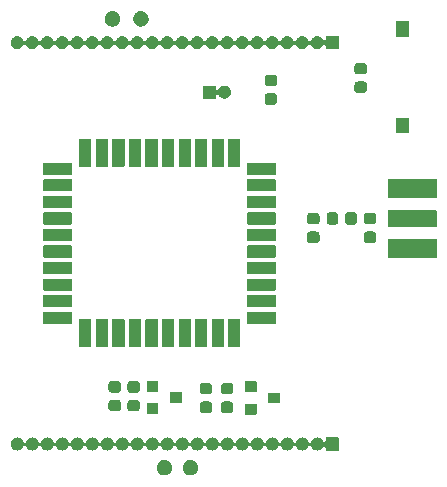
<source format=gbr>
G04 #@! TF.GenerationSoftware,KiCad,Pcbnew,5.99.0-unknown-d20d310~86~ubuntu18.04.1*
G04 #@! TF.CreationDate,2019-12-20T15:33:37-05:00*
G04 #@! TF.ProjectId,me3616_module_board,6d653336-3136-45f6-9d6f-64756c655f62,rev?*
G04 #@! TF.SameCoordinates,Original*
G04 #@! TF.FileFunction,Soldermask,Top*
G04 #@! TF.FilePolarity,Negative*
%FSLAX46Y46*%
G04 Gerber Fmt 4.6, Leading zero omitted, Abs format (unit mm)*
G04 Created by KiCad (PCBNEW 5.99.0-unknown-d20d310~86~ubuntu18.04.1) date 2019-12-20 15:33:37*
%MOMM*%
%LPD*%
G04 APERTURE LIST*
G04 APERTURE END LIST*
G36*
X139021945Y-118349094D02*
G01*
X139077571Y-118349482D01*
X139095701Y-118353734D01*
X139122955Y-118355449D01*
X139174718Y-118372268D01*
X139219763Y-118382833D01*
X139244764Y-118395027D01*
X139279385Y-118406276D01*
X139317764Y-118430632D01*
X139351034Y-118446859D01*
X139379882Y-118470053D01*
X139418261Y-118494409D01*
X139443181Y-118520946D01*
X139464857Y-118538374D01*
X139493591Y-118574627D01*
X139530856Y-118614311D01*
X139544016Y-118638249D01*
X139555579Y-118652838D01*
X139579610Y-118702994D01*
X139610095Y-118758446D01*
X139614617Y-118776059D01*
X139618685Y-118784549D01*
X139633192Y-118848404D01*
X139651000Y-118917760D01*
X139651000Y-119082240D01*
X139648533Y-119091850D01*
X139648530Y-119092034D01*
X139612429Y-119232640D01*
X139612339Y-119232816D01*
X139610095Y-119241554D01*
X139575611Y-119304280D01*
X139545670Y-119362539D01*
X139539617Y-119369752D01*
X139530856Y-119385689D01*
X139487535Y-119431822D01*
X139451787Y-119474424D01*
X139436960Y-119485678D01*
X139418261Y-119505591D01*
X139372297Y-119534761D01*
X139335454Y-119562726D01*
X139310125Y-119574216D01*
X139279385Y-119593724D01*
X139236157Y-119607770D01*
X139202443Y-119623063D01*
X139166179Y-119630507D01*
X139122955Y-119644551D01*
X139086621Y-119646837D01*
X139059378Y-119652429D01*
X139013132Y-119651461D01*
X138958798Y-119654879D01*
X138931967Y-119649761D01*
X138913354Y-119649371D01*
X138859393Y-119635917D01*
X138797231Y-119624059D01*
X138780773Y-119616314D01*
X138771639Y-119614037D01*
X138713184Y-119584509D01*
X138648404Y-119554026D01*
X138641452Y-119548275D01*
X138641276Y-119548186D01*
X138528743Y-119455091D01*
X138528621Y-119454932D01*
X138521670Y-119449182D01*
X138479599Y-119391276D01*
X138439627Y-119339372D01*
X138435677Y-119330823D01*
X138424990Y-119316114D01*
X138401699Y-119257288D01*
X138378368Y-119206794D01*
X138374497Y-119188583D01*
X138364441Y-119163184D01*
X138357617Y-119109168D01*
X138348001Y-119063927D01*
X138348389Y-119036122D01*
X138343826Y-119000000D01*
X138349523Y-118954902D01*
X138350040Y-118917890D01*
X138358744Y-118881912D01*
X138364441Y-118836816D01*
X138377843Y-118802966D01*
X138384383Y-118775933D01*
X138404951Y-118734499D01*
X138424990Y-118683886D01*
X138441044Y-118661789D01*
X138449323Y-118645112D01*
X138484479Y-118602007D01*
X138521670Y-118550818D01*
X138535682Y-118539226D01*
X138541631Y-118531932D01*
X138593222Y-118491624D01*
X138648404Y-118445974D01*
X138656572Y-118442131D01*
X138656726Y-118442010D01*
X138788874Y-118379826D01*
X138789064Y-118379784D01*
X138797231Y-118375941D01*
X138867577Y-118362522D01*
X138931521Y-118348463D01*
X138940934Y-118348529D01*
X138958798Y-118345121D01*
X139021945Y-118349094D01*
G37*
G36*
X136821945Y-118349094D02*
G01*
X136877571Y-118349482D01*
X136895701Y-118353734D01*
X136922955Y-118355449D01*
X136974718Y-118372268D01*
X137019763Y-118382833D01*
X137044764Y-118395027D01*
X137079385Y-118406276D01*
X137117764Y-118430632D01*
X137151034Y-118446859D01*
X137179882Y-118470053D01*
X137218261Y-118494409D01*
X137243181Y-118520946D01*
X137264857Y-118538374D01*
X137293591Y-118574627D01*
X137330856Y-118614311D01*
X137344016Y-118638249D01*
X137355579Y-118652838D01*
X137379610Y-118702994D01*
X137410095Y-118758446D01*
X137414617Y-118776059D01*
X137418685Y-118784549D01*
X137433192Y-118848404D01*
X137451000Y-118917760D01*
X137451000Y-119082240D01*
X137448533Y-119091850D01*
X137448530Y-119092034D01*
X137412429Y-119232640D01*
X137412339Y-119232816D01*
X137410095Y-119241554D01*
X137375611Y-119304280D01*
X137345670Y-119362539D01*
X137339617Y-119369752D01*
X137330856Y-119385689D01*
X137287535Y-119431822D01*
X137251787Y-119474424D01*
X137236960Y-119485678D01*
X137218261Y-119505591D01*
X137172297Y-119534761D01*
X137135454Y-119562726D01*
X137110125Y-119574216D01*
X137079385Y-119593724D01*
X137036157Y-119607770D01*
X137002443Y-119623063D01*
X136966179Y-119630507D01*
X136922955Y-119644551D01*
X136886621Y-119646837D01*
X136859378Y-119652429D01*
X136813132Y-119651461D01*
X136758798Y-119654879D01*
X136731967Y-119649761D01*
X136713354Y-119649371D01*
X136659393Y-119635917D01*
X136597231Y-119624059D01*
X136580773Y-119616314D01*
X136571639Y-119614037D01*
X136513184Y-119584509D01*
X136448404Y-119554026D01*
X136441452Y-119548275D01*
X136441276Y-119548186D01*
X136328743Y-119455091D01*
X136328621Y-119454932D01*
X136321670Y-119449182D01*
X136279599Y-119391276D01*
X136239627Y-119339372D01*
X136235677Y-119330823D01*
X136224990Y-119316114D01*
X136201699Y-119257288D01*
X136178368Y-119206794D01*
X136174497Y-119188583D01*
X136164441Y-119163184D01*
X136157617Y-119109168D01*
X136148001Y-119063927D01*
X136148389Y-119036122D01*
X136143826Y-119000000D01*
X136149523Y-118954902D01*
X136150040Y-118917890D01*
X136158744Y-118881912D01*
X136164441Y-118836816D01*
X136177843Y-118802966D01*
X136184383Y-118775933D01*
X136204951Y-118734499D01*
X136224990Y-118683886D01*
X136241044Y-118661789D01*
X136249323Y-118645112D01*
X136284479Y-118602007D01*
X136321670Y-118550818D01*
X136335682Y-118539226D01*
X136341631Y-118531932D01*
X136393222Y-118491624D01*
X136448404Y-118445974D01*
X136456572Y-118442131D01*
X136456726Y-118442010D01*
X136588874Y-118379826D01*
X136589064Y-118379784D01*
X136597231Y-118375941D01*
X136667577Y-118362522D01*
X136731521Y-118348463D01*
X136740934Y-118348529D01*
X136758798Y-118345121D01*
X136821945Y-118349094D01*
G37*
G36*
X149747381Y-116446783D02*
G01*
X149770734Y-116445314D01*
X149821992Y-116456209D01*
X149865218Y-116461670D01*
X149886974Y-116470021D01*
X149918399Y-116476701D01*
X149957154Y-116496961D01*
X149989724Y-116509464D01*
X150015993Y-116527721D01*
X150052185Y-116546642D01*
X150077727Y-116570628D01*
X150099239Y-116585579D01*
X150126134Y-116616086D01*
X150162233Y-116649985D01*
X150175865Y-116672494D01*
X150187430Y-116685612D01*
X150209778Y-116728359D01*
X150258673Y-116779055D01*
X150327214Y-116795268D01*
X150393640Y-116771852D01*
X150436862Y-116716241D01*
X150445552Y-116670447D01*
X150445552Y-116512312D01*
X150451959Y-116480101D01*
X150463231Y-116463231D01*
X150480101Y-116451959D01*
X150512312Y-116445552D01*
X151487688Y-116445552D01*
X151519899Y-116451959D01*
X151536769Y-116463231D01*
X151548041Y-116480101D01*
X151554448Y-116512312D01*
X151554448Y-117487688D01*
X151551999Y-117500000D01*
X151548041Y-117519899D01*
X151536769Y-117536769D01*
X151519899Y-117548041D01*
X151500000Y-117551999D01*
X151487688Y-117554448D01*
X150512312Y-117554448D01*
X150480101Y-117548041D01*
X150463231Y-117536769D01*
X150451959Y-117519899D01*
X150445552Y-117487688D01*
X150445552Y-117329059D01*
X150425709Y-117261479D01*
X150372479Y-117215356D01*
X150302764Y-117205332D01*
X150238696Y-117234591D01*
X150215689Y-117263058D01*
X150204512Y-117280669D01*
X150180748Y-117323897D01*
X150168908Y-117336772D01*
X150154808Y-117358991D01*
X150118006Y-117392128D01*
X150090478Y-117422064D01*
X150068657Y-117436562D01*
X150042620Y-117460006D01*
X150006045Y-117478162D01*
X149979394Y-117495869D01*
X149946565Y-117507688D01*
X149907399Y-117527130D01*
X149875839Y-117533150D01*
X149853916Y-117541043D01*
X149810593Y-117545597D01*
X149759108Y-117555418D01*
X149735787Y-117553460D01*
X149721284Y-117554984D01*
X149669548Y-117547897D01*
X149608673Y-117542785D01*
X149594937Y-117537677D01*
X149589150Y-117536884D01*
X149532595Y-117514492D01*
X149467177Y-117490163D01*
X149408252Y-117447352D01*
X149356441Y-117410532D01*
X149354537Y-117408326D01*
X149345044Y-117401429D01*
X149305302Y-117351287D01*
X149269300Y-117309579D01*
X149264001Y-117299179D01*
X149251272Y-117283119D01*
X149229840Y-117232135D01*
X149206252Y-117185840D01*
X149157891Y-117134634D01*
X149089524Y-117117704D01*
X149022856Y-117140423D01*
X148984701Y-117195101D01*
X148982284Y-117193772D01*
X148970780Y-117214697D01*
X148965699Y-117231527D01*
X148934510Y-117280673D01*
X148910747Y-117323898D01*
X148898908Y-117336772D01*
X148884808Y-117358991D01*
X148848006Y-117392128D01*
X148820478Y-117422064D01*
X148798657Y-117436562D01*
X148772620Y-117460006D01*
X148736045Y-117478162D01*
X148709394Y-117495869D01*
X148676565Y-117507688D01*
X148637399Y-117527130D01*
X148605839Y-117533150D01*
X148583916Y-117541043D01*
X148540593Y-117545597D01*
X148489108Y-117555418D01*
X148465787Y-117553460D01*
X148451284Y-117554984D01*
X148399548Y-117547897D01*
X148338673Y-117542785D01*
X148324937Y-117537677D01*
X148319150Y-117536884D01*
X148262595Y-117514492D01*
X148197177Y-117490163D01*
X148138252Y-117447352D01*
X148086441Y-117410532D01*
X148084537Y-117408326D01*
X148075044Y-117401429D01*
X148035302Y-117351287D01*
X147999300Y-117309579D01*
X147994001Y-117299179D01*
X147981272Y-117283119D01*
X147959840Y-117232135D01*
X147936252Y-117185840D01*
X147887891Y-117134634D01*
X147819524Y-117117704D01*
X147752856Y-117140423D01*
X147714701Y-117195101D01*
X147712284Y-117193772D01*
X147700780Y-117214697D01*
X147695699Y-117231527D01*
X147664510Y-117280673D01*
X147640747Y-117323898D01*
X147628908Y-117336772D01*
X147614808Y-117358991D01*
X147578006Y-117392128D01*
X147550478Y-117422064D01*
X147528657Y-117436562D01*
X147502620Y-117460006D01*
X147466045Y-117478162D01*
X147439394Y-117495869D01*
X147406565Y-117507688D01*
X147367399Y-117527130D01*
X147335839Y-117533150D01*
X147313916Y-117541043D01*
X147270593Y-117545597D01*
X147219108Y-117555418D01*
X147195787Y-117553460D01*
X147181284Y-117554984D01*
X147129548Y-117547897D01*
X147068673Y-117542785D01*
X147054937Y-117537677D01*
X147049150Y-117536884D01*
X146992595Y-117514492D01*
X146927177Y-117490163D01*
X146868252Y-117447352D01*
X146816441Y-117410532D01*
X146814537Y-117408326D01*
X146805044Y-117401429D01*
X146765302Y-117351287D01*
X146729300Y-117309579D01*
X146724001Y-117299179D01*
X146711272Y-117283119D01*
X146689840Y-117232135D01*
X146666252Y-117185840D01*
X146617891Y-117134634D01*
X146549524Y-117117704D01*
X146482856Y-117140423D01*
X146444701Y-117195101D01*
X146442284Y-117193772D01*
X146430780Y-117214697D01*
X146425699Y-117231527D01*
X146394510Y-117280673D01*
X146370747Y-117323898D01*
X146358908Y-117336772D01*
X146344808Y-117358991D01*
X146308006Y-117392128D01*
X146280478Y-117422064D01*
X146258657Y-117436562D01*
X146232620Y-117460006D01*
X146196045Y-117478162D01*
X146169394Y-117495869D01*
X146136565Y-117507688D01*
X146097399Y-117527130D01*
X146065839Y-117533150D01*
X146043916Y-117541043D01*
X146000593Y-117545597D01*
X145949108Y-117555418D01*
X145925787Y-117553460D01*
X145911284Y-117554984D01*
X145859548Y-117547897D01*
X145798673Y-117542785D01*
X145784937Y-117537677D01*
X145779150Y-117536884D01*
X145722595Y-117514492D01*
X145657177Y-117490163D01*
X145598252Y-117447352D01*
X145546441Y-117410532D01*
X145544537Y-117408326D01*
X145535044Y-117401429D01*
X145495302Y-117351287D01*
X145459300Y-117309579D01*
X145454001Y-117299179D01*
X145441272Y-117283119D01*
X145419840Y-117232135D01*
X145396252Y-117185840D01*
X145347891Y-117134634D01*
X145279524Y-117117704D01*
X145212856Y-117140423D01*
X145174701Y-117195101D01*
X145172284Y-117193772D01*
X145160780Y-117214697D01*
X145155699Y-117231527D01*
X145124510Y-117280673D01*
X145100747Y-117323898D01*
X145088908Y-117336772D01*
X145074808Y-117358991D01*
X145038006Y-117392128D01*
X145010478Y-117422064D01*
X144988657Y-117436562D01*
X144962620Y-117460006D01*
X144926045Y-117478162D01*
X144899394Y-117495869D01*
X144866565Y-117507688D01*
X144827399Y-117527130D01*
X144795839Y-117533150D01*
X144773916Y-117541043D01*
X144730593Y-117545597D01*
X144679108Y-117555418D01*
X144655787Y-117553460D01*
X144641284Y-117554984D01*
X144589548Y-117547897D01*
X144528673Y-117542785D01*
X144514937Y-117537677D01*
X144509150Y-117536884D01*
X144452595Y-117514492D01*
X144387177Y-117490163D01*
X144328252Y-117447352D01*
X144276441Y-117410532D01*
X144274537Y-117408326D01*
X144265044Y-117401429D01*
X144225302Y-117351287D01*
X144189300Y-117309579D01*
X144184001Y-117299179D01*
X144171272Y-117283119D01*
X144149840Y-117232135D01*
X144126252Y-117185840D01*
X144077891Y-117134634D01*
X144009524Y-117117704D01*
X143942856Y-117140423D01*
X143904701Y-117195101D01*
X143902284Y-117193772D01*
X143890780Y-117214697D01*
X143885699Y-117231527D01*
X143854510Y-117280673D01*
X143830747Y-117323898D01*
X143818908Y-117336772D01*
X143804808Y-117358991D01*
X143768006Y-117392128D01*
X143740478Y-117422064D01*
X143718657Y-117436562D01*
X143692620Y-117460006D01*
X143656045Y-117478162D01*
X143629394Y-117495869D01*
X143596565Y-117507688D01*
X143557399Y-117527130D01*
X143525839Y-117533150D01*
X143503916Y-117541043D01*
X143460593Y-117545597D01*
X143409108Y-117555418D01*
X143385787Y-117553460D01*
X143371284Y-117554984D01*
X143319548Y-117547897D01*
X143258673Y-117542785D01*
X143244937Y-117537677D01*
X143239150Y-117536884D01*
X143182595Y-117514492D01*
X143117177Y-117490163D01*
X143058252Y-117447352D01*
X143006441Y-117410532D01*
X143004537Y-117408326D01*
X142995044Y-117401429D01*
X142955302Y-117351287D01*
X142919300Y-117309579D01*
X142914001Y-117299179D01*
X142901272Y-117283119D01*
X142879840Y-117232135D01*
X142856252Y-117185840D01*
X142807891Y-117134634D01*
X142739524Y-117117704D01*
X142672856Y-117140423D01*
X142634701Y-117195101D01*
X142632284Y-117193772D01*
X142620780Y-117214697D01*
X142615699Y-117231527D01*
X142584510Y-117280673D01*
X142560747Y-117323898D01*
X142548908Y-117336772D01*
X142534808Y-117358991D01*
X142498006Y-117392128D01*
X142470478Y-117422064D01*
X142448657Y-117436562D01*
X142422620Y-117460006D01*
X142386045Y-117478162D01*
X142359394Y-117495869D01*
X142326565Y-117507688D01*
X142287399Y-117527130D01*
X142255839Y-117533150D01*
X142233916Y-117541043D01*
X142190593Y-117545597D01*
X142139108Y-117555418D01*
X142115787Y-117553460D01*
X142101284Y-117554984D01*
X142049548Y-117547897D01*
X141988673Y-117542785D01*
X141974937Y-117537677D01*
X141969150Y-117536884D01*
X141912595Y-117514492D01*
X141847177Y-117490163D01*
X141788252Y-117447352D01*
X141736441Y-117410532D01*
X141734537Y-117408326D01*
X141725044Y-117401429D01*
X141685302Y-117351287D01*
X141649300Y-117309579D01*
X141644001Y-117299179D01*
X141631272Y-117283119D01*
X141609840Y-117232135D01*
X141586252Y-117185840D01*
X141537891Y-117134634D01*
X141469524Y-117117704D01*
X141402856Y-117140423D01*
X141364701Y-117195101D01*
X141362284Y-117193772D01*
X141350780Y-117214697D01*
X141345699Y-117231527D01*
X141314510Y-117280673D01*
X141290747Y-117323898D01*
X141278908Y-117336772D01*
X141264808Y-117358991D01*
X141228006Y-117392128D01*
X141200478Y-117422064D01*
X141178657Y-117436562D01*
X141152620Y-117460006D01*
X141116045Y-117478162D01*
X141089394Y-117495869D01*
X141056565Y-117507688D01*
X141017399Y-117527130D01*
X140985839Y-117533150D01*
X140963916Y-117541043D01*
X140920593Y-117545597D01*
X140869108Y-117555418D01*
X140845787Y-117553460D01*
X140831284Y-117554984D01*
X140779548Y-117547897D01*
X140718673Y-117542785D01*
X140704937Y-117537677D01*
X140699150Y-117536884D01*
X140642595Y-117514492D01*
X140577177Y-117490163D01*
X140518252Y-117447352D01*
X140466441Y-117410532D01*
X140464537Y-117408326D01*
X140455044Y-117401429D01*
X140415302Y-117351287D01*
X140379300Y-117309579D01*
X140374001Y-117299179D01*
X140361272Y-117283119D01*
X140339840Y-117232135D01*
X140316252Y-117185840D01*
X140267891Y-117134634D01*
X140199524Y-117117704D01*
X140132856Y-117140423D01*
X140094701Y-117195101D01*
X140092284Y-117193772D01*
X140080780Y-117214697D01*
X140075699Y-117231527D01*
X140044510Y-117280673D01*
X140020747Y-117323898D01*
X140008908Y-117336772D01*
X139994808Y-117358991D01*
X139958006Y-117392128D01*
X139930478Y-117422064D01*
X139908657Y-117436562D01*
X139882620Y-117460006D01*
X139846045Y-117478162D01*
X139819394Y-117495869D01*
X139786565Y-117507688D01*
X139747399Y-117527130D01*
X139715839Y-117533150D01*
X139693916Y-117541043D01*
X139650593Y-117545597D01*
X139599108Y-117555418D01*
X139575787Y-117553460D01*
X139561284Y-117554984D01*
X139509548Y-117547897D01*
X139448673Y-117542785D01*
X139434937Y-117537677D01*
X139429150Y-117536884D01*
X139372595Y-117514492D01*
X139307177Y-117490163D01*
X139248252Y-117447352D01*
X139196441Y-117410532D01*
X139194537Y-117408326D01*
X139185044Y-117401429D01*
X139145302Y-117351287D01*
X139109300Y-117309579D01*
X139104001Y-117299179D01*
X139091272Y-117283119D01*
X139069840Y-117232135D01*
X139046252Y-117185840D01*
X138997891Y-117134634D01*
X138929524Y-117117704D01*
X138862856Y-117140423D01*
X138824701Y-117195101D01*
X138822284Y-117193772D01*
X138810780Y-117214697D01*
X138805699Y-117231527D01*
X138774510Y-117280673D01*
X138750747Y-117323898D01*
X138738908Y-117336772D01*
X138724808Y-117358991D01*
X138688006Y-117392128D01*
X138660478Y-117422064D01*
X138638657Y-117436562D01*
X138612620Y-117460006D01*
X138576045Y-117478162D01*
X138549394Y-117495869D01*
X138516565Y-117507688D01*
X138477399Y-117527130D01*
X138445839Y-117533150D01*
X138423916Y-117541043D01*
X138380593Y-117545597D01*
X138329108Y-117555418D01*
X138305787Y-117553460D01*
X138291284Y-117554984D01*
X138239548Y-117547897D01*
X138178673Y-117542785D01*
X138164937Y-117537677D01*
X138159150Y-117536884D01*
X138102595Y-117514492D01*
X138037177Y-117490163D01*
X137978252Y-117447352D01*
X137926441Y-117410532D01*
X137924537Y-117408326D01*
X137915044Y-117401429D01*
X137875302Y-117351287D01*
X137839300Y-117309579D01*
X137834001Y-117299179D01*
X137821272Y-117283119D01*
X137799840Y-117232135D01*
X137776252Y-117185840D01*
X137727891Y-117134634D01*
X137659524Y-117117704D01*
X137592856Y-117140423D01*
X137554701Y-117195101D01*
X137552284Y-117193772D01*
X137540780Y-117214697D01*
X137535699Y-117231527D01*
X137504510Y-117280673D01*
X137480747Y-117323898D01*
X137468908Y-117336772D01*
X137454808Y-117358991D01*
X137418006Y-117392128D01*
X137390478Y-117422064D01*
X137368657Y-117436562D01*
X137342620Y-117460006D01*
X137306045Y-117478162D01*
X137279394Y-117495869D01*
X137246565Y-117507688D01*
X137207399Y-117527130D01*
X137175839Y-117533150D01*
X137153916Y-117541043D01*
X137110593Y-117545597D01*
X137059108Y-117555418D01*
X137035787Y-117553460D01*
X137021284Y-117554984D01*
X136969548Y-117547897D01*
X136908673Y-117542785D01*
X136894937Y-117537677D01*
X136889150Y-117536884D01*
X136832595Y-117514492D01*
X136767177Y-117490163D01*
X136708252Y-117447352D01*
X136656441Y-117410532D01*
X136654537Y-117408326D01*
X136645044Y-117401429D01*
X136605302Y-117351287D01*
X136569300Y-117309579D01*
X136564001Y-117299179D01*
X136551272Y-117283119D01*
X136529840Y-117232135D01*
X136506252Y-117185840D01*
X136457891Y-117134634D01*
X136389524Y-117117704D01*
X136322856Y-117140423D01*
X136284701Y-117195101D01*
X136282284Y-117193772D01*
X136270780Y-117214697D01*
X136265699Y-117231527D01*
X136234510Y-117280673D01*
X136210747Y-117323898D01*
X136198908Y-117336772D01*
X136184808Y-117358991D01*
X136148006Y-117392128D01*
X136120478Y-117422064D01*
X136098657Y-117436562D01*
X136072620Y-117460006D01*
X136036045Y-117478162D01*
X136009394Y-117495869D01*
X135976565Y-117507688D01*
X135937399Y-117527130D01*
X135905839Y-117533150D01*
X135883916Y-117541043D01*
X135840593Y-117545597D01*
X135789108Y-117555418D01*
X135765787Y-117553460D01*
X135751284Y-117554984D01*
X135699548Y-117547897D01*
X135638673Y-117542785D01*
X135624937Y-117537677D01*
X135619150Y-117536884D01*
X135562595Y-117514492D01*
X135497177Y-117490163D01*
X135438252Y-117447352D01*
X135386441Y-117410532D01*
X135384537Y-117408326D01*
X135375044Y-117401429D01*
X135335302Y-117351287D01*
X135299300Y-117309579D01*
X135294001Y-117299179D01*
X135281272Y-117283119D01*
X135259840Y-117232135D01*
X135236252Y-117185840D01*
X135187891Y-117134634D01*
X135119524Y-117117704D01*
X135052856Y-117140423D01*
X135014701Y-117195101D01*
X135012284Y-117193772D01*
X135000780Y-117214697D01*
X134995699Y-117231527D01*
X134964510Y-117280673D01*
X134940747Y-117323898D01*
X134928908Y-117336772D01*
X134914808Y-117358991D01*
X134878006Y-117392128D01*
X134850478Y-117422064D01*
X134828657Y-117436562D01*
X134802620Y-117460006D01*
X134766045Y-117478162D01*
X134739394Y-117495869D01*
X134706565Y-117507688D01*
X134667399Y-117527130D01*
X134635839Y-117533150D01*
X134613916Y-117541043D01*
X134570593Y-117545597D01*
X134519108Y-117555418D01*
X134495787Y-117553460D01*
X134481284Y-117554984D01*
X134429548Y-117547897D01*
X134368673Y-117542785D01*
X134354937Y-117537677D01*
X134349150Y-117536884D01*
X134292595Y-117514492D01*
X134227177Y-117490163D01*
X134168252Y-117447352D01*
X134116441Y-117410532D01*
X134114537Y-117408326D01*
X134105044Y-117401429D01*
X134065302Y-117351287D01*
X134029300Y-117309579D01*
X134024001Y-117299179D01*
X134011272Y-117283119D01*
X133989840Y-117232135D01*
X133966252Y-117185840D01*
X133917891Y-117134634D01*
X133849524Y-117117704D01*
X133782856Y-117140423D01*
X133744701Y-117195101D01*
X133742284Y-117193772D01*
X133730780Y-117214697D01*
X133725699Y-117231527D01*
X133694510Y-117280673D01*
X133670747Y-117323898D01*
X133658908Y-117336772D01*
X133644808Y-117358991D01*
X133608006Y-117392128D01*
X133580478Y-117422064D01*
X133558657Y-117436562D01*
X133532620Y-117460006D01*
X133496045Y-117478162D01*
X133469394Y-117495869D01*
X133436565Y-117507688D01*
X133397399Y-117527130D01*
X133365839Y-117533150D01*
X133343916Y-117541043D01*
X133300593Y-117545597D01*
X133249108Y-117555418D01*
X133225787Y-117553460D01*
X133211284Y-117554984D01*
X133159548Y-117547897D01*
X133098673Y-117542785D01*
X133084937Y-117537677D01*
X133079150Y-117536884D01*
X133022595Y-117514492D01*
X132957177Y-117490163D01*
X132898252Y-117447352D01*
X132846441Y-117410532D01*
X132844537Y-117408326D01*
X132835044Y-117401429D01*
X132795302Y-117351287D01*
X132759300Y-117309579D01*
X132754001Y-117299179D01*
X132741272Y-117283119D01*
X132719840Y-117232135D01*
X132696252Y-117185840D01*
X132647891Y-117134634D01*
X132579524Y-117117704D01*
X132512856Y-117140423D01*
X132474701Y-117195101D01*
X132472284Y-117193772D01*
X132460780Y-117214697D01*
X132455699Y-117231527D01*
X132424510Y-117280673D01*
X132400747Y-117323898D01*
X132388908Y-117336772D01*
X132374808Y-117358991D01*
X132338006Y-117392128D01*
X132310478Y-117422064D01*
X132288657Y-117436562D01*
X132262620Y-117460006D01*
X132226045Y-117478162D01*
X132199394Y-117495869D01*
X132166565Y-117507688D01*
X132127399Y-117527130D01*
X132095839Y-117533150D01*
X132073916Y-117541043D01*
X132030593Y-117545597D01*
X131979108Y-117555418D01*
X131955787Y-117553460D01*
X131941284Y-117554984D01*
X131889548Y-117547897D01*
X131828673Y-117542785D01*
X131814937Y-117537677D01*
X131809150Y-117536884D01*
X131752595Y-117514492D01*
X131687177Y-117490163D01*
X131628252Y-117447352D01*
X131576441Y-117410532D01*
X131574537Y-117408326D01*
X131565044Y-117401429D01*
X131525302Y-117351287D01*
X131489300Y-117309579D01*
X131484001Y-117299179D01*
X131471272Y-117283119D01*
X131449840Y-117232135D01*
X131426252Y-117185840D01*
X131377891Y-117134634D01*
X131309524Y-117117704D01*
X131242856Y-117140423D01*
X131204701Y-117195101D01*
X131202284Y-117193772D01*
X131190780Y-117214697D01*
X131185699Y-117231527D01*
X131154510Y-117280673D01*
X131130747Y-117323898D01*
X131118908Y-117336772D01*
X131104808Y-117358991D01*
X131068006Y-117392128D01*
X131040478Y-117422064D01*
X131018657Y-117436562D01*
X130992620Y-117460006D01*
X130956045Y-117478162D01*
X130929394Y-117495869D01*
X130896565Y-117507688D01*
X130857399Y-117527130D01*
X130825839Y-117533150D01*
X130803916Y-117541043D01*
X130760593Y-117545597D01*
X130709108Y-117555418D01*
X130685787Y-117553460D01*
X130671284Y-117554984D01*
X130619548Y-117547897D01*
X130558673Y-117542785D01*
X130544937Y-117537677D01*
X130539150Y-117536884D01*
X130482595Y-117514492D01*
X130417177Y-117490163D01*
X130358252Y-117447352D01*
X130306441Y-117410532D01*
X130304537Y-117408326D01*
X130295044Y-117401429D01*
X130255302Y-117351287D01*
X130219300Y-117309579D01*
X130214001Y-117299179D01*
X130201272Y-117283119D01*
X130179840Y-117232135D01*
X130156252Y-117185840D01*
X130107891Y-117134634D01*
X130039524Y-117117704D01*
X129972856Y-117140423D01*
X129934701Y-117195101D01*
X129932284Y-117193772D01*
X129920780Y-117214697D01*
X129915699Y-117231527D01*
X129884510Y-117280673D01*
X129860747Y-117323898D01*
X129848908Y-117336772D01*
X129834808Y-117358991D01*
X129798006Y-117392128D01*
X129770478Y-117422064D01*
X129748657Y-117436562D01*
X129722620Y-117460006D01*
X129686045Y-117478162D01*
X129659394Y-117495869D01*
X129626565Y-117507688D01*
X129587399Y-117527130D01*
X129555839Y-117533150D01*
X129533916Y-117541043D01*
X129490593Y-117545597D01*
X129439108Y-117555418D01*
X129415787Y-117553460D01*
X129401284Y-117554984D01*
X129349548Y-117547897D01*
X129288673Y-117542785D01*
X129274937Y-117537677D01*
X129269150Y-117536884D01*
X129212595Y-117514492D01*
X129147177Y-117490163D01*
X129088252Y-117447352D01*
X129036441Y-117410532D01*
X129034537Y-117408326D01*
X129025044Y-117401429D01*
X128985302Y-117351287D01*
X128949300Y-117309579D01*
X128944001Y-117299179D01*
X128931272Y-117283119D01*
X128909840Y-117232135D01*
X128886252Y-117185840D01*
X128837891Y-117134634D01*
X128769524Y-117117704D01*
X128702856Y-117140423D01*
X128664701Y-117195101D01*
X128662284Y-117193772D01*
X128650780Y-117214697D01*
X128645699Y-117231527D01*
X128614510Y-117280673D01*
X128590747Y-117323898D01*
X128578908Y-117336772D01*
X128564808Y-117358991D01*
X128528006Y-117392128D01*
X128500478Y-117422064D01*
X128478657Y-117436562D01*
X128452620Y-117460006D01*
X128416045Y-117478162D01*
X128389394Y-117495869D01*
X128356565Y-117507688D01*
X128317399Y-117527130D01*
X128285839Y-117533150D01*
X128263916Y-117541043D01*
X128220593Y-117545597D01*
X128169108Y-117555418D01*
X128145787Y-117553460D01*
X128131284Y-117554984D01*
X128079548Y-117547897D01*
X128018673Y-117542785D01*
X128004937Y-117537677D01*
X127999150Y-117536884D01*
X127942595Y-117514492D01*
X127877177Y-117490163D01*
X127818252Y-117447352D01*
X127766441Y-117410532D01*
X127764537Y-117408326D01*
X127755044Y-117401429D01*
X127715302Y-117351287D01*
X127679300Y-117309579D01*
X127674001Y-117299179D01*
X127661272Y-117283119D01*
X127639840Y-117232135D01*
X127616252Y-117185840D01*
X127567891Y-117134634D01*
X127499524Y-117117704D01*
X127432856Y-117140423D01*
X127394701Y-117195101D01*
X127392284Y-117193772D01*
X127380780Y-117214697D01*
X127375699Y-117231527D01*
X127344510Y-117280673D01*
X127320747Y-117323898D01*
X127308908Y-117336772D01*
X127294808Y-117358991D01*
X127258006Y-117392128D01*
X127230478Y-117422064D01*
X127208657Y-117436562D01*
X127182620Y-117460006D01*
X127146045Y-117478162D01*
X127119394Y-117495869D01*
X127086565Y-117507688D01*
X127047399Y-117527130D01*
X127015839Y-117533150D01*
X126993916Y-117541043D01*
X126950593Y-117545597D01*
X126899108Y-117555418D01*
X126875787Y-117553460D01*
X126861284Y-117554984D01*
X126809548Y-117547897D01*
X126748673Y-117542785D01*
X126734937Y-117537677D01*
X126729150Y-117536884D01*
X126672595Y-117514492D01*
X126607177Y-117490163D01*
X126548252Y-117447352D01*
X126496441Y-117410532D01*
X126494537Y-117408326D01*
X126485044Y-117401429D01*
X126445302Y-117351287D01*
X126409300Y-117309579D01*
X126404001Y-117299179D01*
X126391272Y-117283119D01*
X126369840Y-117232135D01*
X126346252Y-117185840D01*
X126297891Y-117134634D01*
X126229524Y-117117704D01*
X126162856Y-117140423D01*
X126124701Y-117195101D01*
X126122284Y-117193772D01*
X126110780Y-117214697D01*
X126105699Y-117231527D01*
X126074510Y-117280673D01*
X126050747Y-117323898D01*
X126038908Y-117336772D01*
X126024808Y-117358991D01*
X125988006Y-117392128D01*
X125960478Y-117422064D01*
X125938657Y-117436562D01*
X125912620Y-117460006D01*
X125876045Y-117478162D01*
X125849394Y-117495869D01*
X125816565Y-117507688D01*
X125777399Y-117527130D01*
X125745839Y-117533150D01*
X125723916Y-117541043D01*
X125680593Y-117545597D01*
X125629108Y-117555418D01*
X125605787Y-117553460D01*
X125591284Y-117554984D01*
X125539548Y-117547897D01*
X125478673Y-117542785D01*
X125464937Y-117537677D01*
X125459150Y-117536884D01*
X125402595Y-117514492D01*
X125337177Y-117490163D01*
X125278252Y-117447352D01*
X125226441Y-117410532D01*
X125224537Y-117408326D01*
X125215044Y-117401429D01*
X125175302Y-117351287D01*
X125139300Y-117309579D01*
X125134001Y-117299179D01*
X125121272Y-117283119D01*
X125099840Y-117232135D01*
X125076252Y-117185840D01*
X125027891Y-117134634D01*
X124959524Y-117117704D01*
X124892856Y-117140423D01*
X124854701Y-117195101D01*
X124852284Y-117193772D01*
X124840780Y-117214697D01*
X124835699Y-117231527D01*
X124804510Y-117280673D01*
X124780747Y-117323898D01*
X124768908Y-117336772D01*
X124754808Y-117358991D01*
X124718006Y-117392128D01*
X124690478Y-117422064D01*
X124668657Y-117436562D01*
X124642620Y-117460006D01*
X124606045Y-117478162D01*
X124579394Y-117495869D01*
X124546565Y-117507688D01*
X124507399Y-117527130D01*
X124475839Y-117533150D01*
X124453916Y-117541043D01*
X124410593Y-117545597D01*
X124359108Y-117555418D01*
X124335787Y-117553460D01*
X124321284Y-117554984D01*
X124269548Y-117547897D01*
X124208673Y-117542785D01*
X124194937Y-117537677D01*
X124189150Y-117536884D01*
X124132595Y-117514492D01*
X124067177Y-117490163D01*
X124008252Y-117447352D01*
X123956441Y-117410532D01*
X123954537Y-117408326D01*
X123945044Y-117401429D01*
X123905302Y-117351287D01*
X123869300Y-117309579D01*
X123864001Y-117299179D01*
X123851272Y-117283119D01*
X123829838Y-117232129D01*
X123808754Y-117190749D01*
X123804096Y-117170892D01*
X123792771Y-117143950D01*
X123786928Y-117097696D01*
X123778299Y-117060909D01*
X123778604Y-117031808D01*
X123773850Y-116994176D01*
X123779392Y-116956647D01*
X123779697Y-116927552D01*
X123789092Y-116890961D01*
X123795904Y-116844831D01*
X123807791Y-116818132D01*
X123812864Y-116798375D01*
X123834815Y-116757436D01*
X123857307Y-116706918D01*
X123870366Y-116691132D01*
X123875883Y-116680843D01*
X123912753Y-116639895D01*
X123953535Y-116590598D01*
X123963171Y-116583901D01*
X123965122Y-116581734D01*
X124017700Y-116546002D01*
X124077500Y-116504440D01*
X124143435Y-116481479D01*
X124200424Y-116460285D01*
X124206223Y-116459614D01*
X124220067Y-116454793D01*
X124281037Y-116450957D01*
X124332909Y-116444955D01*
X124347381Y-116446783D01*
X124370734Y-116445314D01*
X124421992Y-116456209D01*
X124465218Y-116461670D01*
X124486974Y-116470021D01*
X124518399Y-116476701D01*
X124557154Y-116496961D01*
X124589724Y-116509464D01*
X124615993Y-116527721D01*
X124652185Y-116546642D01*
X124677727Y-116570628D01*
X124699239Y-116585579D01*
X124726135Y-116616086D01*
X124762233Y-116649985D01*
X124775865Y-116672493D01*
X124787433Y-116685615D01*
X124810288Y-116729333D01*
X124840437Y-116779114D01*
X124845164Y-116796043D01*
X124854110Y-116813156D01*
X124903004Y-116863852D01*
X124971545Y-116880065D01*
X125037971Y-116856649D01*
X125070536Y-116808930D01*
X125075715Y-116811707D01*
X125104816Y-116757433D01*
X125127307Y-116706918D01*
X125140366Y-116691132D01*
X125145883Y-116680843D01*
X125182753Y-116639895D01*
X125223535Y-116590598D01*
X125233171Y-116583901D01*
X125235122Y-116581734D01*
X125287700Y-116546002D01*
X125347500Y-116504440D01*
X125413435Y-116481479D01*
X125470424Y-116460285D01*
X125476223Y-116459614D01*
X125490067Y-116454793D01*
X125551037Y-116450957D01*
X125602909Y-116444955D01*
X125617381Y-116446783D01*
X125640734Y-116445314D01*
X125691992Y-116456209D01*
X125735218Y-116461670D01*
X125756974Y-116470021D01*
X125788399Y-116476701D01*
X125827154Y-116496961D01*
X125859724Y-116509464D01*
X125885993Y-116527721D01*
X125922185Y-116546642D01*
X125947727Y-116570628D01*
X125969239Y-116585579D01*
X125996135Y-116616086D01*
X126032233Y-116649985D01*
X126045865Y-116672493D01*
X126057433Y-116685615D01*
X126080288Y-116729333D01*
X126110437Y-116779114D01*
X126115164Y-116796043D01*
X126124110Y-116813156D01*
X126173004Y-116863852D01*
X126241545Y-116880065D01*
X126307971Y-116856649D01*
X126340536Y-116808930D01*
X126345715Y-116811707D01*
X126374816Y-116757433D01*
X126397307Y-116706918D01*
X126410366Y-116691132D01*
X126415883Y-116680843D01*
X126452753Y-116639895D01*
X126493535Y-116590598D01*
X126503171Y-116583901D01*
X126505122Y-116581734D01*
X126557700Y-116546002D01*
X126617500Y-116504440D01*
X126683435Y-116481479D01*
X126740424Y-116460285D01*
X126746223Y-116459614D01*
X126760067Y-116454793D01*
X126821037Y-116450957D01*
X126872909Y-116444955D01*
X126887381Y-116446783D01*
X126910734Y-116445314D01*
X126961992Y-116456209D01*
X127005218Y-116461670D01*
X127026974Y-116470021D01*
X127058399Y-116476701D01*
X127097154Y-116496961D01*
X127129724Y-116509464D01*
X127155993Y-116527721D01*
X127192185Y-116546642D01*
X127217727Y-116570628D01*
X127239239Y-116585579D01*
X127266135Y-116616086D01*
X127302233Y-116649985D01*
X127315865Y-116672493D01*
X127327433Y-116685615D01*
X127350288Y-116729333D01*
X127380437Y-116779114D01*
X127385164Y-116796043D01*
X127394110Y-116813156D01*
X127443004Y-116863852D01*
X127511545Y-116880065D01*
X127577971Y-116856649D01*
X127610536Y-116808930D01*
X127615715Y-116811707D01*
X127644816Y-116757433D01*
X127667307Y-116706918D01*
X127680366Y-116691132D01*
X127685883Y-116680843D01*
X127722753Y-116639895D01*
X127763535Y-116590598D01*
X127773171Y-116583901D01*
X127775122Y-116581734D01*
X127827700Y-116546002D01*
X127887500Y-116504440D01*
X127953435Y-116481479D01*
X128010424Y-116460285D01*
X128016223Y-116459614D01*
X128030067Y-116454793D01*
X128091037Y-116450957D01*
X128142909Y-116444955D01*
X128157381Y-116446783D01*
X128180734Y-116445314D01*
X128231992Y-116456209D01*
X128275218Y-116461670D01*
X128296974Y-116470021D01*
X128328399Y-116476701D01*
X128367154Y-116496961D01*
X128399724Y-116509464D01*
X128425993Y-116527721D01*
X128462185Y-116546642D01*
X128487727Y-116570628D01*
X128509239Y-116585579D01*
X128536135Y-116616086D01*
X128572233Y-116649985D01*
X128585865Y-116672493D01*
X128597433Y-116685615D01*
X128620288Y-116729333D01*
X128650437Y-116779114D01*
X128655164Y-116796043D01*
X128664110Y-116813156D01*
X128713004Y-116863852D01*
X128781545Y-116880065D01*
X128847971Y-116856649D01*
X128880536Y-116808930D01*
X128885715Y-116811707D01*
X128914816Y-116757433D01*
X128937307Y-116706918D01*
X128950366Y-116691132D01*
X128955883Y-116680843D01*
X128992753Y-116639895D01*
X129033535Y-116590598D01*
X129043171Y-116583901D01*
X129045122Y-116581734D01*
X129097700Y-116546002D01*
X129157500Y-116504440D01*
X129223435Y-116481479D01*
X129280424Y-116460285D01*
X129286223Y-116459614D01*
X129300067Y-116454793D01*
X129361037Y-116450957D01*
X129412909Y-116444955D01*
X129427381Y-116446783D01*
X129450734Y-116445314D01*
X129501992Y-116456209D01*
X129545218Y-116461670D01*
X129566974Y-116470021D01*
X129598399Y-116476701D01*
X129637154Y-116496961D01*
X129669724Y-116509464D01*
X129695993Y-116527721D01*
X129732185Y-116546642D01*
X129757727Y-116570628D01*
X129779239Y-116585579D01*
X129806135Y-116616086D01*
X129842233Y-116649985D01*
X129855865Y-116672493D01*
X129867433Y-116685615D01*
X129890288Y-116729333D01*
X129920437Y-116779114D01*
X129925164Y-116796043D01*
X129934110Y-116813156D01*
X129983004Y-116863852D01*
X130051545Y-116880065D01*
X130117971Y-116856649D01*
X130150536Y-116808930D01*
X130155715Y-116811707D01*
X130184816Y-116757433D01*
X130207307Y-116706918D01*
X130220366Y-116691132D01*
X130225883Y-116680843D01*
X130262753Y-116639895D01*
X130303535Y-116590598D01*
X130313171Y-116583901D01*
X130315122Y-116581734D01*
X130367700Y-116546002D01*
X130427500Y-116504440D01*
X130493435Y-116481479D01*
X130550424Y-116460285D01*
X130556223Y-116459614D01*
X130570067Y-116454793D01*
X130631037Y-116450957D01*
X130682909Y-116444955D01*
X130697381Y-116446783D01*
X130720734Y-116445314D01*
X130771992Y-116456209D01*
X130815218Y-116461670D01*
X130836974Y-116470021D01*
X130868399Y-116476701D01*
X130907154Y-116496961D01*
X130939724Y-116509464D01*
X130965993Y-116527721D01*
X131002185Y-116546642D01*
X131027727Y-116570628D01*
X131049239Y-116585579D01*
X131076135Y-116616086D01*
X131112233Y-116649985D01*
X131125865Y-116672493D01*
X131137433Y-116685615D01*
X131160288Y-116729333D01*
X131190437Y-116779114D01*
X131195164Y-116796043D01*
X131204110Y-116813156D01*
X131253004Y-116863852D01*
X131321545Y-116880065D01*
X131387971Y-116856649D01*
X131420536Y-116808930D01*
X131425715Y-116811707D01*
X131454816Y-116757433D01*
X131477307Y-116706918D01*
X131490366Y-116691132D01*
X131495883Y-116680843D01*
X131532753Y-116639895D01*
X131573535Y-116590598D01*
X131583171Y-116583901D01*
X131585122Y-116581734D01*
X131637700Y-116546002D01*
X131697500Y-116504440D01*
X131763435Y-116481479D01*
X131820424Y-116460285D01*
X131826223Y-116459614D01*
X131840067Y-116454793D01*
X131901037Y-116450957D01*
X131952909Y-116444955D01*
X131967381Y-116446783D01*
X131990734Y-116445314D01*
X132041992Y-116456209D01*
X132085218Y-116461670D01*
X132106974Y-116470021D01*
X132138399Y-116476701D01*
X132177154Y-116496961D01*
X132209724Y-116509464D01*
X132235993Y-116527721D01*
X132272185Y-116546642D01*
X132297727Y-116570628D01*
X132319239Y-116585579D01*
X132346135Y-116616086D01*
X132382233Y-116649985D01*
X132395865Y-116672493D01*
X132407433Y-116685615D01*
X132430288Y-116729333D01*
X132460437Y-116779114D01*
X132465164Y-116796043D01*
X132474110Y-116813156D01*
X132523004Y-116863852D01*
X132591545Y-116880065D01*
X132657971Y-116856649D01*
X132690536Y-116808930D01*
X132695715Y-116811707D01*
X132724816Y-116757433D01*
X132747307Y-116706918D01*
X132760366Y-116691132D01*
X132765883Y-116680843D01*
X132802753Y-116639895D01*
X132843535Y-116590598D01*
X132853171Y-116583901D01*
X132855122Y-116581734D01*
X132907700Y-116546002D01*
X132967500Y-116504440D01*
X133033435Y-116481479D01*
X133090424Y-116460285D01*
X133096223Y-116459614D01*
X133110067Y-116454793D01*
X133171037Y-116450957D01*
X133222909Y-116444955D01*
X133237381Y-116446783D01*
X133260734Y-116445314D01*
X133311992Y-116456209D01*
X133355218Y-116461670D01*
X133376974Y-116470021D01*
X133408399Y-116476701D01*
X133447154Y-116496961D01*
X133479724Y-116509464D01*
X133505993Y-116527721D01*
X133542185Y-116546642D01*
X133567727Y-116570628D01*
X133589239Y-116585579D01*
X133616135Y-116616086D01*
X133652233Y-116649985D01*
X133665865Y-116672493D01*
X133677433Y-116685615D01*
X133700288Y-116729333D01*
X133730437Y-116779114D01*
X133735164Y-116796043D01*
X133744110Y-116813156D01*
X133793004Y-116863852D01*
X133861545Y-116880065D01*
X133927971Y-116856649D01*
X133960536Y-116808930D01*
X133965715Y-116811707D01*
X133994816Y-116757433D01*
X134017307Y-116706918D01*
X134030366Y-116691132D01*
X134035883Y-116680843D01*
X134072753Y-116639895D01*
X134113535Y-116590598D01*
X134123171Y-116583901D01*
X134125122Y-116581734D01*
X134177700Y-116546002D01*
X134237500Y-116504440D01*
X134303435Y-116481479D01*
X134360424Y-116460285D01*
X134366223Y-116459614D01*
X134380067Y-116454793D01*
X134441037Y-116450957D01*
X134492909Y-116444955D01*
X134507381Y-116446783D01*
X134530734Y-116445314D01*
X134581992Y-116456209D01*
X134625218Y-116461670D01*
X134646974Y-116470021D01*
X134678399Y-116476701D01*
X134717154Y-116496961D01*
X134749724Y-116509464D01*
X134775993Y-116527721D01*
X134812185Y-116546642D01*
X134837727Y-116570628D01*
X134859239Y-116585579D01*
X134886135Y-116616086D01*
X134922233Y-116649985D01*
X134935865Y-116672493D01*
X134947433Y-116685615D01*
X134970288Y-116729333D01*
X135000437Y-116779114D01*
X135005164Y-116796043D01*
X135014110Y-116813156D01*
X135063004Y-116863852D01*
X135131545Y-116880065D01*
X135197971Y-116856649D01*
X135230536Y-116808930D01*
X135235715Y-116811707D01*
X135264816Y-116757433D01*
X135287307Y-116706918D01*
X135300366Y-116691132D01*
X135305883Y-116680843D01*
X135342753Y-116639895D01*
X135383535Y-116590598D01*
X135393171Y-116583901D01*
X135395122Y-116581734D01*
X135447700Y-116546002D01*
X135507500Y-116504440D01*
X135573435Y-116481479D01*
X135630424Y-116460285D01*
X135636223Y-116459614D01*
X135650067Y-116454793D01*
X135711037Y-116450957D01*
X135762909Y-116444955D01*
X135777381Y-116446783D01*
X135800734Y-116445314D01*
X135851992Y-116456209D01*
X135895218Y-116461670D01*
X135916974Y-116470021D01*
X135948399Y-116476701D01*
X135987154Y-116496961D01*
X136019724Y-116509464D01*
X136045993Y-116527721D01*
X136082185Y-116546642D01*
X136107727Y-116570628D01*
X136129239Y-116585579D01*
X136156135Y-116616086D01*
X136192233Y-116649985D01*
X136205865Y-116672493D01*
X136217433Y-116685615D01*
X136240288Y-116729333D01*
X136270437Y-116779114D01*
X136275164Y-116796043D01*
X136284110Y-116813156D01*
X136333004Y-116863852D01*
X136401545Y-116880065D01*
X136467971Y-116856649D01*
X136500536Y-116808930D01*
X136505715Y-116811707D01*
X136534816Y-116757433D01*
X136557307Y-116706918D01*
X136570366Y-116691132D01*
X136575883Y-116680843D01*
X136612753Y-116639895D01*
X136653535Y-116590598D01*
X136663171Y-116583901D01*
X136665122Y-116581734D01*
X136717700Y-116546002D01*
X136777500Y-116504440D01*
X136843435Y-116481479D01*
X136900424Y-116460285D01*
X136906223Y-116459614D01*
X136920067Y-116454793D01*
X136981037Y-116450957D01*
X137032909Y-116444955D01*
X137047381Y-116446783D01*
X137070734Y-116445314D01*
X137121992Y-116456209D01*
X137165218Y-116461670D01*
X137186974Y-116470021D01*
X137218399Y-116476701D01*
X137257154Y-116496961D01*
X137289724Y-116509464D01*
X137315993Y-116527721D01*
X137352185Y-116546642D01*
X137377727Y-116570628D01*
X137399239Y-116585579D01*
X137426135Y-116616086D01*
X137462233Y-116649985D01*
X137475865Y-116672493D01*
X137487433Y-116685615D01*
X137510288Y-116729333D01*
X137540437Y-116779114D01*
X137545164Y-116796043D01*
X137554110Y-116813156D01*
X137603004Y-116863852D01*
X137671545Y-116880065D01*
X137737971Y-116856649D01*
X137770536Y-116808930D01*
X137775715Y-116811707D01*
X137804816Y-116757433D01*
X137827307Y-116706918D01*
X137840366Y-116691132D01*
X137845883Y-116680843D01*
X137882753Y-116639895D01*
X137923535Y-116590598D01*
X137933171Y-116583901D01*
X137935122Y-116581734D01*
X137987700Y-116546002D01*
X138047500Y-116504440D01*
X138113435Y-116481479D01*
X138170424Y-116460285D01*
X138176223Y-116459614D01*
X138190067Y-116454793D01*
X138251037Y-116450957D01*
X138302909Y-116444955D01*
X138317381Y-116446783D01*
X138340734Y-116445314D01*
X138391992Y-116456209D01*
X138435218Y-116461670D01*
X138456974Y-116470021D01*
X138488399Y-116476701D01*
X138527154Y-116496961D01*
X138559724Y-116509464D01*
X138585993Y-116527721D01*
X138622185Y-116546642D01*
X138647727Y-116570628D01*
X138669239Y-116585579D01*
X138696135Y-116616086D01*
X138732233Y-116649985D01*
X138745865Y-116672493D01*
X138757433Y-116685615D01*
X138780288Y-116729333D01*
X138810437Y-116779114D01*
X138815164Y-116796043D01*
X138824110Y-116813156D01*
X138873004Y-116863852D01*
X138941545Y-116880065D01*
X139007971Y-116856649D01*
X139040536Y-116808930D01*
X139045715Y-116811707D01*
X139074816Y-116757433D01*
X139097307Y-116706918D01*
X139110366Y-116691132D01*
X139115883Y-116680843D01*
X139152753Y-116639895D01*
X139193535Y-116590598D01*
X139203171Y-116583901D01*
X139205122Y-116581734D01*
X139257700Y-116546002D01*
X139317500Y-116504440D01*
X139383435Y-116481479D01*
X139440424Y-116460285D01*
X139446223Y-116459614D01*
X139460067Y-116454793D01*
X139521037Y-116450957D01*
X139572909Y-116444955D01*
X139587381Y-116446783D01*
X139610734Y-116445314D01*
X139661992Y-116456209D01*
X139705218Y-116461670D01*
X139726974Y-116470021D01*
X139758399Y-116476701D01*
X139797154Y-116496961D01*
X139829724Y-116509464D01*
X139855993Y-116527721D01*
X139892185Y-116546642D01*
X139917727Y-116570628D01*
X139939239Y-116585579D01*
X139966135Y-116616086D01*
X140002233Y-116649985D01*
X140015865Y-116672493D01*
X140027433Y-116685615D01*
X140050288Y-116729333D01*
X140080437Y-116779114D01*
X140085164Y-116796043D01*
X140094110Y-116813156D01*
X140143004Y-116863852D01*
X140211545Y-116880065D01*
X140277971Y-116856649D01*
X140310536Y-116808930D01*
X140315715Y-116811707D01*
X140344816Y-116757433D01*
X140367307Y-116706918D01*
X140380366Y-116691132D01*
X140385883Y-116680843D01*
X140422753Y-116639895D01*
X140463535Y-116590598D01*
X140473171Y-116583901D01*
X140475122Y-116581734D01*
X140527700Y-116546002D01*
X140587500Y-116504440D01*
X140653435Y-116481479D01*
X140710424Y-116460285D01*
X140716223Y-116459614D01*
X140730067Y-116454793D01*
X140791037Y-116450957D01*
X140842909Y-116444955D01*
X140857381Y-116446783D01*
X140880734Y-116445314D01*
X140931992Y-116456209D01*
X140975218Y-116461670D01*
X140996974Y-116470021D01*
X141028399Y-116476701D01*
X141067154Y-116496961D01*
X141099724Y-116509464D01*
X141125993Y-116527721D01*
X141162185Y-116546642D01*
X141187727Y-116570628D01*
X141209239Y-116585579D01*
X141236135Y-116616086D01*
X141272233Y-116649985D01*
X141285865Y-116672493D01*
X141297433Y-116685615D01*
X141320288Y-116729333D01*
X141350437Y-116779114D01*
X141355164Y-116796043D01*
X141364110Y-116813156D01*
X141413004Y-116863852D01*
X141481545Y-116880065D01*
X141547971Y-116856649D01*
X141580536Y-116808930D01*
X141585715Y-116811707D01*
X141614816Y-116757433D01*
X141637307Y-116706918D01*
X141650366Y-116691132D01*
X141655883Y-116680843D01*
X141692753Y-116639895D01*
X141733535Y-116590598D01*
X141743171Y-116583901D01*
X141745122Y-116581734D01*
X141797700Y-116546002D01*
X141857500Y-116504440D01*
X141923435Y-116481479D01*
X141980424Y-116460285D01*
X141986223Y-116459614D01*
X142000067Y-116454793D01*
X142061037Y-116450957D01*
X142112909Y-116444955D01*
X142127381Y-116446783D01*
X142150734Y-116445314D01*
X142201992Y-116456209D01*
X142245218Y-116461670D01*
X142266974Y-116470021D01*
X142298399Y-116476701D01*
X142337154Y-116496961D01*
X142369724Y-116509464D01*
X142395993Y-116527721D01*
X142432185Y-116546642D01*
X142457727Y-116570628D01*
X142479239Y-116585579D01*
X142506135Y-116616086D01*
X142542233Y-116649985D01*
X142555865Y-116672493D01*
X142567433Y-116685615D01*
X142590288Y-116729333D01*
X142620437Y-116779114D01*
X142625164Y-116796043D01*
X142634110Y-116813156D01*
X142683004Y-116863852D01*
X142751545Y-116880065D01*
X142817971Y-116856649D01*
X142850536Y-116808930D01*
X142855715Y-116811707D01*
X142884816Y-116757433D01*
X142907307Y-116706918D01*
X142920366Y-116691132D01*
X142925883Y-116680843D01*
X142962753Y-116639895D01*
X143003535Y-116590598D01*
X143013171Y-116583901D01*
X143015122Y-116581734D01*
X143067700Y-116546002D01*
X143127500Y-116504440D01*
X143193435Y-116481479D01*
X143250424Y-116460285D01*
X143256223Y-116459614D01*
X143270067Y-116454793D01*
X143331037Y-116450957D01*
X143382909Y-116444955D01*
X143397381Y-116446783D01*
X143420734Y-116445314D01*
X143471992Y-116456209D01*
X143515218Y-116461670D01*
X143536974Y-116470021D01*
X143568399Y-116476701D01*
X143607154Y-116496961D01*
X143639724Y-116509464D01*
X143665993Y-116527721D01*
X143702185Y-116546642D01*
X143727727Y-116570628D01*
X143749239Y-116585579D01*
X143776135Y-116616086D01*
X143812233Y-116649985D01*
X143825865Y-116672493D01*
X143837433Y-116685615D01*
X143860288Y-116729333D01*
X143890437Y-116779114D01*
X143895164Y-116796043D01*
X143904110Y-116813156D01*
X143953004Y-116863852D01*
X144021545Y-116880065D01*
X144087971Y-116856649D01*
X144120536Y-116808930D01*
X144125715Y-116811707D01*
X144154816Y-116757433D01*
X144177307Y-116706918D01*
X144190366Y-116691132D01*
X144195883Y-116680843D01*
X144232753Y-116639895D01*
X144273535Y-116590598D01*
X144283171Y-116583901D01*
X144285122Y-116581734D01*
X144337700Y-116546002D01*
X144397500Y-116504440D01*
X144463435Y-116481479D01*
X144520424Y-116460285D01*
X144526223Y-116459614D01*
X144540067Y-116454793D01*
X144601037Y-116450957D01*
X144652909Y-116444955D01*
X144667381Y-116446783D01*
X144690734Y-116445314D01*
X144741992Y-116456209D01*
X144785218Y-116461670D01*
X144806974Y-116470021D01*
X144838399Y-116476701D01*
X144877154Y-116496961D01*
X144909724Y-116509464D01*
X144935993Y-116527721D01*
X144972185Y-116546642D01*
X144997727Y-116570628D01*
X145019239Y-116585579D01*
X145046135Y-116616086D01*
X145082233Y-116649985D01*
X145095865Y-116672493D01*
X145107433Y-116685615D01*
X145130288Y-116729333D01*
X145160437Y-116779114D01*
X145165164Y-116796043D01*
X145174110Y-116813156D01*
X145223004Y-116863852D01*
X145291545Y-116880065D01*
X145357971Y-116856649D01*
X145390536Y-116808930D01*
X145395715Y-116811707D01*
X145424816Y-116757433D01*
X145447307Y-116706918D01*
X145460366Y-116691132D01*
X145465883Y-116680843D01*
X145502753Y-116639895D01*
X145543535Y-116590598D01*
X145553171Y-116583901D01*
X145555122Y-116581734D01*
X145607700Y-116546002D01*
X145667500Y-116504440D01*
X145733435Y-116481479D01*
X145790424Y-116460285D01*
X145796223Y-116459614D01*
X145810067Y-116454793D01*
X145871037Y-116450957D01*
X145922909Y-116444955D01*
X145937381Y-116446783D01*
X145960734Y-116445314D01*
X146011992Y-116456209D01*
X146055218Y-116461670D01*
X146076974Y-116470021D01*
X146108399Y-116476701D01*
X146147154Y-116496961D01*
X146179724Y-116509464D01*
X146205993Y-116527721D01*
X146242185Y-116546642D01*
X146267727Y-116570628D01*
X146289239Y-116585579D01*
X146316135Y-116616086D01*
X146352233Y-116649985D01*
X146365865Y-116672493D01*
X146377433Y-116685615D01*
X146400288Y-116729333D01*
X146430437Y-116779114D01*
X146435164Y-116796043D01*
X146444110Y-116813156D01*
X146493004Y-116863852D01*
X146561545Y-116880065D01*
X146627971Y-116856649D01*
X146660536Y-116808930D01*
X146665715Y-116811707D01*
X146694816Y-116757433D01*
X146717307Y-116706918D01*
X146730366Y-116691132D01*
X146735883Y-116680843D01*
X146772753Y-116639895D01*
X146813535Y-116590598D01*
X146823171Y-116583901D01*
X146825122Y-116581734D01*
X146877700Y-116546002D01*
X146937500Y-116504440D01*
X147003435Y-116481479D01*
X147060424Y-116460285D01*
X147066223Y-116459614D01*
X147080067Y-116454793D01*
X147141037Y-116450957D01*
X147192909Y-116444955D01*
X147207381Y-116446783D01*
X147230734Y-116445314D01*
X147281992Y-116456209D01*
X147325218Y-116461670D01*
X147346974Y-116470021D01*
X147378399Y-116476701D01*
X147417154Y-116496961D01*
X147449724Y-116509464D01*
X147475993Y-116527721D01*
X147512185Y-116546642D01*
X147537727Y-116570628D01*
X147559239Y-116585579D01*
X147586135Y-116616086D01*
X147622233Y-116649985D01*
X147635865Y-116672493D01*
X147647433Y-116685615D01*
X147670288Y-116729333D01*
X147700437Y-116779114D01*
X147705164Y-116796043D01*
X147714110Y-116813156D01*
X147763004Y-116863852D01*
X147831545Y-116880065D01*
X147897971Y-116856649D01*
X147930536Y-116808930D01*
X147935715Y-116811707D01*
X147964816Y-116757433D01*
X147987307Y-116706918D01*
X148000366Y-116691132D01*
X148005883Y-116680843D01*
X148042753Y-116639895D01*
X148083535Y-116590598D01*
X148093171Y-116583901D01*
X148095122Y-116581734D01*
X148147700Y-116546002D01*
X148207500Y-116504440D01*
X148273435Y-116481479D01*
X148330424Y-116460285D01*
X148336223Y-116459614D01*
X148350067Y-116454793D01*
X148411037Y-116450957D01*
X148462909Y-116444955D01*
X148477381Y-116446783D01*
X148500734Y-116445314D01*
X148551992Y-116456209D01*
X148595218Y-116461670D01*
X148616974Y-116470021D01*
X148648399Y-116476701D01*
X148687154Y-116496961D01*
X148719724Y-116509464D01*
X148745993Y-116527721D01*
X148782185Y-116546642D01*
X148807727Y-116570628D01*
X148829239Y-116585579D01*
X148856135Y-116616086D01*
X148892233Y-116649985D01*
X148905865Y-116672493D01*
X148917433Y-116685615D01*
X148940288Y-116729333D01*
X148970437Y-116779114D01*
X148975164Y-116796043D01*
X148984110Y-116813156D01*
X149033004Y-116863852D01*
X149101545Y-116880065D01*
X149167971Y-116856649D01*
X149200536Y-116808930D01*
X149205715Y-116811707D01*
X149234816Y-116757433D01*
X149257307Y-116706918D01*
X149270366Y-116691132D01*
X149275883Y-116680843D01*
X149312753Y-116639895D01*
X149353535Y-116590598D01*
X149363171Y-116583901D01*
X149365122Y-116581734D01*
X149417700Y-116546002D01*
X149477500Y-116504440D01*
X149543435Y-116481479D01*
X149600424Y-116460285D01*
X149606223Y-116459614D01*
X149620067Y-116454793D01*
X149681037Y-116450957D01*
X149732909Y-116444955D01*
X149747381Y-116446783D01*
G37*
G36*
X144569899Y-113601959D02*
G01*
X144586769Y-113613231D01*
X144598041Y-113630101D01*
X144604448Y-113662312D01*
X144604448Y-114437688D01*
X144601999Y-114450000D01*
X144598041Y-114469899D01*
X144586769Y-114486769D01*
X144569899Y-114498041D01*
X144550000Y-114501999D01*
X144537688Y-114504448D01*
X143662312Y-114504448D01*
X143630101Y-114498041D01*
X143613231Y-114486769D01*
X143601959Y-114469899D01*
X143595552Y-114437688D01*
X143595552Y-113662312D01*
X143601959Y-113630101D01*
X143613231Y-113613231D01*
X143630101Y-113601959D01*
X143662312Y-113595552D01*
X144537688Y-113595552D01*
X144569899Y-113601959D01*
G37*
G36*
X136251149Y-113551959D02*
G01*
X136268019Y-113563231D01*
X136279291Y-113580101D01*
X136285698Y-113612312D01*
X136285698Y-114387688D01*
X136283249Y-114400000D01*
X136279291Y-114419899D01*
X136268019Y-114436769D01*
X136251149Y-114448041D01*
X136231250Y-114451999D01*
X136218938Y-114454448D01*
X135343562Y-114454448D01*
X135311351Y-114448041D01*
X135294481Y-114436769D01*
X135283209Y-114419899D01*
X135276802Y-114387688D01*
X135276802Y-113612312D01*
X135283209Y-113580101D01*
X135294481Y-113563231D01*
X135311351Y-113551959D01*
X135343562Y-113545552D01*
X136218938Y-113545552D01*
X136251149Y-113551959D01*
G37*
G36*
X142351231Y-113398001D02*
G01*
X142351964Y-113398001D01*
X142354829Y-113398571D01*
X142437918Y-113411731D01*
X142448760Y-113417255D01*
X142457215Y-113418937D01*
X142473768Y-113429998D01*
X142514054Y-113450524D01*
X142533316Y-113469786D01*
X142546443Y-113478557D01*
X142555214Y-113491684D01*
X142574476Y-113510946D01*
X142595002Y-113551232D01*
X142606063Y-113567785D01*
X142607745Y-113576240D01*
X142613269Y-113587082D01*
X142626429Y-113670171D01*
X142626999Y-113673036D01*
X142626999Y-113673769D01*
X142628194Y-113681314D01*
X142628194Y-114093686D01*
X142626999Y-114101231D01*
X142626999Y-114101964D01*
X142626429Y-114104829D01*
X142613269Y-114187918D01*
X142607745Y-114198760D01*
X142606063Y-114207215D01*
X142595002Y-114223768D01*
X142574476Y-114264054D01*
X142555214Y-114283316D01*
X142546443Y-114296443D01*
X142533316Y-114305214D01*
X142514054Y-114324476D01*
X142473768Y-114345002D01*
X142457215Y-114356063D01*
X142448760Y-114357745D01*
X142437918Y-114363269D01*
X142354829Y-114376429D01*
X142351964Y-114376999D01*
X142351231Y-114376999D01*
X142343686Y-114378194D01*
X141856314Y-114378194D01*
X141848769Y-114376999D01*
X141848036Y-114376999D01*
X141845171Y-114376429D01*
X141762082Y-114363269D01*
X141751240Y-114357745D01*
X141742785Y-114356063D01*
X141726232Y-114345002D01*
X141685946Y-114324476D01*
X141666684Y-114305214D01*
X141653557Y-114296443D01*
X141644786Y-114283316D01*
X141625524Y-114264054D01*
X141604998Y-114223768D01*
X141593937Y-114207215D01*
X141592255Y-114198760D01*
X141586731Y-114187918D01*
X141573571Y-114104829D01*
X141573001Y-114101964D01*
X141573001Y-114101231D01*
X141571806Y-114093686D01*
X141571806Y-113681314D01*
X141573001Y-113673769D01*
X141573001Y-113673036D01*
X141573571Y-113670171D01*
X141586731Y-113587082D01*
X141592255Y-113576240D01*
X141593937Y-113567785D01*
X141604998Y-113551232D01*
X141625524Y-113510946D01*
X141644786Y-113491684D01*
X141653557Y-113478557D01*
X141666684Y-113469786D01*
X141685946Y-113450524D01*
X141726232Y-113429998D01*
X141742785Y-113418937D01*
X141751240Y-113417255D01*
X141762082Y-113411731D01*
X141845171Y-113398571D01*
X141848036Y-113398001D01*
X141848769Y-113398001D01*
X141856314Y-113396806D01*
X142343686Y-113396806D01*
X142351231Y-113398001D01*
G37*
G36*
X140551231Y-113398001D02*
G01*
X140551964Y-113398001D01*
X140554829Y-113398571D01*
X140637918Y-113411731D01*
X140648760Y-113417255D01*
X140657215Y-113418937D01*
X140673768Y-113429998D01*
X140714054Y-113450524D01*
X140733316Y-113469786D01*
X140746443Y-113478557D01*
X140755214Y-113491684D01*
X140774476Y-113510946D01*
X140795002Y-113551232D01*
X140806063Y-113567785D01*
X140807745Y-113576240D01*
X140813269Y-113587082D01*
X140826429Y-113670171D01*
X140826999Y-113673036D01*
X140826999Y-113673769D01*
X140828194Y-113681314D01*
X140828194Y-114093686D01*
X140826999Y-114101231D01*
X140826999Y-114101964D01*
X140826429Y-114104829D01*
X140813269Y-114187918D01*
X140807745Y-114198760D01*
X140806063Y-114207215D01*
X140795002Y-114223768D01*
X140774476Y-114264054D01*
X140755214Y-114283316D01*
X140746443Y-114296443D01*
X140733316Y-114305214D01*
X140714054Y-114324476D01*
X140673768Y-114345002D01*
X140657215Y-114356063D01*
X140648760Y-114357745D01*
X140637918Y-114363269D01*
X140554829Y-114376429D01*
X140551964Y-114376999D01*
X140551231Y-114376999D01*
X140543686Y-114378194D01*
X140056314Y-114378194D01*
X140048769Y-114376999D01*
X140048036Y-114376999D01*
X140045171Y-114376429D01*
X139962082Y-114363269D01*
X139951240Y-114357745D01*
X139942785Y-114356063D01*
X139926232Y-114345002D01*
X139885946Y-114324476D01*
X139866684Y-114305214D01*
X139853557Y-114296443D01*
X139844786Y-114283316D01*
X139825524Y-114264054D01*
X139804998Y-114223768D01*
X139793937Y-114207215D01*
X139792255Y-114198760D01*
X139786731Y-114187918D01*
X139773571Y-114104829D01*
X139773001Y-114101964D01*
X139773001Y-114101231D01*
X139771806Y-114093686D01*
X139771806Y-113681314D01*
X139773001Y-113673769D01*
X139773001Y-113673036D01*
X139773571Y-113670171D01*
X139786731Y-113587082D01*
X139792255Y-113576240D01*
X139793937Y-113567785D01*
X139804998Y-113551232D01*
X139825524Y-113510946D01*
X139844786Y-113491684D01*
X139853557Y-113478557D01*
X139866684Y-113469786D01*
X139885946Y-113450524D01*
X139926232Y-113429998D01*
X139942785Y-113418937D01*
X139951240Y-113417255D01*
X139962082Y-113411731D01*
X140045171Y-113398571D01*
X140048036Y-113398001D01*
X140048769Y-113398001D01*
X140056314Y-113396806D01*
X140543686Y-113396806D01*
X140551231Y-113398001D01*
G37*
G36*
X134432481Y-113248001D02*
G01*
X134433214Y-113248001D01*
X134436079Y-113248571D01*
X134519168Y-113261731D01*
X134530010Y-113267255D01*
X134538465Y-113268937D01*
X134555018Y-113279998D01*
X134595304Y-113300524D01*
X134614566Y-113319786D01*
X134627693Y-113328557D01*
X134636464Y-113341684D01*
X134655726Y-113360946D01*
X134676252Y-113401232D01*
X134687313Y-113417785D01*
X134688995Y-113426240D01*
X134694519Y-113437082D01*
X134707679Y-113520171D01*
X134708249Y-113523036D01*
X134708249Y-113523769D01*
X134709444Y-113531314D01*
X134709444Y-113943686D01*
X134708249Y-113951231D01*
X134708249Y-113951964D01*
X134707679Y-113954829D01*
X134694519Y-114037918D01*
X134688995Y-114048760D01*
X134687313Y-114057215D01*
X134676252Y-114073768D01*
X134655726Y-114114054D01*
X134636464Y-114133316D01*
X134627693Y-114146443D01*
X134614566Y-114155214D01*
X134595304Y-114174476D01*
X134555018Y-114195002D01*
X134538465Y-114206063D01*
X134530010Y-114207745D01*
X134519168Y-114213269D01*
X134436079Y-114226429D01*
X134433214Y-114226999D01*
X134432481Y-114226999D01*
X134424936Y-114228194D01*
X133937564Y-114228194D01*
X133930019Y-114226999D01*
X133929286Y-114226999D01*
X133926421Y-114226429D01*
X133843332Y-114213269D01*
X133832490Y-114207745D01*
X133824035Y-114206063D01*
X133807482Y-114195002D01*
X133767196Y-114174476D01*
X133747934Y-114155214D01*
X133734807Y-114146443D01*
X133726036Y-114133316D01*
X133706774Y-114114054D01*
X133686248Y-114073768D01*
X133675187Y-114057215D01*
X133673505Y-114048760D01*
X133667981Y-114037918D01*
X133654821Y-113954829D01*
X133654251Y-113951964D01*
X133654251Y-113951231D01*
X133653056Y-113943686D01*
X133653056Y-113531314D01*
X133654251Y-113523769D01*
X133654251Y-113523036D01*
X133654821Y-113520171D01*
X133667981Y-113437082D01*
X133673505Y-113426240D01*
X133675187Y-113417785D01*
X133686248Y-113401232D01*
X133706774Y-113360946D01*
X133726036Y-113341684D01*
X133734807Y-113328557D01*
X133747934Y-113319786D01*
X133767196Y-113300524D01*
X133807482Y-113279998D01*
X133824035Y-113268937D01*
X133832490Y-113267255D01*
X133843332Y-113261731D01*
X133926421Y-113248571D01*
X133929286Y-113248001D01*
X133930019Y-113248001D01*
X133937564Y-113246806D01*
X134424936Y-113246806D01*
X134432481Y-113248001D01*
G37*
G36*
X132832481Y-113248001D02*
G01*
X132833214Y-113248001D01*
X132836079Y-113248571D01*
X132919168Y-113261731D01*
X132930010Y-113267255D01*
X132938465Y-113268937D01*
X132955018Y-113279998D01*
X132995304Y-113300524D01*
X133014566Y-113319786D01*
X133027693Y-113328557D01*
X133036464Y-113341684D01*
X133055726Y-113360946D01*
X133076252Y-113401232D01*
X133087313Y-113417785D01*
X133088995Y-113426240D01*
X133094519Y-113437082D01*
X133107679Y-113520171D01*
X133108249Y-113523036D01*
X133108249Y-113523769D01*
X133109444Y-113531314D01*
X133109444Y-113943686D01*
X133108249Y-113951231D01*
X133108249Y-113951964D01*
X133107679Y-113954829D01*
X133094519Y-114037918D01*
X133088995Y-114048760D01*
X133087313Y-114057215D01*
X133076252Y-114073768D01*
X133055726Y-114114054D01*
X133036464Y-114133316D01*
X133027693Y-114146443D01*
X133014566Y-114155214D01*
X132995304Y-114174476D01*
X132955018Y-114195002D01*
X132938465Y-114206063D01*
X132930010Y-114207745D01*
X132919168Y-114213269D01*
X132836079Y-114226429D01*
X132833214Y-114226999D01*
X132832481Y-114226999D01*
X132824936Y-114228194D01*
X132337564Y-114228194D01*
X132330019Y-114226999D01*
X132329286Y-114226999D01*
X132326421Y-114226429D01*
X132243332Y-114213269D01*
X132232490Y-114207745D01*
X132224035Y-114206063D01*
X132207482Y-114195002D01*
X132167196Y-114174476D01*
X132147934Y-114155214D01*
X132134807Y-114146443D01*
X132126036Y-114133316D01*
X132106774Y-114114054D01*
X132086248Y-114073768D01*
X132075187Y-114057215D01*
X132073505Y-114048760D01*
X132067981Y-114037918D01*
X132054821Y-113954829D01*
X132054251Y-113951964D01*
X132054251Y-113951231D01*
X132053056Y-113943686D01*
X132053056Y-113531314D01*
X132054251Y-113523769D01*
X132054251Y-113523036D01*
X132054821Y-113520171D01*
X132067981Y-113437082D01*
X132073505Y-113426240D01*
X132075187Y-113417785D01*
X132086248Y-113401232D01*
X132106774Y-113360946D01*
X132126036Y-113341684D01*
X132134807Y-113328557D01*
X132147934Y-113319786D01*
X132167196Y-113300524D01*
X132207482Y-113279998D01*
X132224035Y-113268937D01*
X132232490Y-113267255D01*
X132243332Y-113261731D01*
X132326421Y-113248571D01*
X132329286Y-113248001D01*
X132330019Y-113248001D01*
X132337564Y-113246806D01*
X132824936Y-113246806D01*
X132832481Y-113248001D01*
G37*
G36*
X146569899Y-112651959D02*
G01*
X146586769Y-112663231D01*
X146598041Y-112680101D01*
X146604448Y-112712312D01*
X146604448Y-113487688D01*
X146601999Y-113500000D01*
X146598041Y-113519899D01*
X146586769Y-113536769D01*
X146569899Y-113548041D01*
X146550000Y-113551999D01*
X146537688Y-113554448D01*
X145662312Y-113554448D01*
X145630101Y-113548041D01*
X145613231Y-113536769D01*
X145601959Y-113519899D01*
X145595552Y-113487688D01*
X145595552Y-112712312D01*
X145601959Y-112680101D01*
X145613231Y-112663231D01*
X145630101Y-112651959D01*
X145662312Y-112645552D01*
X146537688Y-112645552D01*
X146569899Y-112651959D01*
G37*
G36*
X138251149Y-112601959D02*
G01*
X138268019Y-112613231D01*
X138279291Y-112630101D01*
X138285698Y-112662312D01*
X138285698Y-113437688D01*
X138283249Y-113450000D01*
X138279291Y-113469899D01*
X138268019Y-113486769D01*
X138251149Y-113498041D01*
X138231250Y-113501999D01*
X138218938Y-113504448D01*
X137343562Y-113504448D01*
X137311351Y-113498041D01*
X137294481Y-113486769D01*
X137283209Y-113469899D01*
X137276802Y-113437688D01*
X137276802Y-112662312D01*
X137283209Y-112630101D01*
X137294481Y-112613231D01*
X137311351Y-112601959D01*
X137343562Y-112595552D01*
X138218938Y-112595552D01*
X138251149Y-112601959D01*
G37*
G36*
X142351231Y-111823001D02*
G01*
X142351964Y-111823001D01*
X142354829Y-111823571D01*
X142437918Y-111836731D01*
X142448760Y-111842255D01*
X142457215Y-111843937D01*
X142473768Y-111854998D01*
X142514054Y-111875524D01*
X142533316Y-111894786D01*
X142546443Y-111903557D01*
X142555214Y-111916684D01*
X142574476Y-111935946D01*
X142595002Y-111976232D01*
X142606063Y-111992785D01*
X142607745Y-112001240D01*
X142613269Y-112012082D01*
X142626429Y-112095171D01*
X142626999Y-112098036D01*
X142626999Y-112098769D01*
X142628194Y-112106314D01*
X142628194Y-112518686D01*
X142626999Y-112526231D01*
X142626999Y-112526964D01*
X142626429Y-112529829D01*
X142613269Y-112612918D01*
X142607745Y-112623760D01*
X142606063Y-112632215D01*
X142595002Y-112648768D01*
X142574476Y-112689054D01*
X142555214Y-112708316D01*
X142546443Y-112721443D01*
X142533316Y-112730214D01*
X142514054Y-112749476D01*
X142473768Y-112770002D01*
X142457215Y-112781063D01*
X142448760Y-112782745D01*
X142437918Y-112788269D01*
X142354829Y-112801429D01*
X142351964Y-112801999D01*
X142351231Y-112801999D01*
X142343686Y-112803194D01*
X141856314Y-112803194D01*
X141848769Y-112801999D01*
X141848036Y-112801999D01*
X141845171Y-112801429D01*
X141762082Y-112788269D01*
X141751240Y-112782745D01*
X141742785Y-112781063D01*
X141726232Y-112770002D01*
X141685946Y-112749476D01*
X141666684Y-112730214D01*
X141653557Y-112721443D01*
X141644786Y-112708316D01*
X141625524Y-112689054D01*
X141604998Y-112648768D01*
X141593937Y-112632215D01*
X141592255Y-112623760D01*
X141586731Y-112612918D01*
X141573571Y-112529829D01*
X141573001Y-112526964D01*
X141573001Y-112526231D01*
X141571806Y-112518686D01*
X141571806Y-112106314D01*
X141573001Y-112098769D01*
X141573001Y-112098036D01*
X141573571Y-112095171D01*
X141586731Y-112012082D01*
X141592255Y-112001240D01*
X141593937Y-111992785D01*
X141604998Y-111976232D01*
X141625524Y-111935946D01*
X141644786Y-111916684D01*
X141653557Y-111903557D01*
X141666684Y-111894786D01*
X141685946Y-111875524D01*
X141726232Y-111854998D01*
X141742785Y-111843937D01*
X141751240Y-111842255D01*
X141762082Y-111836731D01*
X141845171Y-111823571D01*
X141848036Y-111823001D01*
X141848769Y-111823001D01*
X141856314Y-111821806D01*
X142343686Y-111821806D01*
X142351231Y-111823001D01*
G37*
G36*
X140551231Y-111823001D02*
G01*
X140551964Y-111823001D01*
X140554829Y-111823571D01*
X140637918Y-111836731D01*
X140648760Y-111842255D01*
X140657215Y-111843937D01*
X140673768Y-111854998D01*
X140714054Y-111875524D01*
X140733316Y-111894786D01*
X140746443Y-111903557D01*
X140755214Y-111916684D01*
X140774476Y-111935946D01*
X140795002Y-111976232D01*
X140806063Y-111992785D01*
X140807745Y-112001240D01*
X140813269Y-112012082D01*
X140826429Y-112095171D01*
X140826999Y-112098036D01*
X140826999Y-112098769D01*
X140828194Y-112106314D01*
X140828194Y-112518686D01*
X140826999Y-112526231D01*
X140826999Y-112526964D01*
X140826429Y-112529829D01*
X140813269Y-112612918D01*
X140807745Y-112623760D01*
X140806063Y-112632215D01*
X140795002Y-112648768D01*
X140774476Y-112689054D01*
X140755214Y-112708316D01*
X140746443Y-112721443D01*
X140733316Y-112730214D01*
X140714054Y-112749476D01*
X140673768Y-112770002D01*
X140657215Y-112781063D01*
X140648760Y-112782745D01*
X140637918Y-112788269D01*
X140554829Y-112801429D01*
X140551964Y-112801999D01*
X140551231Y-112801999D01*
X140543686Y-112803194D01*
X140056314Y-112803194D01*
X140048769Y-112801999D01*
X140048036Y-112801999D01*
X140045171Y-112801429D01*
X139962082Y-112788269D01*
X139951240Y-112782745D01*
X139942785Y-112781063D01*
X139926232Y-112770002D01*
X139885946Y-112749476D01*
X139866684Y-112730214D01*
X139853557Y-112721443D01*
X139844786Y-112708316D01*
X139825524Y-112689054D01*
X139804998Y-112648768D01*
X139793937Y-112632215D01*
X139792255Y-112623760D01*
X139786731Y-112612918D01*
X139773571Y-112529829D01*
X139773001Y-112526964D01*
X139773001Y-112526231D01*
X139771806Y-112518686D01*
X139771806Y-112106314D01*
X139773001Y-112098769D01*
X139773001Y-112098036D01*
X139773571Y-112095171D01*
X139786731Y-112012082D01*
X139792255Y-112001240D01*
X139793937Y-111992785D01*
X139804998Y-111976232D01*
X139825524Y-111935946D01*
X139844786Y-111916684D01*
X139853557Y-111903557D01*
X139866684Y-111894786D01*
X139885946Y-111875524D01*
X139926232Y-111854998D01*
X139942785Y-111843937D01*
X139951240Y-111842255D01*
X139962082Y-111836731D01*
X140045171Y-111823571D01*
X140048036Y-111823001D01*
X140048769Y-111823001D01*
X140056314Y-111821806D01*
X140543686Y-111821806D01*
X140551231Y-111823001D01*
G37*
G36*
X134432481Y-111673001D02*
G01*
X134433214Y-111673001D01*
X134436079Y-111673571D01*
X134519168Y-111686731D01*
X134530010Y-111692255D01*
X134538465Y-111693937D01*
X134555018Y-111704998D01*
X134595304Y-111725524D01*
X134614566Y-111744786D01*
X134627693Y-111753557D01*
X134636464Y-111766684D01*
X134655726Y-111785946D01*
X134676252Y-111826232D01*
X134687313Y-111842785D01*
X134688995Y-111851240D01*
X134694519Y-111862082D01*
X134707679Y-111945171D01*
X134708249Y-111948036D01*
X134708249Y-111948769D01*
X134709444Y-111956314D01*
X134709444Y-112368686D01*
X134708249Y-112376231D01*
X134708249Y-112376964D01*
X134707679Y-112379829D01*
X134694519Y-112462918D01*
X134688995Y-112473760D01*
X134687313Y-112482215D01*
X134676252Y-112498768D01*
X134655726Y-112539054D01*
X134636464Y-112558316D01*
X134627693Y-112571443D01*
X134614566Y-112580214D01*
X134595304Y-112599476D01*
X134555018Y-112620002D01*
X134538465Y-112631063D01*
X134530010Y-112632745D01*
X134519168Y-112638269D01*
X134436079Y-112651429D01*
X134433214Y-112651999D01*
X134432481Y-112651999D01*
X134424936Y-112653194D01*
X133937564Y-112653194D01*
X133930019Y-112651999D01*
X133929286Y-112651999D01*
X133926421Y-112651429D01*
X133843332Y-112638269D01*
X133832490Y-112632745D01*
X133824035Y-112631063D01*
X133807482Y-112620002D01*
X133767196Y-112599476D01*
X133747934Y-112580214D01*
X133734807Y-112571443D01*
X133726036Y-112558316D01*
X133706774Y-112539054D01*
X133686248Y-112498768D01*
X133675187Y-112482215D01*
X133673505Y-112473760D01*
X133667981Y-112462918D01*
X133654821Y-112379829D01*
X133654251Y-112376964D01*
X133654251Y-112376231D01*
X133653056Y-112368686D01*
X133653056Y-111956314D01*
X133654251Y-111948769D01*
X133654251Y-111948036D01*
X133654821Y-111945171D01*
X133667981Y-111862082D01*
X133673505Y-111851240D01*
X133675187Y-111842785D01*
X133686248Y-111826232D01*
X133706774Y-111785946D01*
X133726036Y-111766684D01*
X133734807Y-111753557D01*
X133747934Y-111744786D01*
X133767196Y-111725524D01*
X133807482Y-111704998D01*
X133824035Y-111693937D01*
X133832490Y-111692255D01*
X133843332Y-111686731D01*
X133926421Y-111673571D01*
X133929286Y-111673001D01*
X133930019Y-111673001D01*
X133937564Y-111671806D01*
X134424936Y-111671806D01*
X134432481Y-111673001D01*
G37*
G36*
X132832481Y-111673001D02*
G01*
X132833214Y-111673001D01*
X132836079Y-111673571D01*
X132919168Y-111686731D01*
X132930010Y-111692255D01*
X132938465Y-111693937D01*
X132955018Y-111704998D01*
X132995304Y-111725524D01*
X133014566Y-111744786D01*
X133027693Y-111753557D01*
X133036464Y-111766684D01*
X133055726Y-111785946D01*
X133076252Y-111826232D01*
X133087313Y-111842785D01*
X133088995Y-111851240D01*
X133094519Y-111862082D01*
X133107679Y-111945171D01*
X133108249Y-111948036D01*
X133108249Y-111948769D01*
X133109444Y-111956314D01*
X133109444Y-112368686D01*
X133108249Y-112376231D01*
X133108249Y-112376964D01*
X133107679Y-112379829D01*
X133094519Y-112462918D01*
X133088995Y-112473760D01*
X133087313Y-112482215D01*
X133076252Y-112498768D01*
X133055726Y-112539054D01*
X133036464Y-112558316D01*
X133027693Y-112571443D01*
X133014566Y-112580214D01*
X132995304Y-112599476D01*
X132955018Y-112620002D01*
X132938465Y-112631063D01*
X132930010Y-112632745D01*
X132919168Y-112638269D01*
X132836079Y-112651429D01*
X132833214Y-112651999D01*
X132832481Y-112651999D01*
X132824936Y-112653194D01*
X132337564Y-112653194D01*
X132330019Y-112651999D01*
X132329286Y-112651999D01*
X132326421Y-112651429D01*
X132243332Y-112638269D01*
X132232490Y-112632745D01*
X132224035Y-112631063D01*
X132207482Y-112620002D01*
X132167196Y-112599476D01*
X132147934Y-112580214D01*
X132134807Y-112571443D01*
X132126036Y-112558316D01*
X132106774Y-112539054D01*
X132086248Y-112498768D01*
X132075187Y-112482215D01*
X132073505Y-112473760D01*
X132067981Y-112462918D01*
X132054821Y-112379829D01*
X132054251Y-112376964D01*
X132054251Y-112376231D01*
X132053056Y-112368686D01*
X132053056Y-111956314D01*
X132054251Y-111948769D01*
X132054251Y-111948036D01*
X132054821Y-111945171D01*
X132067981Y-111862082D01*
X132073505Y-111851240D01*
X132075187Y-111842785D01*
X132086248Y-111826232D01*
X132106774Y-111785946D01*
X132126036Y-111766684D01*
X132134807Y-111753557D01*
X132147934Y-111744786D01*
X132167196Y-111725524D01*
X132207482Y-111704998D01*
X132224035Y-111693937D01*
X132232490Y-111692255D01*
X132243332Y-111686731D01*
X132326421Y-111673571D01*
X132329286Y-111673001D01*
X132330019Y-111673001D01*
X132337564Y-111671806D01*
X132824936Y-111671806D01*
X132832481Y-111673001D01*
G37*
G36*
X144569899Y-111701959D02*
G01*
X144586769Y-111713231D01*
X144598041Y-111730101D01*
X144604448Y-111762312D01*
X144604448Y-112537688D01*
X144598041Y-112569899D01*
X144586769Y-112586769D01*
X144569899Y-112598041D01*
X144562685Y-112599476D01*
X144550000Y-112601999D01*
X144537688Y-112604448D01*
X143662312Y-112604448D01*
X143630101Y-112598041D01*
X143613231Y-112586769D01*
X143601959Y-112569899D01*
X143595552Y-112537688D01*
X143595552Y-111762312D01*
X143601959Y-111730101D01*
X143613231Y-111713231D01*
X143630101Y-111701959D01*
X143662312Y-111695552D01*
X144537688Y-111695552D01*
X144569899Y-111701959D01*
G37*
G36*
X136251149Y-111651959D02*
G01*
X136268019Y-111663231D01*
X136279291Y-111680101D01*
X136285698Y-111712312D01*
X136285698Y-112487688D01*
X136283249Y-112500000D01*
X136279291Y-112519899D01*
X136268019Y-112536769D01*
X136251149Y-112548041D01*
X136231250Y-112551999D01*
X136218938Y-112554448D01*
X135343562Y-112554448D01*
X135311351Y-112548041D01*
X135294481Y-112536769D01*
X135283209Y-112519899D01*
X135276802Y-112487688D01*
X135276802Y-111712312D01*
X135283209Y-111680101D01*
X135294481Y-111663231D01*
X135311351Y-111651959D01*
X135343562Y-111645552D01*
X136218938Y-111645552D01*
X136251149Y-111651959D01*
G37*
G36*
X141779899Y-106401959D02*
G01*
X141796769Y-106413231D01*
X141808041Y-106430101D01*
X141814448Y-106462312D01*
X141814448Y-108737688D01*
X141811999Y-108750000D01*
X141808041Y-108769899D01*
X141796769Y-108786769D01*
X141779899Y-108798041D01*
X141760000Y-108801999D01*
X141747688Y-108804448D01*
X140852312Y-108804448D01*
X140820101Y-108798041D01*
X140803231Y-108786769D01*
X140791959Y-108769899D01*
X140785552Y-108737688D01*
X140785552Y-106462312D01*
X140791959Y-106430101D01*
X140803231Y-106413231D01*
X140820101Y-106401959D01*
X140852312Y-106395552D01*
X141747688Y-106395552D01*
X141779899Y-106401959D01*
G37*
G36*
X130579899Y-106401959D02*
G01*
X130596769Y-106413231D01*
X130608041Y-106430101D01*
X130614448Y-106462312D01*
X130614448Y-108737688D01*
X130611999Y-108750000D01*
X130608041Y-108769899D01*
X130596769Y-108786769D01*
X130579899Y-108798041D01*
X130560000Y-108801999D01*
X130547688Y-108804448D01*
X129652312Y-108804448D01*
X129620101Y-108798041D01*
X129603231Y-108786769D01*
X129591959Y-108769899D01*
X129585552Y-108737688D01*
X129585552Y-106462312D01*
X129591959Y-106430101D01*
X129603231Y-106413231D01*
X129620101Y-106401959D01*
X129652312Y-106395552D01*
X130547688Y-106395552D01*
X130579899Y-106401959D01*
G37*
G36*
X131979899Y-106401959D02*
G01*
X131996769Y-106413231D01*
X132008041Y-106430101D01*
X132014448Y-106462312D01*
X132014448Y-108737688D01*
X132011999Y-108750000D01*
X132008041Y-108769899D01*
X131996769Y-108786769D01*
X131979899Y-108798041D01*
X131960000Y-108801999D01*
X131947688Y-108804448D01*
X131052312Y-108804448D01*
X131020101Y-108798041D01*
X131003231Y-108786769D01*
X130991959Y-108769899D01*
X130985552Y-108737688D01*
X130985552Y-106462312D01*
X130991959Y-106430101D01*
X131003231Y-106413231D01*
X131020101Y-106401959D01*
X131052312Y-106395552D01*
X131947688Y-106395552D01*
X131979899Y-106401959D01*
G37*
G36*
X133379899Y-106401959D02*
G01*
X133396769Y-106413231D01*
X133408041Y-106430101D01*
X133414448Y-106462312D01*
X133414448Y-108737688D01*
X133411999Y-108750000D01*
X133408041Y-108769899D01*
X133396769Y-108786769D01*
X133379899Y-108798041D01*
X133360000Y-108801999D01*
X133347688Y-108804448D01*
X132452312Y-108804448D01*
X132420101Y-108798041D01*
X132403231Y-108786769D01*
X132391959Y-108769899D01*
X132385552Y-108737688D01*
X132385552Y-106462312D01*
X132391959Y-106430101D01*
X132403231Y-106413231D01*
X132420101Y-106401959D01*
X132452312Y-106395552D01*
X133347688Y-106395552D01*
X133379899Y-106401959D01*
G37*
G36*
X143179899Y-106401959D02*
G01*
X143196769Y-106413231D01*
X143208041Y-106430101D01*
X143214448Y-106462312D01*
X143214448Y-108737688D01*
X143211999Y-108750000D01*
X143208041Y-108769899D01*
X143196769Y-108786769D01*
X143179899Y-108798041D01*
X143160000Y-108801999D01*
X143147688Y-108804448D01*
X142252312Y-108804448D01*
X142220101Y-108798041D01*
X142203231Y-108786769D01*
X142191959Y-108769899D01*
X142185552Y-108737688D01*
X142185552Y-106462312D01*
X142191959Y-106430101D01*
X142203231Y-106413231D01*
X142220101Y-106401959D01*
X142252312Y-106395552D01*
X143147688Y-106395552D01*
X143179899Y-106401959D01*
G37*
G36*
X134779899Y-106401959D02*
G01*
X134796769Y-106413231D01*
X134808041Y-106430101D01*
X134814448Y-106462312D01*
X134814448Y-108737688D01*
X134811999Y-108750000D01*
X134808041Y-108769899D01*
X134796769Y-108786769D01*
X134779899Y-108798041D01*
X134760000Y-108801999D01*
X134747688Y-108804448D01*
X133852312Y-108804448D01*
X133820101Y-108798041D01*
X133803231Y-108786769D01*
X133791959Y-108769899D01*
X133785552Y-108737688D01*
X133785552Y-106462312D01*
X133791959Y-106430101D01*
X133803231Y-106413231D01*
X133820101Y-106401959D01*
X133852312Y-106395552D01*
X134747688Y-106395552D01*
X134779899Y-106401959D01*
G37*
G36*
X140379899Y-106401959D02*
G01*
X140396769Y-106413231D01*
X140408041Y-106430101D01*
X140414448Y-106462312D01*
X140414448Y-108737688D01*
X140411999Y-108750000D01*
X140408041Y-108769899D01*
X140396769Y-108786769D01*
X140379899Y-108798041D01*
X140360000Y-108801999D01*
X140347688Y-108804448D01*
X139452312Y-108804448D01*
X139420101Y-108798041D01*
X139403231Y-108786769D01*
X139391959Y-108769899D01*
X139385552Y-108737688D01*
X139385552Y-106462312D01*
X139391959Y-106430101D01*
X139403231Y-106413231D01*
X139420101Y-106401959D01*
X139452312Y-106395552D01*
X140347688Y-106395552D01*
X140379899Y-106401959D01*
G37*
G36*
X136179899Y-106401959D02*
G01*
X136196769Y-106413231D01*
X136208041Y-106430101D01*
X136214448Y-106462312D01*
X136214448Y-108737688D01*
X136211999Y-108750000D01*
X136208041Y-108769899D01*
X136196769Y-108786769D01*
X136179899Y-108798041D01*
X136160000Y-108801999D01*
X136147688Y-108804448D01*
X135252312Y-108804448D01*
X135220101Y-108798041D01*
X135203231Y-108786769D01*
X135191959Y-108769899D01*
X135185552Y-108737688D01*
X135185552Y-106462312D01*
X135191959Y-106430101D01*
X135203231Y-106413231D01*
X135220101Y-106401959D01*
X135252312Y-106395552D01*
X136147688Y-106395552D01*
X136179899Y-106401959D01*
G37*
G36*
X137579899Y-106401959D02*
G01*
X137596769Y-106413231D01*
X137608041Y-106430101D01*
X137614448Y-106462312D01*
X137614448Y-108737688D01*
X137611999Y-108750000D01*
X137608041Y-108769899D01*
X137596769Y-108786769D01*
X137579899Y-108798041D01*
X137560000Y-108801999D01*
X137547688Y-108804448D01*
X136652312Y-108804448D01*
X136620101Y-108798041D01*
X136603231Y-108786769D01*
X136591959Y-108769899D01*
X136585552Y-108737688D01*
X136585552Y-106462312D01*
X136591959Y-106430101D01*
X136603231Y-106413231D01*
X136620101Y-106401959D01*
X136652312Y-106395552D01*
X137547688Y-106395552D01*
X137579899Y-106401959D01*
G37*
G36*
X138979899Y-106401959D02*
G01*
X138996769Y-106413231D01*
X139008041Y-106430101D01*
X139014448Y-106462312D01*
X139014448Y-108737688D01*
X139011999Y-108750000D01*
X139008041Y-108769899D01*
X138996769Y-108786769D01*
X138979899Y-108798041D01*
X138960000Y-108801999D01*
X138947688Y-108804448D01*
X138052312Y-108804448D01*
X138020101Y-108798041D01*
X138003231Y-108786769D01*
X137991959Y-108769899D01*
X137985552Y-108737688D01*
X137985552Y-106462312D01*
X137991959Y-106430101D01*
X138003231Y-106413231D01*
X138020101Y-106401959D01*
X138052312Y-106395552D01*
X138947688Y-106395552D01*
X138979899Y-106401959D01*
G37*
G36*
X128919899Y-105791959D02*
G01*
X128936769Y-105803231D01*
X128948041Y-105820101D01*
X128954448Y-105852312D01*
X128954448Y-106747688D01*
X128951999Y-106760000D01*
X128948041Y-106779899D01*
X128936769Y-106796769D01*
X128919899Y-106808041D01*
X128900000Y-106811999D01*
X128887688Y-106814448D01*
X126612312Y-106814448D01*
X126580101Y-106808041D01*
X126563231Y-106796769D01*
X126551959Y-106779899D01*
X126545552Y-106747688D01*
X126545552Y-105852312D01*
X126551959Y-105820101D01*
X126563231Y-105803231D01*
X126580101Y-105791959D01*
X126612312Y-105785552D01*
X128887688Y-105785552D01*
X128919899Y-105791959D01*
G37*
G36*
X146169899Y-105791959D02*
G01*
X146186769Y-105803231D01*
X146198041Y-105820101D01*
X146204448Y-105852312D01*
X146204448Y-106747688D01*
X146201999Y-106760000D01*
X146198041Y-106779899D01*
X146186769Y-106796769D01*
X146169899Y-106808041D01*
X146150000Y-106811999D01*
X146137688Y-106814448D01*
X143862312Y-106814448D01*
X143830101Y-106808041D01*
X143813231Y-106796769D01*
X143801959Y-106779899D01*
X143795552Y-106747688D01*
X143795552Y-105852312D01*
X143801959Y-105820101D01*
X143813231Y-105803231D01*
X143830101Y-105791959D01*
X143862312Y-105785552D01*
X146137688Y-105785552D01*
X146169899Y-105791959D01*
G37*
G36*
X128919899Y-104391959D02*
G01*
X128936769Y-104403231D01*
X128948041Y-104420101D01*
X128954448Y-104452312D01*
X128954448Y-105347688D01*
X128951999Y-105360000D01*
X128948041Y-105379899D01*
X128936769Y-105396769D01*
X128919899Y-105408041D01*
X128900000Y-105411999D01*
X128887688Y-105414448D01*
X126612312Y-105414448D01*
X126580101Y-105408041D01*
X126563231Y-105396769D01*
X126551959Y-105379899D01*
X126545552Y-105347688D01*
X126545552Y-104452312D01*
X126551959Y-104420101D01*
X126563231Y-104403231D01*
X126580101Y-104391959D01*
X126612312Y-104385552D01*
X128887688Y-104385552D01*
X128919899Y-104391959D01*
G37*
G36*
X146169899Y-104391959D02*
G01*
X146186769Y-104403231D01*
X146198041Y-104420101D01*
X146204448Y-104452312D01*
X146204448Y-105347688D01*
X146201999Y-105360000D01*
X146198041Y-105379899D01*
X146186769Y-105396769D01*
X146169899Y-105408041D01*
X146150000Y-105411999D01*
X146137688Y-105414448D01*
X143862312Y-105414448D01*
X143830101Y-105408041D01*
X143813231Y-105396769D01*
X143801959Y-105379899D01*
X143795552Y-105347688D01*
X143795552Y-104452312D01*
X143801959Y-104420101D01*
X143813231Y-104403231D01*
X143830101Y-104391959D01*
X143862312Y-104385552D01*
X146137688Y-104385552D01*
X146169899Y-104391959D01*
G37*
G36*
X146169899Y-102991959D02*
G01*
X146186769Y-103003231D01*
X146198041Y-103020101D01*
X146204448Y-103052312D01*
X146204448Y-103947688D01*
X146201999Y-103960000D01*
X146198041Y-103979899D01*
X146186769Y-103996769D01*
X146169899Y-104008041D01*
X146150000Y-104011999D01*
X146137688Y-104014448D01*
X143862312Y-104014448D01*
X143830101Y-104008041D01*
X143813231Y-103996769D01*
X143801959Y-103979899D01*
X143795552Y-103947688D01*
X143795552Y-103052312D01*
X143801959Y-103020101D01*
X143813231Y-103003231D01*
X143830101Y-102991959D01*
X143862312Y-102985552D01*
X146137688Y-102985552D01*
X146169899Y-102991959D01*
G37*
G36*
X128919899Y-102991959D02*
G01*
X128936769Y-103003231D01*
X128948041Y-103020101D01*
X128954448Y-103052312D01*
X128954448Y-103947688D01*
X128951999Y-103960000D01*
X128948041Y-103979899D01*
X128936769Y-103996769D01*
X128919899Y-104008041D01*
X128900000Y-104011999D01*
X128887688Y-104014448D01*
X126612312Y-104014448D01*
X126580101Y-104008041D01*
X126563231Y-103996769D01*
X126551959Y-103979899D01*
X126545552Y-103947688D01*
X126545552Y-103052312D01*
X126551959Y-103020101D01*
X126563231Y-103003231D01*
X126580101Y-102991959D01*
X126612312Y-102985552D01*
X128887688Y-102985552D01*
X128919899Y-102991959D01*
G37*
G36*
X146169899Y-101591959D02*
G01*
X146186769Y-101603231D01*
X146198041Y-101620101D01*
X146204448Y-101652312D01*
X146204448Y-102547688D01*
X146201999Y-102560000D01*
X146198041Y-102579899D01*
X146186769Y-102596769D01*
X146169899Y-102608041D01*
X146150000Y-102611999D01*
X146137688Y-102614448D01*
X143862312Y-102614448D01*
X143830101Y-102608041D01*
X143813231Y-102596769D01*
X143801959Y-102579899D01*
X143795552Y-102547688D01*
X143795552Y-101652312D01*
X143801959Y-101620101D01*
X143813231Y-101603231D01*
X143830101Y-101591959D01*
X143862312Y-101585552D01*
X146137688Y-101585552D01*
X146169899Y-101591959D01*
G37*
G36*
X128919899Y-101591959D02*
G01*
X128936769Y-101603231D01*
X128948041Y-101620101D01*
X128954448Y-101652312D01*
X128954448Y-102547688D01*
X128951999Y-102560000D01*
X128948041Y-102579899D01*
X128936769Y-102596769D01*
X128919899Y-102608041D01*
X128900000Y-102611999D01*
X128887688Y-102614448D01*
X126612312Y-102614448D01*
X126580101Y-102608041D01*
X126563231Y-102596769D01*
X126551959Y-102579899D01*
X126545552Y-102547688D01*
X126545552Y-101652312D01*
X126551959Y-101620101D01*
X126563231Y-101603231D01*
X126580101Y-101591959D01*
X126612312Y-101585552D01*
X128887688Y-101585552D01*
X128919899Y-101591959D01*
G37*
G36*
X159819899Y-99629959D02*
G01*
X159836769Y-99641231D01*
X159848041Y-99658101D01*
X159854448Y-99690312D01*
X159854448Y-101189688D01*
X159851999Y-101202000D01*
X159848041Y-101221899D01*
X159836769Y-101238769D01*
X159819899Y-101250041D01*
X159800000Y-101253999D01*
X159787688Y-101256448D01*
X155748312Y-101256448D01*
X155716101Y-101250041D01*
X155699231Y-101238769D01*
X155687959Y-101221899D01*
X155681552Y-101189688D01*
X155681552Y-99690312D01*
X155687959Y-99658101D01*
X155699231Y-99641231D01*
X155716101Y-99629959D01*
X155748312Y-99623552D01*
X159787688Y-99623552D01*
X159819899Y-99629959D01*
G37*
G36*
X146169899Y-100191959D02*
G01*
X146186769Y-100203231D01*
X146198041Y-100220101D01*
X146204448Y-100252312D01*
X146204448Y-101147688D01*
X146201999Y-101160000D01*
X146198041Y-101179899D01*
X146186769Y-101196769D01*
X146169899Y-101208041D01*
X146150000Y-101211999D01*
X146137688Y-101214448D01*
X143862312Y-101214448D01*
X143830101Y-101208041D01*
X143813231Y-101196769D01*
X143801959Y-101179899D01*
X143795552Y-101147688D01*
X143795552Y-100252312D01*
X143801959Y-100220101D01*
X143813231Y-100203231D01*
X143830101Y-100191959D01*
X143862312Y-100185552D01*
X146137688Y-100185552D01*
X146169899Y-100191959D01*
G37*
G36*
X128919899Y-100191959D02*
G01*
X128936769Y-100203231D01*
X128948041Y-100220101D01*
X128954448Y-100252312D01*
X128954448Y-101147688D01*
X128951999Y-101160000D01*
X128948041Y-101179899D01*
X128936769Y-101196769D01*
X128919899Y-101208041D01*
X128900000Y-101211999D01*
X128887688Y-101214448D01*
X126612312Y-101214448D01*
X126580101Y-101208041D01*
X126563231Y-101196769D01*
X126551959Y-101179899D01*
X126545552Y-101147688D01*
X126545552Y-100252312D01*
X126551959Y-100220101D01*
X126563231Y-100203231D01*
X126580101Y-100191959D01*
X126612312Y-100185552D01*
X128887688Y-100185552D01*
X128919899Y-100191959D01*
G37*
G36*
X149651231Y-98998001D02*
G01*
X149651964Y-98998001D01*
X149654829Y-98998571D01*
X149737918Y-99011731D01*
X149748760Y-99017255D01*
X149757215Y-99018937D01*
X149773768Y-99029998D01*
X149814054Y-99050524D01*
X149833316Y-99069786D01*
X149846443Y-99078557D01*
X149855214Y-99091684D01*
X149874476Y-99110946D01*
X149895002Y-99151232D01*
X149906063Y-99167785D01*
X149907745Y-99176240D01*
X149913269Y-99187082D01*
X149926429Y-99270171D01*
X149926999Y-99273036D01*
X149926999Y-99273769D01*
X149928194Y-99281314D01*
X149928194Y-99693686D01*
X149926999Y-99701231D01*
X149926999Y-99701964D01*
X149926429Y-99704829D01*
X149913269Y-99787918D01*
X149907745Y-99798760D01*
X149906063Y-99807215D01*
X149895002Y-99823768D01*
X149874476Y-99864054D01*
X149855214Y-99883316D01*
X149846443Y-99896443D01*
X149833316Y-99905214D01*
X149814054Y-99924476D01*
X149773768Y-99945002D01*
X149757215Y-99956063D01*
X149748760Y-99957745D01*
X149737918Y-99963269D01*
X149654829Y-99976429D01*
X149651964Y-99976999D01*
X149651231Y-99976999D01*
X149643686Y-99978194D01*
X149156314Y-99978194D01*
X149148769Y-99976999D01*
X149148036Y-99976999D01*
X149145171Y-99976429D01*
X149062082Y-99963269D01*
X149051240Y-99957745D01*
X149042785Y-99956063D01*
X149026232Y-99945002D01*
X148985946Y-99924476D01*
X148966684Y-99905214D01*
X148953557Y-99896443D01*
X148944786Y-99883316D01*
X148925524Y-99864054D01*
X148904998Y-99823768D01*
X148893937Y-99807215D01*
X148892255Y-99798760D01*
X148886731Y-99787918D01*
X148873571Y-99704829D01*
X148873001Y-99701964D01*
X148873001Y-99701231D01*
X148871806Y-99693686D01*
X148871806Y-99281314D01*
X148873001Y-99273769D01*
X148873001Y-99273036D01*
X148873571Y-99270171D01*
X148886731Y-99187082D01*
X148892255Y-99176240D01*
X148893937Y-99167785D01*
X148904998Y-99151232D01*
X148925524Y-99110946D01*
X148944786Y-99091684D01*
X148953557Y-99078557D01*
X148966684Y-99069786D01*
X148985946Y-99050524D01*
X149026232Y-99029998D01*
X149042785Y-99018937D01*
X149051240Y-99017255D01*
X149062082Y-99011731D01*
X149145171Y-98998571D01*
X149148036Y-98998001D01*
X149148769Y-98998001D01*
X149156314Y-98996806D01*
X149643686Y-98996806D01*
X149651231Y-98998001D01*
G37*
G36*
X154451231Y-98998001D02*
G01*
X154451964Y-98998001D01*
X154454829Y-98998571D01*
X154537918Y-99011731D01*
X154548760Y-99017255D01*
X154557215Y-99018937D01*
X154573768Y-99029998D01*
X154614054Y-99050524D01*
X154633316Y-99069786D01*
X154646443Y-99078557D01*
X154655214Y-99091684D01*
X154674476Y-99110946D01*
X154695002Y-99151232D01*
X154706063Y-99167785D01*
X154707745Y-99176240D01*
X154713269Y-99187082D01*
X154726429Y-99270171D01*
X154726999Y-99273036D01*
X154726999Y-99273769D01*
X154728194Y-99281314D01*
X154728194Y-99693686D01*
X154726999Y-99701231D01*
X154726999Y-99701964D01*
X154726429Y-99704829D01*
X154713269Y-99787918D01*
X154707745Y-99798760D01*
X154706063Y-99807215D01*
X154695002Y-99823768D01*
X154674476Y-99864054D01*
X154655214Y-99883316D01*
X154646443Y-99896443D01*
X154633316Y-99905214D01*
X154614054Y-99924476D01*
X154573768Y-99945002D01*
X154557215Y-99956063D01*
X154548760Y-99957745D01*
X154537918Y-99963269D01*
X154454829Y-99976429D01*
X154451964Y-99976999D01*
X154451231Y-99976999D01*
X154443686Y-99978194D01*
X153956314Y-99978194D01*
X153948769Y-99976999D01*
X153948036Y-99976999D01*
X153945171Y-99976429D01*
X153862082Y-99963269D01*
X153851240Y-99957745D01*
X153842785Y-99956063D01*
X153826232Y-99945002D01*
X153785946Y-99924476D01*
X153766684Y-99905214D01*
X153753557Y-99896443D01*
X153744786Y-99883316D01*
X153725524Y-99864054D01*
X153704998Y-99823768D01*
X153693937Y-99807215D01*
X153692255Y-99798760D01*
X153686731Y-99787918D01*
X153673571Y-99704829D01*
X153673001Y-99701964D01*
X153673001Y-99701231D01*
X153671806Y-99693686D01*
X153671806Y-99281314D01*
X153673001Y-99273769D01*
X153673001Y-99273036D01*
X153673571Y-99270171D01*
X153686731Y-99187082D01*
X153692255Y-99176240D01*
X153693937Y-99167785D01*
X153704998Y-99151232D01*
X153725524Y-99110946D01*
X153744786Y-99091684D01*
X153753557Y-99078557D01*
X153766684Y-99069786D01*
X153785946Y-99050524D01*
X153826232Y-99029998D01*
X153842785Y-99018937D01*
X153851240Y-99017255D01*
X153862082Y-99011731D01*
X153945171Y-98998571D01*
X153948036Y-98998001D01*
X153948769Y-98998001D01*
X153956314Y-98996806D01*
X154443686Y-98996806D01*
X154451231Y-98998001D01*
G37*
G36*
X128919899Y-98791959D02*
G01*
X128936769Y-98803231D01*
X128948041Y-98820101D01*
X128954448Y-98852312D01*
X128954448Y-99747688D01*
X128951999Y-99760000D01*
X128948041Y-99779899D01*
X128936769Y-99796769D01*
X128919899Y-99808041D01*
X128900000Y-99811999D01*
X128887688Y-99814448D01*
X126612312Y-99814448D01*
X126580101Y-99808041D01*
X126563231Y-99796769D01*
X126551959Y-99779899D01*
X126545552Y-99747688D01*
X126545552Y-98852312D01*
X126551959Y-98820101D01*
X126563231Y-98803231D01*
X126580101Y-98791959D01*
X126612312Y-98785552D01*
X128887688Y-98785552D01*
X128919899Y-98791959D01*
G37*
G36*
X146169899Y-98791959D02*
G01*
X146186769Y-98803231D01*
X146198041Y-98820101D01*
X146204448Y-98852312D01*
X146204448Y-99747688D01*
X146201999Y-99760000D01*
X146198041Y-99779899D01*
X146186769Y-99796769D01*
X146169899Y-99808041D01*
X146150000Y-99811999D01*
X146137688Y-99814448D01*
X143862312Y-99814448D01*
X143830101Y-99808041D01*
X143813231Y-99796769D01*
X143801959Y-99779899D01*
X143795552Y-99747688D01*
X143795552Y-98852312D01*
X143801959Y-98820101D01*
X143813231Y-98803231D01*
X143830101Y-98791959D01*
X143862312Y-98785552D01*
X146137688Y-98785552D01*
X146169899Y-98791959D01*
G37*
G36*
X159819899Y-97216959D02*
G01*
X159836769Y-97228231D01*
X159848041Y-97245101D01*
X159854448Y-97277312D01*
X159854448Y-98522688D01*
X159851999Y-98535000D01*
X159848041Y-98554899D01*
X159836769Y-98571769D01*
X159819899Y-98583041D01*
X159800000Y-98586999D01*
X159787688Y-98589448D01*
X155748312Y-98589448D01*
X155716101Y-98583041D01*
X155699231Y-98571769D01*
X155687959Y-98554899D01*
X155681552Y-98522688D01*
X155681552Y-97277312D01*
X155687959Y-97245101D01*
X155699231Y-97228231D01*
X155716101Y-97216959D01*
X155748312Y-97210552D01*
X159787688Y-97210552D01*
X159819899Y-97216959D01*
G37*
G36*
X151226231Y-97373001D02*
G01*
X151226964Y-97373001D01*
X151229829Y-97373571D01*
X151312918Y-97386731D01*
X151323760Y-97392255D01*
X151332215Y-97393937D01*
X151348768Y-97404998D01*
X151389054Y-97425524D01*
X151408316Y-97444786D01*
X151421443Y-97453557D01*
X151430214Y-97466684D01*
X151449476Y-97485946D01*
X151470002Y-97526232D01*
X151481063Y-97542785D01*
X151482745Y-97551240D01*
X151488269Y-97562082D01*
X151501429Y-97645171D01*
X151501999Y-97648036D01*
X151501999Y-97648769D01*
X151503194Y-97656314D01*
X151503194Y-98143686D01*
X151501999Y-98151231D01*
X151501999Y-98151964D01*
X151501429Y-98154829D01*
X151488269Y-98237918D01*
X151482745Y-98248760D01*
X151481063Y-98257215D01*
X151470002Y-98273768D01*
X151449476Y-98314054D01*
X151430214Y-98333316D01*
X151421443Y-98346443D01*
X151408316Y-98355214D01*
X151389054Y-98374476D01*
X151348768Y-98395002D01*
X151332215Y-98406063D01*
X151323760Y-98407745D01*
X151312918Y-98413269D01*
X151229829Y-98426429D01*
X151226964Y-98426999D01*
X151226231Y-98426999D01*
X151218686Y-98428194D01*
X150806314Y-98428194D01*
X150798769Y-98426999D01*
X150798036Y-98426999D01*
X150795171Y-98426429D01*
X150712082Y-98413269D01*
X150701240Y-98407745D01*
X150692785Y-98406063D01*
X150676232Y-98395002D01*
X150635946Y-98374476D01*
X150616684Y-98355214D01*
X150603557Y-98346443D01*
X150594786Y-98333316D01*
X150575524Y-98314054D01*
X150554998Y-98273768D01*
X150543937Y-98257215D01*
X150542255Y-98248760D01*
X150536731Y-98237918D01*
X150523571Y-98154829D01*
X150523001Y-98151964D01*
X150523001Y-98151231D01*
X150521806Y-98143686D01*
X150521806Y-97656314D01*
X150523001Y-97648769D01*
X150523001Y-97648036D01*
X150523571Y-97645171D01*
X150536731Y-97562082D01*
X150542255Y-97551240D01*
X150543937Y-97542785D01*
X150554998Y-97526232D01*
X150575524Y-97485946D01*
X150594786Y-97466684D01*
X150603557Y-97453557D01*
X150616684Y-97444786D01*
X150635946Y-97425524D01*
X150676232Y-97404998D01*
X150692785Y-97393937D01*
X150701240Y-97392255D01*
X150712082Y-97386731D01*
X150795171Y-97373571D01*
X150798036Y-97373001D01*
X150798769Y-97373001D01*
X150806314Y-97371806D01*
X151218686Y-97371806D01*
X151226231Y-97373001D01*
G37*
G36*
X152801231Y-97373001D02*
G01*
X152801964Y-97373001D01*
X152804829Y-97373571D01*
X152887918Y-97386731D01*
X152898760Y-97392255D01*
X152907215Y-97393937D01*
X152923768Y-97404998D01*
X152964054Y-97425524D01*
X152983316Y-97444786D01*
X152996443Y-97453557D01*
X153005214Y-97466684D01*
X153024476Y-97485946D01*
X153045002Y-97526232D01*
X153056063Y-97542785D01*
X153057745Y-97551240D01*
X153063269Y-97562082D01*
X153076429Y-97645171D01*
X153076999Y-97648036D01*
X153076999Y-97648769D01*
X153078194Y-97656314D01*
X153078194Y-98143686D01*
X153076999Y-98151231D01*
X153076999Y-98151964D01*
X153076429Y-98154829D01*
X153063269Y-98237918D01*
X153057745Y-98248760D01*
X153056063Y-98257215D01*
X153045002Y-98273768D01*
X153024476Y-98314054D01*
X153005214Y-98333316D01*
X152996443Y-98346443D01*
X152983316Y-98355214D01*
X152964054Y-98374476D01*
X152923768Y-98395002D01*
X152907215Y-98406063D01*
X152898760Y-98407745D01*
X152887918Y-98413269D01*
X152804829Y-98426429D01*
X152801964Y-98426999D01*
X152801231Y-98426999D01*
X152793686Y-98428194D01*
X152381314Y-98428194D01*
X152373769Y-98426999D01*
X152373036Y-98426999D01*
X152370171Y-98426429D01*
X152287082Y-98413269D01*
X152276240Y-98407745D01*
X152267785Y-98406063D01*
X152251232Y-98395002D01*
X152210946Y-98374476D01*
X152191684Y-98355214D01*
X152178557Y-98346443D01*
X152169786Y-98333316D01*
X152150524Y-98314054D01*
X152129998Y-98273768D01*
X152118937Y-98257215D01*
X152117255Y-98248760D01*
X152111731Y-98237918D01*
X152098571Y-98154829D01*
X152098001Y-98151964D01*
X152098001Y-98151231D01*
X152096806Y-98143686D01*
X152096806Y-97656314D01*
X152098001Y-97648769D01*
X152098001Y-97648036D01*
X152098571Y-97645171D01*
X152111731Y-97562082D01*
X152117255Y-97551240D01*
X152118937Y-97542785D01*
X152129998Y-97526232D01*
X152150524Y-97485946D01*
X152169786Y-97466684D01*
X152178557Y-97453557D01*
X152191684Y-97444786D01*
X152210946Y-97425524D01*
X152251232Y-97404998D01*
X152267785Y-97393937D01*
X152276240Y-97392255D01*
X152287082Y-97386731D01*
X152370171Y-97373571D01*
X152373036Y-97373001D01*
X152373769Y-97373001D01*
X152381314Y-97371806D01*
X152793686Y-97371806D01*
X152801231Y-97373001D01*
G37*
G36*
X146169899Y-97391959D02*
G01*
X146186769Y-97403231D01*
X146198041Y-97420101D01*
X146204448Y-97452312D01*
X146204448Y-98347688D01*
X146201999Y-98360000D01*
X146198041Y-98379899D01*
X146186769Y-98396769D01*
X146169899Y-98408041D01*
X146150000Y-98411999D01*
X146137688Y-98414448D01*
X143862312Y-98414448D01*
X143830101Y-98408041D01*
X143813231Y-98396769D01*
X143801959Y-98379899D01*
X143795552Y-98347688D01*
X143795552Y-97452312D01*
X143801959Y-97420101D01*
X143813231Y-97403231D01*
X143830101Y-97391959D01*
X143862312Y-97385552D01*
X146137688Y-97385552D01*
X146169899Y-97391959D01*
G37*
G36*
X128919899Y-97391959D02*
G01*
X128936769Y-97403231D01*
X128948041Y-97420101D01*
X128954448Y-97452312D01*
X128954448Y-98347688D01*
X128951999Y-98360000D01*
X128948041Y-98379899D01*
X128936769Y-98396769D01*
X128919899Y-98408041D01*
X128900000Y-98411999D01*
X128887688Y-98414448D01*
X126612312Y-98414448D01*
X126580101Y-98408041D01*
X126563231Y-98396769D01*
X126551959Y-98379899D01*
X126545552Y-98347688D01*
X126545552Y-97452312D01*
X126551959Y-97420101D01*
X126563231Y-97403231D01*
X126580101Y-97391959D01*
X126612312Y-97385552D01*
X128887688Y-97385552D01*
X128919899Y-97391959D01*
G37*
G36*
X154451231Y-97423001D02*
G01*
X154451964Y-97423001D01*
X154454829Y-97423571D01*
X154537918Y-97436731D01*
X154548760Y-97442255D01*
X154557215Y-97443937D01*
X154573768Y-97454998D01*
X154614054Y-97475524D01*
X154633316Y-97494786D01*
X154646443Y-97503557D01*
X154655214Y-97516684D01*
X154674476Y-97535946D01*
X154695002Y-97576232D01*
X154706063Y-97592785D01*
X154707745Y-97601240D01*
X154713269Y-97612082D01*
X154726429Y-97695171D01*
X154726999Y-97698036D01*
X154726999Y-97698769D01*
X154728194Y-97706314D01*
X154728194Y-98118686D01*
X154726999Y-98126231D01*
X154726999Y-98126964D01*
X154726429Y-98129829D01*
X154713269Y-98212918D01*
X154707745Y-98223760D01*
X154706063Y-98232215D01*
X154695002Y-98248768D01*
X154674476Y-98289054D01*
X154655214Y-98308316D01*
X154646443Y-98321443D01*
X154633316Y-98330214D01*
X154614054Y-98349476D01*
X154573768Y-98370002D01*
X154557215Y-98381063D01*
X154548760Y-98382745D01*
X154537918Y-98388269D01*
X154454829Y-98401429D01*
X154451964Y-98401999D01*
X154451231Y-98401999D01*
X154443686Y-98403194D01*
X153956314Y-98403194D01*
X153948769Y-98401999D01*
X153948036Y-98401999D01*
X153945171Y-98401429D01*
X153862082Y-98388269D01*
X153851240Y-98382745D01*
X153842785Y-98381063D01*
X153826232Y-98370002D01*
X153785946Y-98349476D01*
X153766684Y-98330214D01*
X153753557Y-98321443D01*
X153744786Y-98308316D01*
X153725524Y-98289054D01*
X153704998Y-98248768D01*
X153693937Y-98232215D01*
X153692255Y-98223760D01*
X153686731Y-98212918D01*
X153673571Y-98129829D01*
X153673001Y-98126964D01*
X153673001Y-98126231D01*
X153671806Y-98118686D01*
X153671806Y-97706314D01*
X153673001Y-97698769D01*
X153673001Y-97698036D01*
X153673571Y-97695171D01*
X153686731Y-97612082D01*
X153692255Y-97601240D01*
X153693937Y-97592785D01*
X153704998Y-97576232D01*
X153725524Y-97535946D01*
X153744786Y-97516684D01*
X153753557Y-97503557D01*
X153766684Y-97494786D01*
X153785946Y-97475524D01*
X153826232Y-97454998D01*
X153842785Y-97443937D01*
X153851240Y-97442255D01*
X153862082Y-97436731D01*
X153945171Y-97423571D01*
X153948036Y-97423001D01*
X153948769Y-97423001D01*
X153956314Y-97421806D01*
X154443686Y-97421806D01*
X154451231Y-97423001D01*
G37*
G36*
X149651231Y-97423001D02*
G01*
X149651964Y-97423001D01*
X149654829Y-97423571D01*
X149737918Y-97436731D01*
X149748760Y-97442255D01*
X149757215Y-97443937D01*
X149773768Y-97454998D01*
X149814054Y-97475524D01*
X149833316Y-97494786D01*
X149846443Y-97503557D01*
X149855214Y-97516684D01*
X149874476Y-97535946D01*
X149895002Y-97576232D01*
X149906063Y-97592785D01*
X149907745Y-97601240D01*
X149913269Y-97612082D01*
X149926429Y-97695171D01*
X149926999Y-97698036D01*
X149926999Y-97698769D01*
X149928194Y-97706314D01*
X149928194Y-98118686D01*
X149926999Y-98126231D01*
X149926999Y-98126964D01*
X149926429Y-98129829D01*
X149913269Y-98212918D01*
X149907745Y-98223760D01*
X149906063Y-98232215D01*
X149895002Y-98248768D01*
X149874476Y-98289054D01*
X149855214Y-98308316D01*
X149846443Y-98321443D01*
X149833316Y-98330214D01*
X149814054Y-98349476D01*
X149773768Y-98370002D01*
X149757215Y-98381063D01*
X149748760Y-98382745D01*
X149737918Y-98388269D01*
X149654829Y-98401429D01*
X149651964Y-98401999D01*
X149651231Y-98401999D01*
X149643686Y-98403194D01*
X149156314Y-98403194D01*
X149148769Y-98401999D01*
X149148036Y-98401999D01*
X149145171Y-98401429D01*
X149062082Y-98388269D01*
X149051240Y-98382745D01*
X149042785Y-98381063D01*
X149026232Y-98370002D01*
X148985946Y-98349476D01*
X148966684Y-98330214D01*
X148953557Y-98321443D01*
X148944786Y-98308316D01*
X148925524Y-98289054D01*
X148904998Y-98248768D01*
X148893937Y-98232215D01*
X148892255Y-98223760D01*
X148886731Y-98212918D01*
X148873571Y-98129829D01*
X148873001Y-98126964D01*
X148873001Y-98126231D01*
X148871806Y-98118686D01*
X148871806Y-97706314D01*
X148873001Y-97698769D01*
X148873001Y-97698036D01*
X148873571Y-97695171D01*
X148886731Y-97612082D01*
X148892255Y-97601240D01*
X148893937Y-97592785D01*
X148904998Y-97576232D01*
X148925524Y-97535946D01*
X148944786Y-97516684D01*
X148953557Y-97503557D01*
X148966684Y-97494786D01*
X148985946Y-97475524D01*
X149026232Y-97454998D01*
X149042785Y-97443937D01*
X149051240Y-97442255D01*
X149062082Y-97436731D01*
X149145171Y-97423571D01*
X149148036Y-97423001D01*
X149148769Y-97423001D01*
X149156314Y-97421806D01*
X149643686Y-97421806D01*
X149651231Y-97423001D01*
G37*
G36*
X146169899Y-95991959D02*
G01*
X146186769Y-96003231D01*
X146198041Y-96020101D01*
X146204448Y-96052312D01*
X146204448Y-96947688D01*
X146201999Y-96960000D01*
X146198041Y-96979899D01*
X146186769Y-96996769D01*
X146169899Y-97008041D01*
X146150000Y-97011999D01*
X146137688Y-97014448D01*
X143862312Y-97014448D01*
X143830101Y-97008041D01*
X143813231Y-96996769D01*
X143801959Y-96979899D01*
X143795552Y-96947688D01*
X143795552Y-96052312D01*
X143801959Y-96020101D01*
X143813231Y-96003231D01*
X143830101Y-95991959D01*
X143862312Y-95985552D01*
X146137688Y-95985552D01*
X146169899Y-95991959D01*
G37*
G36*
X128919899Y-95991959D02*
G01*
X128936769Y-96003231D01*
X128948041Y-96020101D01*
X128954448Y-96052312D01*
X128954448Y-96947688D01*
X128951999Y-96960000D01*
X128948041Y-96979899D01*
X128936769Y-96996769D01*
X128919899Y-97008041D01*
X128900000Y-97011999D01*
X128887688Y-97014448D01*
X126612312Y-97014448D01*
X126580101Y-97008041D01*
X126563231Y-96996769D01*
X126551959Y-96979899D01*
X126545552Y-96947688D01*
X126545552Y-96052312D01*
X126551959Y-96020101D01*
X126563231Y-96003231D01*
X126580101Y-95991959D01*
X126612312Y-95985552D01*
X128887688Y-95985552D01*
X128919899Y-95991959D01*
G37*
G36*
X159819899Y-94549959D02*
G01*
X159836769Y-94561231D01*
X159848041Y-94578101D01*
X159854448Y-94610312D01*
X159854448Y-96109688D01*
X159851999Y-96122000D01*
X159848041Y-96141899D01*
X159836769Y-96158769D01*
X159819899Y-96170041D01*
X159800000Y-96173999D01*
X159787688Y-96176448D01*
X155748312Y-96176448D01*
X155716101Y-96170041D01*
X155699231Y-96158769D01*
X155687959Y-96141899D01*
X155681552Y-96109688D01*
X155681552Y-94610312D01*
X155687959Y-94578101D01*
X155699231Y-94561231D01*
X155716101Y-94549959D01*
X155748312Y-94543552D01*
X159787688Y-94543552D01*
X159819899Y-94549959D01*
G37*
G36*
X146169899Y-94591959D02*
G01*
X146186769Y-94603231D01*
X146198041Y-94620101D01*
X146204448Y-94652312D01*
X146204448Y-95547688D01*
X146201999Y-95560000D01*
X146198041Y-95579899D01*
X146186769Y-95596769D01*
X146169899Y-95608041D01*
X146150000Y-95611999D01*
X146137688Y-95614448D01*
X143862312Y-95614448D01*
X143830101Y-95608041D01*
X143813231Y-95596769D01*
X143801959Y-95579899D01*
X143795552Y-95547688D01*
X143795552Y-94652312D01*
X143801959Y-94620101D01*
X143813231Y-94603231D01*
X143830101Y-94591959D01*
X143862312Y-94585552D01*
X146137688Y-94585552D01*
X146169899Y-94591959D01*
G37*
G36*
X128919899Y-94591959D02*
G01*
X128936769Y-94603231D01*
X128948041Y-94620101D01*
X128954448Y-94652312D01*
X128954448Y-95547688D01*
X128951999Y-95560000D01*
X128948041Y-95579899D01*
X128936769Y-95596769D01*
X128919899Y-95608041D01*
X128900000Y-95611999D01*
X128887688Y-95614448D01*
X126612312Y-95614448D01*
X126580101Y-95608041D01*
X126563231Y-95596769D01*
X126551959Y-95579899D01*
X126545552Y-95547688D01*
X126545552Y-94652312D01*
X126551959Y-94620101D01*
X126563231Y-94603231D01*
X126580101Y-94591959D01*
X126612312Y-94585552D01*
X128887688Y-94585552D01*
X128919899Y-94591959D01*
G37*
G36*
X146169899Y-93191959D02*
G01*
X146186769Y-93203231D01*
X146198041Y-93220101D01*
X146204448Y-93252312D01*
X146204448Y-94147688D01*
X146201999Y-94160000D01*
X146198041Y-94179899D01*
X146186769Y-94196769D01*
X146169899Y-94208041D01*
X146150000Y-94211999D01*
X146137688Y-94214448D01*
X143862312Y-94214448D01*
X143830101Y-94208041D01*
X143813231Y-94196769D01*
X143801959Y-94179899D01*
X143795552Y-94147688D01*
X143795552Y-93252312D01*
X143801959Y-93220101D01*
X143813231Y-93203231D01*
X143830101Y-93191959D01*
X143862312Y-93185552D01*
X146137688Y-93185552D01*
X146169899Y-93191959D01*
G37*
G36*
X128919899Y-93191959D02*
G01*
X128936769Y-93203231D01*
X128948041Y-93220101D01*
X128954448Y-93252312D01*
X128954448Y-94147688D01*
X128951999Y-94160000D01*
X128948041Y-94179899D01*
X128936769Y-94196769D01*
X128919899Y-94208041D01*
X128900000Y-94211999D01*
X128887688Y-94214448D01*
X126612312Y-94214448D01*
X126580101Y-94208041D01*
X126563231Y-94196769D01*
X126551959Y-94179899D01*
X126545552Y-94147688D01*
X126545552Y-93252312D01*
X126551959Y-93220101D01*
X126563231Y-93203231D01*
X126580101Y-93191959D01*
X126612312Y-93185552D01*
X128887688Y-93185552D01*
X128919899Y-93191959D01*
G37*
G36*
X130579899Y-91151959D02*
G01*
X130596769Y-91163231D01*
X130608041Y-91180101D01*
X130614448Y-91212312D01*
X130614448Y-93487688D01*
X130611999Y-93500000D01*
X130608041Y-93519899D01*
X130596769Y-93536769D01*
X130579899Y-93548041D01*
X130560000Y-93551999D01*
X130547688Y-93554448D01*
X129652312Y-93554448D01*
X129620101Y-93548041D01*
X129603231Y-93536769D01*
X129591959Y-93519899D01*
X129585552Y-93487688D01*
X129585552Y-91212312D01*
X129591959Y-91180101D01*
X129603231Y-91163231D01*
X129620101Y-91151959D01*
X129652312Y-91145552D01*
X130547688Y-91145552D01*
X130579899Y-91151959D01*
G37*
G36*
X131979899Y-91151959D02*
G01*
X131996769Y-91163231D01*
X132008041Y-91180101D01*
X132014448Y-91212312D01*
X132014448Y-93487688D01*
X132011999Y-93500000D01*
X132008041Y-93519899D01*
X131996769Y-93536769D01*
X131979899Y-93548041D01*
X131960000Y-93551999D01*
X131947688Y-93554448D01*
X131052312Y-93554448D01*
X131020101Y-93548041D01*
X131003231Y-93536769D01*
X130991959Y-93519899D01*
X130985552Y-93487688D01*
X130985552Y-91212312D01*
X130991959Y-91180101D01*
X131003231Y-91163231D01*
X131020101Y-91151959D01*
X131052312Y-91145552D01*
X131947688Y-91145552D01*
X131979899Y-91151959D01*
G37*
G36*
X133379899Y-91151959D02*
G01*
X133396769Y-91163231D01*
X133408041Y-91180101D01*
X133414448Y-91212312D01*
X133414448Y-93487688D01*
X133411999Y-93500000D01*
X133408041Y-93519899D01*
X133396769Y-93536769D01*
X133379899Y-93548041D01*
X133360000Y-93551999D01*
X133347688Y-93554448D01*
X132452312Y-93554448D01*
X132420101Y-93548041D01*
X132403231Y-93536769D01*
X132391959Y-93519899D01*
X132385552Y-93487688D01*
X132385552Y-91212312D01*
X132391959Y-91180101D01*
X132403231Y-91163231D01*
X132420101Y-91151959D01*
X132452312Y-91145552D01*
X133347688Y-91145552D01*
X133379899Y-91151959D01*
G37*
G36*
X134779899Y-91151959D02*
G01*
X134796769Y-91163231D01*
X134808041Y-91180101D01*
X134814448Y-91212312D01*
X134814448Y-93487688D01*
X134811999Y-93500000D01*
X134808041Y-93519899D01*
X134796769Y-93536769D01*
X134779899Y-93548041D01*
X134760000Y-93551999D01*
X134747688Y-93554448D01*
X133852312Y-93554448D01*
X133820101Y-93548041D01*
X133803231Y-93536769D01*
X133791959Y-93519899D01*
X133785552Y-93487688D01*
X133785552Y-91212312D01*
X133791959Y-91180101D01*
X133803231Y-91163231D01*
X133820101Y-91151959D01*
X133852312Y-91145552D01*
X134747688Y-91145552D01*
X134779899Y-91151959D01*
G37*
G36*
X136179899Y-91151959D02*
G01*
X136196769Y-91163231D01*
X136208041Y-91180101D01*
X136214448Y-91212312D01*
X136214448Y-93487688D01*
X136211999Y-93500000D01*
X136208041Y-93519899D01*
X136196769Y-93536769D01*
X136179899Y-93548041D01*
X136160000Y-93551999D01*
X136147688Y-93554448D01*
X135252312Y-93554448D01*
X135220101Y-93548041D01*
X135203231Y-93536769D01*
X135191959Y-93519899D01*
X135185552Y-93487688D01*
X135185552Y-91212312D01*
X135191959Y-91180101D01*
X135203231Y-91163231D01*
X135220101Y-91151959D01*
X135252312Y-91145552D01*
X136147688Y-91145552D01*
X136179899Y-91151959D01*
G37*
G36*
X137579899Y-91151959D02*
G01*
X137596769Y-91163231D01*
X137608041Y-91180101D01*
X137614448Y-91212312D01*
X137614448Y-93487688D01*
X137611999Y-93500000D01*
X137608041Y-93519899D01*
X137596769Y-93536769D01*
X137579899Y-93548041D01*
X137560000Y-93551999D01*
X137547688Y-93554448D01*
X136652312Y-93554448D01*
X136620101Y-93548041D01*
X136603231Y-93536769D01*
X136591959Y-93519899D01*
X136585552Y-93487688D01*
X136585552Y-91212312D01*
X136591959Y-91180101D01*
X136603231Y-91163231D01*
X136620101Y-91151959D01*
X136652312Y-91145552D01*
X137547688Y-91145552D01*
X137579899Y-91151959D01*
G37*
G36*
X138979899Y-91151959D02*
G01*
X138996769Y-91163231D01*
X139008041Y-91180101D01*
X139014448Y-91212312D01*
X139014448Y-93487688D01*
X139011999Y-93500000D01*
X139008041Y-93519899D01*
X138996769Y-93536769D01*
X138979899Y-93548041D01*
X138960000Y-93551999D01*
X138947688Y-93554448D01*
X138052312Y-93554448D01*
X138020101Y-93548041D01*
X138003231Y-93536769D01*
X137991959Y-93519899D01*
X137985552Y-93487688D01*
X137985552Y-91212312D01*
X137991959Y-91180101D01*
X138003231Y-91163231D01*
X138020101Y-91151959D01*
X138052312Y-91145552D01*
X138947688Y-91145552D01*
X138979899Y-91151959D01*
G37*
G36*
X140379899Y-91151959D02*
G01*
X140396769Y-91163231D01*
X140408041Y-91180101D01*
X140414448Y-91212312D01*
X140414448Y-93487688D01*
X140411999Y-93500000D01*
X140408041Y-93519899D01*
X140396769Y-93536769D01*
X140379899Y-93548041D01*
X140360000Y-93551999D01*
X140347688Y-93554448D01*
X139452312Y-93554448D01*
X139420101Y-93548041D01*
X139403231Y-93536769D01*
X139391959Y-93519899D01*
X139385552Y-93487688D01*
X139385552Y-91212312D01*
X139391959Y-91180101D01*
X139403231Y-91163231D01*
X139420101Y-91151959D01*
X139452312Y-91145552D01*
X140347688Y-91145552D01*
X140379899Y-91151959D01*
G37*
G36*
X143179899Y-91151959D02*
G01*
X143196769Y-91163231D01*
X143208041Y-91180101D01*
X143214448Y-91212312D01*
X143214448Y-93487688D01*
X143211999Y-93500000D01*
X143208041Y-93519899D01*
X143196769Y-93536769D01*
X143179899Y-93548041D01*
X143160000Y-93551999D01*
X143147688Y-93554448D01*
X142252312Y-93554448D01*
X142220101Y-93548041D01*
X142203231Y-93536769D01*
X142191959Y-93519899D01*
X142185552Y-93487688D01*
X142185552Y-91212312D01*
X142191959Y-91180101D01*
X142203231Y-91163231D01*
X142220101Y-91151959D01*
X142252312Y-91145552D01*
X143147688Y-91145552D01*
X143179899Y-91151959D01*
G37*
G36*
X141779899Y-91151959D02*
G01*
X141796769Y-91163231D01*
X141808041Y-91180101D01*
X141814448Y-91212312D01*
X141814448Y-93487688D01*
X141811999Y-93500000D01*
X141808041Y-93519899D01*
X141796769Y-93536769D01*
X141779899Y-93548041D01*
X141760000Y-93551999D01*
X141747688Y-93554448D01*
X140852312Y-93554448D01*
X140820101Y-93548041D01*
X140803231Y-93536769D01*
X140791959Y-93519899D01*
X140785552Y-93487688D01*
X140785552Y-91212312D01*
X140791959Y-91180101D01*
X140803231Y-91163231D01*
X140820101Y-91151959D01*
X140852312Y-91145552D01*
X141747688Y-91145552D01*
X141779899Y-91151959D01*
G37*
G36*
X157469899Y-89391959D02*
G01*
X157486769Y-89403231D01*
X157498041Y-89420101D01*
X157504448Y-89452312D01*
X157504448Y-90627688D01*
X157501999Y-90640000D01*
X157498041Y-90659899D01*
X157486769Y-90676769D01*
X157469899Y-90688041D01*
X157450000Y-90691999D01*
X157437688Y-90694448D01*
X156462312Y-90694448D01*
X156430101Y-90688041D01*
X156413231Y-90676769D01*
X156401959Y-90659899D01*
X156395552Y-90627688D01*
X156395552Y-89452312D01*
X156401959Y-89420101D01*
X156413231Y-89403231D01*
X156430101Y-89391959D01*
X156462312Y-89385552D01*
X157437688Y-89385552D01*
X157469899Y-89391959D01*
G37*
G36*
X146051231Y-87298001D02*
G01*
X146051964Y-87298001D01*
X146054829Y-87298571D01*
X146137918Y-87311731D01*
X146148760Y-87317255D01*
X146157215Y-87318937D01*
X146173768Y-87329998D01*
X146214054Y-87350524D01*
X146233316Y-87369786D01*
X146246443Y-87378557D01*
X146255214Y-87391684D01*
X146274476Y-87410946D01*
X146295002Y-87451232D01*
X146306063Y-87467785D01*
X146307745Y-87476240D01*
X146313269Y-87487082D01*
X146326429Y-87570171D01*
X146326999Y-87573036D01*
X146326999Y-87573769D01*
X146328194Y-87581314D01*
X146328194Y-87993686D01*
X146326999Y-88001231D01*
X146326999Y-88001964D01*
X146326429Y-88004829D01*
X146313269Y-88087918D01*
X146307745Y-88098760D01*
X146306063Y-88107215D01*
X146295002Y-88123768D01*
X146274476Y-88164054D01*
X146255214Y-88183316D01*
X146246443Y-88196443D01*
X146233316Y-88205214D01*
X146214054Y-88224476D01*
X146173768Y-88245002D01*
X146157215Y-88256063D01*
X146148760Y-88257745D01*
X146137918Y-88263269D01*
X146054829Y-88276429D01*
X146051964Y-88276999D01*
X146051231Y-88276999D01*
X146043686Y-88278194D01*
X145556314Y-88278194D01*
X145548769Y-88276999D01*
X145548036Y-88276999D01*
X145545171Y-88276429D01*
X145462082Y-88263269D01*
X145451240Y-88257745D01*
X145442785Y-88256063D01*
X145426232Y-88245002D01*
X145385946Y-88224476D01*
X145366684Y-88205214D01*
X145353557Y-88196443D01*
X145344786Y-88183316D01*
X145325524Y-88164054D01*
X145304998Y-88123768D01*
X145293937Y-88107215D01*
X145292255Y-88098760D01*
X145286731Y-88087918D01*
X145273571Y-88004829D01*
X145273001Y-88001964D01*
X145273001Y-88001231D01*
X145271806Y-87993686D01*
X145271806Y-87581314D01*
X145273001Y-87573769D01*
X145273001Y-87573036D01*
X145273571Y-87570171D01*
X145286731Y-87487082D01*
X145292255Y-87476240D01*
X145293937Y-87467785D01*
X145304998Y-87451232D01*
X145325524Y-87410946D01*
X145344786Y-87391684D01*
X145353557Y-87378557D01*
X145366684Y-87369786D01*
X145385946Y-87350524D01*
X145426232Y-87329998D01*
X145442785Y-87318937D01*
X145451240Y-87317255D01*
X145462082Y-87311731D01*
X145545171Y-87298571D01*
X145548036Y-87298001D01*
X145548769Y-87298001D01*
X145556314Y-87296806D01*
X146043686Y-87296806D01*
X146051231Y-87298001D01*
G37*
G36*
X141887381Y-86646783D02*
G01*
X141910734Y-86645314D01*
X141961992Y-86656209D01*
X142005218Y-86661670D01*
X142026974Y-86670021D01*
X142058399Y-86676701D01*
X142097154Y-86696961D01*
X142129724Y-86709464D01*
X142155993Y-86727721D01*
X142192185Y-86746642D01*
X142217727Y-86770628D01*
X142239239Y-86785579D01*
X142266135Y-86816086D01*
X142302233Y-86849985D01*
X142315865Y-86872493D01*
X142327433Y-86885615D01*
X142350289Y-86929334D01*
X142380437Y-86979114D01*
X142385164Y-86996043D01*
X142389220Y-87003802D01*
X142403047Y-87060095D01*
X142421034Y-87124518D01*
X142419333Y-87287006D01*
X142399987Y-87351082D01*
X142384997Y-87407026D01*
X142380781Y-87414695D01*
X142375699Y-87431527D01*
X142344508Y-87480676D01*
X142320747Y-87523898D01*
X142308908Y-87536772D01*
X142294808Y-87558991D01*
X142258006Y-87592128D01*
X142230478Y-87622064D01*
X142208657Y-87636562D01*
X142182620Y-87660006D01*
X142146045Y-87678162D01*
X142119394Y-87695869D01*
X142086565Y-87707688D01*
X142047399Y-87727130D01*
X142015839Y-87733150D01*
X141993916Y-87741043D01*
X141950593Y-87745597D01*
X141899108Y-87755418D01*
X141875787Y-87753460D01*
X141861284Y-87754984D01*
X141809548Y-87747897D01*
X141748673Y-87742785D01*
X141734937Y-87737677D01*
X141729150Y-87736884D01*
X141672595Y-87714492D01*
X141607177Y-87690163D01*
X141548252Y-87647352D01*
X141496441Y-87610532D01*
X141494537Y-87608326D01*
X141485044Y-87601429D01*
X141445302Y-87551287D01*
X141409300Y-87509579D01*
X141404001Y-87499179D01*
X141391272Y-87483119D01*
X141384205Y-87466306D01*
X141342462Y-87422108D01*
X141274094Y-87405177D01*
X141207426Y-87427895D01*
X141163625Y-87483051D01*
X141154448Y-87530061D01*
X141154448Y-87687688D01*
X141151999Y-87700000D01*
X141148041Y-87719899D01*
X141136769Y-87736769D01*
X141119899Y-87748041D01*
X141100000Y-87751999D01*
X141087688Y-87754448D01*
X140112312Y-87754448D01*
X140080101Y-87748041D01*
X140063231Y-87736769D01*
X140051959Y-87719899D01*
X140045552Y-87687688D01*
X140045552Y-86712312D01*
X140051959Y-86680101D01*
X140063231Y-86663231D01*
X140080101Y-86651959D01*
X140112312Y-86645552D01*
X141087688Y-86645552D01*
X141119899Y-86651959D01*
X141136769Y-86663231D01*
X141148041Y-86680101D01*
X141154448Y-86712312D01*
X141154448Y-86870777D01*
X141174291Y-86938357D01*
X141227521Y-86984480D01*
X141297236Y-86994504D01*
X141361304Y-86965245D01*
X141383946Y-86936928D01*
X141397307Y-86906918D01*
X141410368Y-86891129D01*
X141415884Y-86880843D01*
X141452746Y-86839903D01*
X141493535Y-86790598D01*
X141503171Y-86783901D01*
X141505122Y-86781734D01*
X141557700Y-86746002D01*
X141617500Y-86704440D01*
X141683435Y-86681479D01*
X141740424Y-86660285D01*
X141746223Y-86659614D01*
X141760067Y-86654793D01*
X141821037Y-86650957D01*
X141872909Y-86644955D01*
X141887381Y-86646783D01*
G37*
G36*
X153651231Y-86298001D02*
G01*
X153651964Y-86298001D01*
X153654829Y-86298571D01*
X153737918Y-86311731D01*
X153748760Y-86317255D01*
X153757215Y-86318937D01*
X153773768Y-86329998D01*
X153814054Y-86350524D01*
X153833316Y-86369786D01*
X153846443Y-86378557D01*
X153855214Y-86391684D01*
X153874476Y-86410946D01*
X153895002Y-86451232D01*
X153906063Y-86467785D01*
X153907745Y-86476240D01*
X153913269Y-86487082D01*
X153926429Y-86570171D01*
X153926999Y-86573036D01*
X153926999Y-86573769D01*
X153928194Y-86581314D01*
X153928194Y-86993686D01*
X153926999Y-87001231D01*
X153926999Y-87001964D01*
X153926429Y-87004829D01*
X153913269Y-87087918D01*
X153907745Y-87098760D01*
X153906063Y-87107215D01*
X153895002Y-87123768D01*
X153874476Y-87164054D01*
X153855214Y-87183316D01*
X153846443Y-87196443D01*
X153833316Y-87205214D01*
X153814054Y-87224476D01*
X153773768Y-87245002D01*
X153757215Y-87256063D01*
X153748760Y-87257745D01*
X153737918Y-87263269D01*
X153654829Y-87276429D01*
X153651964Y-87276999D01*
X153651231Y-87276999D01*
X153643686Y-87278194D01*
X153156314Y-87278194D01*
X153148769Y-87276999D01*
X153148036Y-87276999D01*
X153145171Y-87276429D01*
X153062082Y-87263269D01*
X153051240Y-87257745D01*
X153042785Y-87256063D01*
X153026232Y-87245002D01*
X152985946Y-87224476D01*
X152966684Y-87205214D01*
X152953557Y-87196443D01*
X152944786Y-87183316D01*
X152925524Y-87164054D01*
X152904998Y-87123768D01*
X152893937Y-87107215D01*
X152892255Y-87098760D01*
X152886731Y-87087918D01*
X152873571Y-87004829D01*
X152873001Y-87001964D01*
X152873001Y-87001231D01*
X152871806Y-86993686D01*
X152871806Y-86581314D01*
X152873001Y-86573769D01*
X152873001Y-86573036D01*
X152873571Y-86570171D01*
X152886731Y-86487082D01*
X152892255Y-86476240D01*
X152893937Y-86467785D01*
X152904998Y-86451232D01*
X152925524Y-86410946D01*
X152944786Y-86391684D01*
X152953557Y-86378557D01*
X152966684Y-86369786D01*
X152985946Y-86350524D01*
X153026232Y-86329998D01*
X153042785Y-86318937D01*
X153051240Y-86317255D01*
X153062082Y-86311731D01*
X153145171Y-86298571D01*
X153148036Y-86298001D01*
X153148769Y-86298001D01*
X153156314Y-86296806D01*
X153643686Y-86296806D01*
X153651231Y-86298001D01*
G37*
G36*
X146051231Y-85723001D02*
G01*
X146051964Y-85723001D01*
X146054829Y-85723571D01*
X146137918Y-85736731D01*
X146148760Y-85742255D01*
X146157215Y-85743937D01*
X146173768Y-85754998D01*
X146214054Y-85775524D01*
X146233316Y-85794786D01*
X146246443Y-85803557D01*
X146255214Y-85816684D01*
X146274476Y-85835946D01*
X146295002Y-85876232D01*
X146306063Y-85892785D01*
X146307745Y-85901240D01*
X146313269Y-85912082D01*
X146326429Y-85995171D01*
X146326999Y-85998036D01*
X146326999Y-85998769D01*
X146328194Y-86006314D01*
X146328194Y-86418686D01*
X146326999Y-86426231D01*
X146326999Y-86426964D01*
X146326429Y-86429829D01*
X146313269Y-86512918D01*
X146307745Y-86523760D01*
X146306063Y-86532215D01*
X146295002Y-86548768D01*
X146274476Y-86589054D01*
X146255214Y-86608316D01*
X146246443Y-86621443D01*
X146233316Y-86630214D01*
X146214054Y-86649476D01*
X146173768Y-86670002D01*
X146157215Y-86681063D01*
X146148760Y-86682745D01*
X146137918Y-86688269D01*
X146054829Y-86701429D01*
X146051964Y-86701999D01*
X146051231Y-86701999D01*
X146043686Y-86703194D01*
X145556314Y-86703194D01*
X145548769Y-86701999D01*
X145548036Y-86701999D01*
X145545171Y-86701429D01*
X145462082Y-86688269D01*
X145451240Y-86682745D01*
X145442785Y-86681063D01*
X145426232Y-86670002D01*
X145385946Y-86649476D01*
X145366684Y-86630214D01*
X145353557Y-86621443D01*
X145344786Y-86608316D01*
X145325524Y-86589054D01*
X145304998Y-86548768D01*
X145293937Y-86532215D01*
X145292255Y-86523760D01*
X145286731Y-86512918D01*
X145273571Y-86429829D01*
X145273001Y-86426964D01*
X145273001Y-86426231D01*
X145271806Y-86418686D01*
X145271806Y-86006314D01*
X145273001Y-85998769D01*
X145273001Y-85998036D01*
X145273571Y-85995171D01*
X145286731Y-85912082D01*
X145292255Y-85901240D01*
X145293937Y-85892785D01*
X145304998Y-85876232D01*
X145325524Y-85835946D01*
X145344786Y-85816684D01*
X145353557Y-85803557D01*
X145366684Y-85794786D01*
X145385946Y-85775524D01*
X145426232Y-85754998D01*
X145442785Y-85743937D01*
X145451240Y-85742255D01*
X145462082Y-85736731D01*
X145545171Y-85723571D01*
X145548036Y-85723001D01*
X145548769Y-85723001D01*
X145556314Y-85721806D01*
X146043686Y-85721806D01*
X146051231Y-85723001D01*
G37*
G36*
X153651231Y-84723001D02*
G01*
X153651964Y-84723001D01*
X153654829Y-84723571D01*
X153737918Y-84736731D01*
X153748760Y-84742255D01*
X153757215Y-84743937D01*
X153773768Y-84754998D01*
X153814054Y-84775524D01*
X153833316Y-84794786D01*
X153846443Y-84803557D01*
X153855214Y-84816684D01*
X153874476Y-84835946D01*
X153895002Y-84876232D01*
X153906063Y-84892785D01*
X153907745Y-84901240D01*
X153913269Y-84912082D01*
X153926429Y-84995171D01*
X153926999Y-84998036D01*
X153926999Y-84998769D01*
X153928194Y-85006314D01*
X153928194Y-85418686D01*
X153926999Y-85426231D01*
X153926999Y-85426964D01*
X153926429Y-85429829D01*
X153913269Y-85512918D01*
X153907745Y-85523760D01*
X153906063Y-85532215D01*
X153895002Y-85548768D01*
X153874476Y-85589054D01*
X153855214Y-85608316D01*
X153846443Y-85621443D01*
X153833316Y-85630214D01*
X153814054Y-85649476D01*
X153773768Y-85670002D01*
X153757215Y-85681063D01*
X153748760Y-85682745D01*
X153737918Y-85688269D01*
X153654829Y-85701429D01*
X153651964Y-85701999D01*
X153651231Y-85701999D01*
X153643686Y-85703194D01*
X153156314Y-85703194D01*
X153148769Y-85701999D01*
X153148036Y-85701999D01*
X153145171Y-85701429D01*
X153062082Y-85688269D01*
X153051240Y-85682745D01*
X153042785Y-85681063D01*
X153026232Y-85670002D01*
X152985946Y-85649476D01*
X152966684Y-85630214D01*
X152953557Y-85621443D01*
X152944786Y-85608316D01*
X152925524Y-85589054D01*
X152904998Y-85548768D01*
X152893937Y-85532215D01*
X152892255Y-85523760D01*
X152886731Y-85512918D01*
X152873571Y-85429829D01*
X152873001Y-85426964D01*
X152873001Y-85426231D01*
X152871806Y-85418686D01*
X152871806Y-85006314D01*
X152873001Y-84998769D01*
X152873001Y-84998036D01*
X152873571Y-84995171D01*
X152886731Y-84912082D01*
X152892255Y-84901240D01*
X152893937Y-84892785D01*
X152904998Y-84876232D01*
X152925524Y-84835946D01*
X152944786Y-84816684D01*
X152953557Y-84803557D01*
X152966684Y-84794786D01*
X152985946Y-84775524D01*
X153026232Y-84754998D01*
X153042785Y-84743937D01*
X153051240Y-84742255D01*
X153062082Y-84736731D01*
X153145171Y-84723571D01*
X153148036Y-84723001D01*
X153148769Y-84723001D01*
X153156314Y-84721806D01*
X153643686Y-84721806D01*
X153651231Y-84723001D01*
G37*
G36*
X149747381Y-82446783D02*
G01*
X149770734Y-82445314D01*
X149821992Y-82456209D01*
X149865218Y-82461670D01*
X149886974Y-82470021D01*
X149918399Y-82476701D01*
X149957154Y-82496961D01*
X149989724Y-82509464D01*
X150015993Y-82527721D01*
X150052185Y-82546642D01*
X150077727Y-82570628D01*
X150099239Y-82585579D01*
X150126134Y-82616086D01*
X150162233Y-82649985D01*
X150175865Y-82672494D01*
X150187430Y-82685612D01*
X150209778Y-82728359D01*
X150258673Y-82779055D01*
X150327214Y-82795268D01*
X150393640Y-82771852D01*
X150436862Y-82716241D01*
X150445552Y-82670447D01*
X150445552Y-82512312D01*
X150451959Y-82480101D01*
X150463231Y-82463231D01*
X150480101Y-82451959D01*
X150512312Y-82445552D01*
X151487688Y-82445552D01*
X151519899Y-82451959D01*
X151536769Y-82463231D01*
X151548041Y-82480101D01*
X151554448Y-82512312D01*
X151554448Y-83487688D01*
X151551999Y-83500000D01*
X151548041Y-83519899D01*
X151536769Y-83536769D01*
X151519899Y-83548041D01*
X151500000Y-83551999D01*
X151487688Y-83554448D01*
X150512312Y-83554448D01*
X150480101Y-83548041D01*
X150463231Y-83536769D01*
X150451959Y-83519899D01*
X150445552Y-83487688D01*
X150445552Y-83329059D01*
X150425709Y-83261479D01*
X150372479Y-83215356D01*
X150302764Y-83205332D01*
X150238696Y-83234591D01*
X150215689Y-83263058D01*
X150204512Y-83280669D01*
X150180748Y-83323897D01*
X150168908Y-83336772D01*
X150154808Y-83358991D01*
X150118006Y-83392128D01*
X150090478Y-83422064D01*
X150068657Y-83436562D01*
X150042620Y-83460006D01*
X150006045Y-83478162D01*
X149979394Y-83495869D01*
X149946565Y-83507688D01*
X149907399Y-83527130D01*
X149875839Y-83533150D01*
X149853916Y-83541043D01*
X149810593Y-83545597D01*
X149759108Y-83555418D01*
X149735787Y-83553460D01*
X149721284Y-83554984D01*
X149669548Y-83547897D01*
X149608673Y-83542785D01*
X149594937Y-83537677D01*
X149589150Y-83536884D01*
X149532595Y-83514492D01*
X149467177Y-83490163D01*
X149408252Y-83447352D01*
X149356441Y-83410532D01*
X149354537Y-83408326D01*
X149345044Y-83401429D01*
X149305302Y-83351287D01*
X149269300Y-83309579D01*
X149264001Y-83299179D01*
X149251272Y-83283119D01*
X149229840Y-83232135D01*
X149206252Y-83185840D01*
X149157891Y-83134634D01*
X149089524Y-83117704D01*
X149022856Y-83140423D01*
X148984701Y-83195101D01*
X148982284Y-83193772D01*
X148970780Y-83214697D01*
X148965699Y-83231527D01*
X148934510Y-83280673D01*
X148910747Y-83323898D01*
X148898908Y-83336772D01*
X148884808Y-83358991D01*
X148848006Y-83392128D01*
X148820478Y-83422064D01*
X148798657Y-83436562D01*
X148772620Y-83460006D01*
X148736045Y-83478162D01*
X148709394Y-83495869D01*
X148676565Y-83507688D01*
X148637399Y-83527130D01*
X148605839Y-83533150D01*
X148583916Y-83541043D01*
X148540593Y-83545597D01*
X148489108Y-83555418D01*
X148465787Y-83553460D01*
X148451284Y-83554984D01*
X148399548Y-83547897D01*
X148338673Y-83542785D01*
X148324937Y-83537677D01*
X148319150Y-83536884D01*
X148262595Y-83514492D01*
X148197177Y-83490163D01*
X148138252Y-83447352D01*
X148086441Y-83410532D01*
X148084537Y-83408326D01*
X148075044Y-83401429D01*
X148035302Y-83351287D01*
X147999300Y-83309579D01*
X147994001Y-83299179D01*
X147981272Y-83283119D01*
X147959840Y-83232135D01*
X147936252Y-83185840D01*
X147887891Y-83134634D01*
X147819524Y-83117704D01*
X147752856Y-83140423D01*
X147714701Y-83195101D01*
X147712284Y-83193772D01*
X147700780Y-83214697D01*
X147695699Y-83231527D01*
X147664510Y-83280673D01*
X147640747Y-83323898D01*
X147628908Y-83336772D01*
X147614808Y-83358991D01*
X147578006Y-83392128D01*
X147550478Y-83422064D01*
X147528657Y-83436562D01*
X147502620Y-83460006D01*
X147466045Y-83478162D01*
X147439394Y-83495869D01*
X147406565Y-83507688D01*
X147367399Y-83527130D01*
X147335839Y-83533150D01*
X147313916Y-83541043D01*
X147270593Y-83545597D01*
X147219108Y-83555418D01*
X147195787Y-83553460D01*
X147181284Y-83554984D01*
X147129548Y-83547897D01*
X147068673Y-83542785D01*
X147054937Y-83537677D01*
X147049150Y-83536884D01*
X146992595Y-83514492D01*
X146927177Y-83490163D01*
X146868252Y-83447352D01*
X146816441Y-83410532D01*
X146814537Y-83408326D01*
X146805044Y-83401429D01*
X146765302Y-83351287D01*
X146729300Y-83309579D01*
X146724001Y-83299179D01*
X146711272Y-83283119D01*
X146689840Y-83232135D01*
X146666252Y-83185840D01*
X146617891Y-83134634D01*
X146549524Y-83117704D01*
X146482856Y-83140423D01*
X146444701Y-83195101D01*
X146442284Y-83193772D01*
X146430780Y-83214697D01*
X146425699Y-83231527D01*
X146394510Y-83280673D01*
X146370747Y-83323898D01*
X146358908Y-83336772D01*
X146344808Y-83358991D01*
X146308006Y-83392128D01*
X146280478Y-83422064D01*
X146258657Y-83436562D01*
X146232620Y-83460006D01*
X146196045Y-83478162D01*
X146169394Y-83495869D01*
X146136565Y-83507688D01*
X146097399Y-83527130D01*
X146065839Y-83533150D01*
X146043916Y-83541043D01*
X146000593Y-83545597D01*
X145949108Y-83555418D01*
X145925787Y-83553460D01*
X145911284Y-83554984D01*
X145859548Y-83547897D01*
X145798673Y-83542785D01*
X145784937Y-83537677D01*
X145779150Y-83536884D01*
X145722595Y-83514492D01*
X145657177Y-83490163D01*
X145598252Y-83447352D01*
X145546441Y-83410532D01*
X145544537Y-83408326D01*
X145535044Y-83401429D01*
X145495302Y-83351287D01*
X145459300Y-83309579D01*
X145454001Y-83299179D01*
X145441272Y-83283119D01*
X145419840Y-83232135D01*
X145396252Y-83185840D01*
X145347891Y-83134634D01*
X145279524Y-83117704D01*
X145212856Y-83140423D01*
X145174701Y-83195101D01*
X145172284Y-83193772D01*
X145160780Y-83214697D01*
X145155699Y-83231527D01*
X145124510Y-83280673D01*
X145100747Y-83323898D01*
X145088908Y-83336772D01*
X145074808Y-83358991D01*
X145038006Y-83392128D01*
X145010478Y-83422064D01*
X144988657Y-83436562D01*
X144962620Y-83460006D01*
X144926045Y-83478162D01*
X144899394Y-83495869D01*
X144866565Y-83507688D01*
X144827399Y-83527130D01*
X144795839Y-83533150D01*
X144773916Y-83541043D01*
X144730593Y-83545597D01*
X144679108Y-83555418D01*
X144655787Y-83553460D01*
X144641284Y-83554984D01*
X144589548Y-83547897D01*
X144528673Y-83542785D01*
X144514937Y-83537677D01*
X144509150Y-83536884D01*
X144452595Y-83514492D01*
X144387177Y-83490163D01*
X144328252Y-83447352D01*
X144276441Y-83410532D01*
X144274537Y-83408326D01*
X144265044Y-83401429D01*
X144225302Y-83351287D01*
X144189300Y-83309579D01*
X144184001Y-83299179D01*
X144171272Y-83283119D01*
X144149840Y-83232135D01*
X144126252Y-83185840D01*
X144077891Y-83134634D01*
X144009524Y-83117704D01*
X143942856Y-83140423D01*
X143904701Y-83195101D01*
X143902284Y-83193772D01*
X143890780Y-83214697D01*
X143885699Y-83231527D01*
X143854510Y-83280673D01*
X143830747Y-83323898D01*
X143818908Y-83336772D01*
X143804808Y-83358991D01*
X143768006Y-83392128D01*
X143740478Y-83422064D01*
X143718657Y-83436562D01*
X143692620Y-83460006D01*
X143656045Y-83478162D01*
X143629394Y-83495869D01*
X143596565Y-83507688D01*
X143557399Y-83527130D01*
X143525839Y-83533150D01*
X143503916Y-83541043D01*
X143460593Y-83545597D01*
X143409108Y-83555418D01*
X143385787Y-83553460D01*
X143371284Y-83554984D01*
X143319548Y-83547897D01*
X143258673Y-83542785D01*
X143244937Y-83537677D01*
X143239150Y-83536884D01*
X143182595Y-83514492D01*
X143117177Y-83490163D01*
X143058252Y-83447352D01*
X143006441Y-83410532D01*
X143004537Y-83408326D01*
X142995044Y-83401429D01*
X142955302Y-83351287D01*
X142919300Y-83309579D01*
X142914001Y-83299179D01*
X142901272Y-83283119D01*
X142879840Y-83232135D01*
X142856252Y-83185840D01*
X142807891Y-83134634D01*
X142739524Y-83117704D01*
X142672856Y-83140423D01*
X142634701Y-83195101D01*
X142632284Y-83193772D01*
X142620780Y-83214697D01*
X142615699Y-83231527D01*
X142584510Y-83280673D01*
X142560747Y-83323898D01*
X142548908Y-83336772D01*
X142534808Y-83358991D01*
X142498006Y-83392128D01*
X142470478Y-83422064D01*
X142448657Y-83436562D01*
X142422620Y-83460006D01*
X142386045Y-83478162D01*
X142359394Y-83495869D01*
X142326565Y-83507688D01*
X142287399Y-83527130D01*
X142255839Y-83533150D01*
X142233916Y-83541043D01*
X142190593Y-83545597D01*
X142139108Y-83555418D01*
X142115787Y-83553460D01*
X142101284Y-83554984D01*
X142049548Y-83547897D01*
X141988673Y-83542785D01*
X141974937Y-83537677D01*
X141969150Y-83536884D01*
X141912595Y-83514492D01*
X141847177Y-83490163D01*
X141788252Y-83447352D01*
X141736441Y-83410532D01*
X141734537Y-83408326D01*
X141725044Y-83401429D01*
X141685302Y-83351287D01*
X141649300Y-83309579D01*
X141644001Y-83299179D01*
X141631272Y-83283119D01*
X141609840Y-83232135D01*
X141586252Y-83185840D01*
X141537891Y-83134634D01*
X141469524Y-83117704D01*
X141402856Y-83140423D01*
X141364701Y-83195101D01*
X141362284Y-83193772D01*
X141350780Y-83214697D01*
X141345699Y-83231527D01*
X141314510Y-83280673D01*
X141290747Y-83323898D01*
X141278908Y-83336772D01*
X141264808Y-83358991D01*
X141228006Y-83392128D01*
X141200478Y-83422064D01*
X141178657Y-83436562D01*
X141152620Y-83460006D01*
X141116045Y-83478162D01*
X141089394Y-83495869D01*
X141056565Y-83507688D01*
X141017399Y-83527130D01*
X140985839Y-83533150D01*
X140963916Y-83541043D01*
X140920593Y-83545597D01*
X140869108Y-83555418D01*
X140845787Y-83553460D01*
X140831284Y-83554984D01*
X140779548Y-83547897D01*
X140718673Y-83542785D01*
X140704937Y-83537677D01*
X140699150Y-83536884D01*
X140642595Y-83514492D01*
X140577177Y-83490163D01*
X140518252Y-83447352D01*
X140466441Y-83410532D01*
X140464537Y-83408326D01*
X140455044Y-83401429D01*
X140415302Y-83351287D01*
X140379300Y-83309579D01*
X140374001Y-83299179D01*
X140361272Y-83283119D01*
X140339840Y-83232135D01*
X140316252Y-83185840D01*
X140267891Y-83134634D01*
X140199524Y-83117704D01*
X140132856Y-83140423D01*
X140094701Y-83195101D01*
X140092284Y-83193772D01*
X140080780Y-83214697D01*
X140075699Y-83231527D01*
X140044510Y-83280673D01*
X140020747Y-83323898D01*
X140008908Y-83336772D01*
X139994808Y-83358991D01*
X139958006Y-83392128D01*
X139930478Y-83422064D01*
X139908657Y-83436562D01*
X139882620Y-83460006D01*
X139846045Y-83478162D01*
X139819394Y-83495869D01*
X139786565Y-83507688D01*
X139747399Y-83527130D01*
X139715839Y-83533150D01*
X139693916Y-83541043D01*
X139650593Y-83545597D01*
X139599108Y-83555418D01*
X139575787Y-83553460D01*
X139561284Y-83554984D01*
X139509548Y-83547897D01*
X139448673Y-83542785D01*
X139434937Y-83537677D01*
X139429150Y-83536884D01*
X139372595Y-83514492D01*
X139307177Y-83490163D01*
X139248252Y-83447352D01*
X139196441Y-83410532D01*
X139194537Y-83408326D01*
X139185044Y-83401429D01*
X139145302Y-83351287D01*
X139109300Y-83309579D01*
X139104001Y-83299179D01*
X139091272Y-83283119D01*
X139069840Y-83232135D01*
X139046252Y-83185840D01*
X138997891Y-83134634D01*
X138929524Y-83117704D01*
X138862856Y-83140423D01*
X138824701Y-83195101D01*
X138822284Y-83193772D01*
X138810780Y-83214697D01*
X138805699Y-83231527D01*
X138774510Y-83280673D01*
X138750747Y-83323898D01*
X138738908Y-83336772D01*
X138724808Y-83358991D01*
X138688006Y-83392128D01*
X138660478Y-83422064D01*
X138638657Y-83436562D01*
X138612620Y-83460006D01*
X138576045Y-83478162D01*
X138549394Y-83495869D01*
X138516565Y-83507688D01*
X138477399Y-83527130D01*
X138445839Y-83533150D01*
X138423916Y-83541043D01*
X138380593Y-83545597D01*
X138329108Y-83555418D01*
X138305787Y-83553460D01*
X138291284Y-83554984D01*
X138239548Y-83547897D01*
X138178673Y-83542785D01*
X138164937Y-83537677D01*
X138159150Y-83536884D01*
X138102595Y-83514492D01*
X138037177Y-83490163D01*
X137978252Y-83447352D01*
X137926441Y-83410532D01*
X137924537Y-83408326D01*
X137915044Y-83401429D01*
X137875302Y-83351287D01*
X137839300Y-83309579D01*
X137834001Y-83299179D01*
X137821272Y-83283119D01*
X137799840Y-83232135D01*
X137776252Y-83185840D01*
X137727891Y-83134634D01*
X137659524Y-83117704D01*
X137592856Y-83140423D01*
X137554701Y-83195101D01*
X137552284Y-83193772D01*
X137540780Y-83214697D01*
X137535699Y-83231527D01*
X137504510Y-83280673D01*
X137480747Y-83323898D01*
X137468908Y-83336772D01*
X137454808Y-83358991D01*
X137418006Y-83392128D01*
X137390478Y-83422064D01*
X137368657Y-83436562D01*
X137342620Y-83460006D01*
X137306045Y-83478162D01*
X137279394Y-83495869D01*
X137246565Y-83507688D01*
X137207399Y-83527130D01*
X137175839Y-83533150D01*
X137153916Y-83541043D01*
X137110593Y-83545597D01*
X137059108Y-83555418D01*
X137035787Y-83553460D01*
X137021284Y-83554984D01*
X136969548Y-83547897D01*
X136908673Y-83542785D01*
X136894937Y-83537677D01*
X136889150Y-83536884D01*
X136832595Y-83514492D01*
X136767177Y-83490163D01*
X136708252Y-83447352D01*
X136656441Y-83410532D01*
X136654537Y-83408326D01*
X136645044Y-83401429D01*
X136605302Y-83351287D01*
X136569300Y-83309579D01*
X136564001Y-83299179D01*
X136551272Y-83283119D01*
X136529840Y-83232135D01*
X136506252Y-83185840D01*
X136457891Y-83134634D01*
X136389524Y-83117704D01*
X136322856Y-83140423D01*
X136284701Y-83195101D01*
X136282284Y-83193772D01*
X136270780Y-83214697D01*
X136265699Y-83231527D01*
X136234510Y-83280673D01*
X136210747Y-83323898D01*
X136198908Y-83336772D01*
X136184808Y-83358991D01*
X136148006Y-83392128D01*
X136120478Y-83422064D01*
X136098657Y-83436562D01*
X136072620Y-83460006D01*
X136036045Y-83478162D01*
X136009394Y-83495869D01*
X135976565Y-83507688D01*
X135937399Y-83527130D01*
X135905839Y-83533150D01*
X135883916Y-83541043D01*
X135840593Y-83545597D01*
X135789108Y-83555418D01*
X135765787Y-83553460D01*
X135751284Y-83554984D01*
X135699548Y-83547897D01*
X135638673Y-83542785D01*
X135624937Y-83537677D01*
X135619150Y-83536884D01*
X135562595Y-83514492D01*
X135497177Y-83490163D01*
X135438252Y-83447352D01*
X135386441Y-83410532D01*
X135384537Y-83408326D01*
X135375044Y-83401429D01*
X135335302Y-83351287D01*
X135299300Y-83309579D01*
X135294001Y-83299179D01*
X135281272Y-83283119D01*
X135259840Y-83232135D01*
X135236252Y-83185840D01*
X135187891Y-83134634D01*
X135119524Y-83117704D01*
X135052856Y-83140423D01*
X135014701Y-83195101D01*
X135012284Y-83193772D01*
X135000780Y-83214697D01*
X134995699Y-83231527D01*
X134964510Y-83280673D01*
X134940747Y-83323898D01*
X134928908Y-83336772D01*
X134914808Y-83358991D01*
X134878006Y-83392128D01*
X134850478Y-83422064D01*
X134828657Y-83436562D01*
X134802620Y-83460006D01*
X134766045Y-83478162D01*
X134739394Y-83495869D01*
X134706565Y-83507688D01*
X134667399Y-83527130D01*
X134635839Y-83533150D01*
X134613916Y-83541043D01*
X134570593Y-83545597D01*
X134519108Y-83555418D01*
X134495787Y-83553460D01*
X134481284Y-83554984D01*
X134429548Y-83547897D01*
X134368673Y-83542785D01*
X134354937Y-83537677D01*
X134349150Y-83536884D01*
X134292595Y-83514492D01*
X134227177Y-83490163D01*
X134168252Y-83447352D01*
X134116441Y-83410532D01*
X134114537Y-83408326D01*
X134105044Y-83401429D01*
X134065302Y-83351287D01*
X134029300Y-83309579D01*
X134024001Y-83299179D01*
X134011272Y-83283119D01*
X133989840Y-83232135D01*
X133966252Y-83185840D01*
X133917891Y-83134634D01*
X133849524Y-83117704D01*
X133782856Y-83140423D01*
X133744701Y-83195101D01*
X133742284Y-83193772D01*
X133730780Y-83214697D01*
X133725699Y-83231527D01*
X133694510Y-83280673D01*
X133670747Y-83323898D01*
X133658908Y-83336772D01*
X133644808Y-83358991D01*
X133608006Y-83392128D01*
X133580478Y-83422064D01*
X133558657Y-83436562D01*
X133532620Y-83460006D01*
X133496045Y-83478162D01*
X133469394Y-83495869D01*
X133436565Y-83507688D01*
X133397399Y-83527130D01*
X133365839Y-83533150D01*
X133343916Y-83541043D01*
X133300593Y-83545597D01*
X133249108Y-83555418D01*
X133225787Y-83553460D01*
X133211284Y-83554984D01*
X133159548Y-83547897D01*
X133098673Y-83542785D01*
X133084937Y-83537677D01*
X133079150Y-83536884D01*
X133022595Y-83514492D01*
X132957177Y-83490163D01*
X132898252Y-83447352D01*
X132846441Y-83410532D01*
X132844537Y-83408326D01*
X132835044Y-83401429D01*
X132795302Y-83351287D01*
X132759300Y-83309579D01*
X132754001Y-83299179D01*
X132741272Y-83283119D01*
X132719840Y-83232135D01*
X132696252Y-83185840D01*
X132647891Y-83134634D01*
X132579524Y-83117704D01*
X132512856Y-83140423D01*
X132474701Y-83195101D01*
X132472284Y-83193772D01*
X132460780Y-83214697D01*
X132455699Y-83231527D01*
X132424510Y-83280673D01*
X132400747Y-83323898D01*
X132388908Y-83336772D01*
X132374808Y-83358991D01*
X132338006Y-83392128D01*
X132310478Y-83422064D01*
X132288657Y-83436562D01*
X132262620Y-83460006D01*
X132226045Y-83478162D01*
X132199394Y-83495869D01*
X132166565Y-83507688D01*
X132127399Y-83527130D01*
X132095839Y-83533150D01*
X132073916Y-83541043D01*
X132030593Y-83545597D01*
X131979108Y-83555418D01*
X131955787Y-83553460D01*
X131941284Y-83554984D01*
X131889548Y-83547897D01*
X131828673Y-83542785D01*
X131814937Y-83537677D01*
X131809150Y-83536884D01*
X131752595Y-83514492D01*
X131687177Y-83490163D01*
X131628252Y-83447352D01*
X131576441Y-83410532D01*
X131574537Y-83408326D01*
X131565044Y-83401429D01*
X131525302Y-83351287D01*
X131489300Y-83309579D01*
X131484001Y-83299179D01*
X131471272Y-83283119D01*
X131449840Y-83232135D01*
X131426252Y-83185840D01*
X131377891Y-83134634D01*
X131309524Y-83117704D01*
X131242856Y-83140423D01*
X131204701Y-83195101D01*
X131202284Y-83193772D01*
X131190780Y-83214697D01*
X131185699Y-83231527D01*
X131154510Y-83280673D01*
X131130747Y-83323898D01*
X131118908Y-83336772D01*
X131104808Y-83358991D01*
X131068006Y-83392128D01*
X131040478Y-83422064D01*
X131018657Y-83436562D01*
X130992620Y-83460006D01*
X130956045Y-83478162D01*
X130929394Y-83495869D01*
X130896565Y-83507688D01*
X130857399Y-83527130D01*
X130825839Y-83533150D01*
X130803916Y-83541043D01*
X130760593Y-83545597D01*
X130709108Y-83555418D01*
X130685787Y-83553460D01*
X130671284Y-83554984D01*
X130619548Y-83547897D01*
X130558673Y-83542785D01*
X130544937Y-83537677D01*
X130539150Y-83536884D01*
X130482595Y-83514492D01*
X130417177Y-83490163D01*
X130358252Y-83447352D01*
X130306441Y-83410532D01*
X130304537Y-83408326D01*
X130295044Y-83401429D01*
X130255302Y-83351287D01*
X130219300Y-83309579D01*
X130214001Y-83299179D01*
X130201272Y-83283119D01*
X130179840Y-83232135D01*
X130156252Y-83185840D01*
X130107891Y-83134634D01*
X130039524Y-83117704D01*
X129972856Y-83140423D01*
X129934701Y-83195101D01*
X129932284Y-83193772D01*
X129920780Y-83214697D01*
X129915699Y-83231527D01*
X129884510Y-83280673D01*
X129860747Y-83323898D01*
X129848908Y-83336772D01*
X129834808Y-83358991D01*
X129798006Y-83392128D01*
X129770478Y-83422064D01*
X129748657Y-83436562D01*
X129722620Y-83460006D01*
X129686045Y-83478162D01*
X129659394Y-83495869D01*
X129626565Y-83507688D01*
X129587399Y-83527130D01*
X129555839Y-83533150D01*
X129533916Y-83541043D01*
X129490593Y-83545597D01*
X129439108Y-83555418D01*
X129415787Y-83553460D01*
X129401284Y-83554984D01*
X129349548Y-83547897D01*
X129288673Y-83542785D01*
X129274937Y-83537677D01*
X129269150Y-83536884D01*
X129212595Y-83514492D01*
X129147177Y-83490163D01*
X129088252Y-83447352D01*
X129036441Y-83410532D01*
X129034537Y-83408326D01*
X129025044Y-83401429D01*
X128985302Y-83351287D01*
X128949300Y-83309579D01*
X128944001Y-83299179D01*
X128931272Y-83283119D01*
X128909840Y-83232135D01*
X128886252Y-83185840D01*
X128837891Y-83134634D01*
X128769524Y-83117704D01*
X128702856Y-83140423D01*
X128664701Y-83195101D01*
X128662284Y-83193772D01*
X128650780Y-83214697D01*
X128645699Y-83231527D01*
X128614510Y-83280673D01*
X128590747Y-83323898D01*
X128578908Y-83336772D01*
X128564808Y-83358991D01*
X128528006Y-83392128D01*
X128500478Y-83422064D01*
X128478657Y-83436562D01*
X128452620Y-83460006D01*
X128416045Y-83478162D01*
X128389394Y-83495869D01*
X128356565Y-83507688D01*
X128317399Y-83527130D01*
X128285839Y-83533150D01*
X128263916Y-83541043D01*
X128220593Y-83545597D01*
X128169108Y-83555418D01*
X128145787Y-83553460D01*
X128131284Y-83554984D01*
X128079548Y-83547897D01*
X128018673Y-83542785D01*
X128004937Y-83537677D01*
X127999150Y-83536884D01*
X127942595Y-83514492D01*
X127877177Y-83490163D01*
X127818252Y-83447352D01*
X127766441Y-83410532D01*
X127764537Y-83408326D01*
X127755044Y-83401429D01*
X127715302Y-83351287D01*
X127679300Y-83309579D01*
X127674001Y-83299179D01*
X127661272Y-83283119D01*
X127639840Y-83232135D01*
X127616252Y-83185840D01*
X127567891Y-83134634D01*
X127499524Y-83117704D01*
X127432856Y-83140423D01*
X127394701Y-83195101D01*
X127392284Y-83193772D01*
X127380780Y-83214697D01*
X127375699Y-83231527D01*
X127344510Y-83280673D01*
X127320747Y-83323898D01*
X127308908Y-83336772D01*
X127294808Y-83358991D01*
X127258006Y-83392128D01*
X127230478Y-83422064D01*
X127208657Y-83436562D01*
X127182620Y-83460006D01*
X127146045Y-83478162D01*
X127119394Y-83495869D01*
X127086565Y-83507688D01*
X127047399Y-83527130D01*
X127015839Y-83533150D01*
X126993916Y-83541043D01*
X126950593Y-83545597D01*
X126899108Y-83555418D01*
X126875787Y-83553460D01*
X126861284Y-83554984D01*
X126809548Y-83547897D01*
X126748673Y-83542785D01*
X126734937Y-83537677D01*
X126729150Y-83536884D01*
X126672595Y-83514492D01*
X126607177Y-83490163D01*
X126548252Y-83447352D01*
X126496441Y-83410532D01*
X126494537Y-83408326D01*
X126485044Y-83401429D01*
X126445302Y-83351287D01*
X126409300Y-83309579D01*
X126404001Y-83299179D01*
X126391272Y-83283119D01*
X126369840Y-83232135D01*
X126346252Y-83185840D01*
X126297891Y-83134634D01*
X126229524Y-83117704D01*
X126162856Y-83140423D01*
X126124701Y-83195101D01*
X126122284Y-83193772D01*
X126110780Y-83214697D01*
X126105699Y-83231527D01*
X126074510Y-83280673D01*
X126050747Y-83323898D01*
X126038908Y-83336772D01*
X126024808Y-83358991D01*
X125988006Y-83392128D01*
X125960478Y-83422064D01*
X125938657Y-83436562D01*
X125912620Y-83460006D01*
X125876045Y-83478162D01*
X125849394Y-83495869D01*
X125816565Y-83507688D01*
X125777399Y-83527130D01*
X125745839Y-83533150D01*
X125723916Y-83541043D01*
X125680593Y-83545597D01*
X125629108Y-83555418D01*
X125605787Y-83553460D01*
X125591284Y-83554984D01*
X125539548Y-83547897D01*
X125478673Y-83542785D01*
X125464937Y-83537677D01*
X125459150Y-83536884D01*
X125402595Y-83514492D01*
X125337177Y-83490163D01*
X125278252Y-83447352D01*
X125226441Y-83410532D01*
X125224537Y-83408326D01*
X125215044Y-83401429D01*
X125175302Y-83351287D01*
X125139300Y-83309579D01*
X125134001Y-83299179D01*
X125121272Y-83283119D01*
X125099840Y-83232135D01*
X125076252Y-83185840D01*
X125027891Y-83134634D01*
X124959524Y-83117704D01*
X124892856Y-83140423D01*
X124854701Y-83195101D01*
X124852284Y-83193772D01*
X124840780Y-83214697D01*
X124835699Y-83231527D01*
X124804510Y-83280673D01*
X124780747Y-83323898D01*
X124768908Y-83336772D01*
X124754808Y-83358991D01*
X124718006Y-83392128D01*
X124690478Y-83422064D01*
X124668657Y-83436562D01*
X124642620Y-83460006D01*
X124606045Y-83478162D01*
X124579394Y-83495869D01*
X124546565Y-83507688D01*
X124507399Y-83527130D01*
X124475839Y-83533150D01*
X124453916Y-83541043D01*
X124410593Y-83545597D01*
X124359108Y-83555418D01*
X124335787Y-83553460D01*
X124321284Y-83554984D01*
X124269548Y-83547897D01*
X124208673Y-83542785D01*
X124194937Y-83537677D01*
X124189150Y-83536884D01*
X124132595Y-83514492D01*
X124067177Y-83490163D01*
X124008252Y-83447352D01*
X123956441Y-83410532D01*
X123954537Y-83408326D01*
X123945044Y-83401429D01*
X123905302Y-83351287D01*
X123869300Y-83309579D01*
X123864001Y-83299179D01*
X123851272Y-83283119D01*
X123829838Y-83232129D01*
X123808754Y-83190749D01*
X123804096Y-83170892D01*
X123792771Y-83143950D01*
X123786928Y-83097696D01*
X123778299Y-83060909D01*
X123778604Y-83031808D01*
X123773850Y-82994176D01*
X123779392Y-82956647D01*
X123779697Y-82927552D01*
X123789092Y-82890961D01*
X123795904Y-82844831D01*
X123807791Y-82818132D01*
X123812864Y-82798375D01*
X123834815Y-82757436D01*
X123857307Y-82706918D01*
X123870366Y-82691132D01*
X123875883Y-82680843D01*
X123912753Y-82639895D01*
X123953535Y-82590598D01*
X123963171Y-82583901D01*
X123965122Y-82581734D01*
X124017700Y-82546002D01*
X124077500Y-82504440D01*
X124143435Y-82481479D01*
X124200424Y-82460285D01*
X124206223Y-82459614D01*
X124220067Y-82454793D01*
X124281037Y-82450957D01*
X124332909Y-82444955D01*
X124347381Y-82446783D01*
X124370734Y-82445314D01*
X124421992Y-82456209D01*
X124465218Y-82461670D01*
X124486974Y-82470021D01*
X124518399Y-82476701D01*
X124557154Y-82496961D01*
X124589724Y-82509464D01*
X124615993Y-82527721D01*
X124652185Y-82546642D01*
X124677727Y-82570628D01*
X124699239Y-82585579D01*
X124726135Y-82616086D01*
X124762233Y-82649985D01*
X124775865Y-82672493D01*
X124787433Y-82685615D01*
X124810288Y-82729333D01*
X124840437Y-82779114D01*
X124845164Y-82796043D01*
X124854110Y-82813156D01*
X124903004Y-82863852D01*
X124971545Y-82880065D01*
X125037971Y-82856649D01*
X125070536Y-82808930D01*
X125075715Y-82811707D01*
X125104816Y-82757433D01*
X125127307Y-82706918D01*
X125140366Y-82691132D01*
X125145883Y-82680843D01*
X125182753Y-82639895D01*
X125223535Y-82590598D01*
X125233171Y-82583901D01*
X125235122Y-82581734D01*
X125287700Y-82546002D01*
X125347500Y-82504440D01*
X125413435Y-82481479D01*
X125470424Y-82460285D01*
X125476223Y-82459614D01*
X125490067Y-82454793D01*
X125551037Y-82450957D01*
X125602909Y-82444955D01*
X125617381Y-82446783D01*
X125640734Y-82445314D01*
X125691992Y-82456209D01*
X125735218Y-82461670D01*
X125756974Y-82470021D01*
X125788399Y-82476701D01*
X125827154Y-82496961D01*
X125859724Y-82509464D01*
X125885993Y-82527721D01*
X125922185Y-82546642D01*
X125947727Y-82570628D01*
X125969239Y-82585579D01*
X125996135Y-82616086D01*
X126032233Y-82649985D01*
X126045865Y-82672493D01*
X126057433Y-82685615D01*
X126080288Y-82729333D01*
X126110437Y-82779114D01*
X126115164Y-82796043D01*
X126124110Y-82813156D01*
X126173004Y-82863852D01*
X126241545Y-82880065D01*
X126307971Y-82856649D01*
X126340536Y-82808930D01*
X126345715Y-82811707D01*
X126374816Y-82757433D01*
X126397307Y-82706918D01*
X126410366Y-82691132D01*
X126415883Y-82680843D01*
X126452753Y-82639895D01*
X126493535Y-82590598D01*
X126503171Y-82583901D01*
X126505122Y-82581734D01*
X126557700Y-82546002D01*
X126617500Y-82504440D01*
X126683435Y-82481479D01*
X126740424Y-82460285D01*
X126746223Y-82459614D01*
X126760067Y-82454793D01*
X126821037Y-82450957D01*
X126872909Y-82444955D01*
X126887381Y-82446783D01*
X126910734Y-82445314D01*
X126961992Y-82456209D01*
X127005218Y-82461670D01*
X127026974Y-82470021D01*
X127058399Y-82476701D01*
X127097154Y-82496961D01*
X127129724Y-82509464D01*
X127155993Y-82527721D01*
X127192185Y-82546642D01*
X127217727Y-82570628D01*
X127239239Y-82585579D01*
X127266135Y-82616086D01*
X127302233Y-82649985D01*
X127315865Y-82672493D01*
X127327433Y-82685615D01*
X127350288Y-82729333D01*
X127380437Y-82779114D01*
X127385164Y-82796043D01*
X127394110Y-82813156D01*
X127443004Y-82863852D01*
X127511545Y-82880065D01*
X127577971Y-82856649D01*
X127610536Y-82808930D01*
X127615715Y-82811707D01*
X127644816Y-82757433D01*
X127667307Y-82706918D01*
X127680366Y-82691132D01*
X127685883Y-82680843D01*
X127722753Y-82639895D01*
X127763535Y-82590598D01*
X127773171Y-82583901D01*
X127775122Y-82581734D01*
X127827700Y-82546002D01*
X127887500Y-82504440D01*
X127953435Y-82481479D01*
X128010424Y-82460285D01*
X128016223Y-82459614D01*
X128030067Y-82454793D01*
X128091037Y-82450957D01*
X128142909Y-82444955D01*
X128157381Y-82446783D01*
X128180734Y-82445314D01*
X128231992Y-82456209D01*
X128275218Y-82461670D01*
X128296974Y-82470021D01*
X128328399Y-82476701D01*
X128367154Y-82496961D01*
X128399724Y-82509464D01*
X128425993Y-82527721D01*
X128462185Y-82546642D01*
X128487727Y-82570628D01*
X128509239Y-82585579D01*
X128536135Y-82616086D01*
X128572233Y-82649985D01*
X128585865Y-82672493D01*
X128597433Y-82685615D01*
X128620288Y-82729333D01*
X128650437Y-82779114D01*
X128655164Y-82796043D01*
X128664110Y-82813156D01*
X128713004Y-82863852D01*
X128781545Y-82880065D01*
X128847971Y-82856649D01*
X128880536Y-82808930D01*
X128885715Y-82811707D01*
X128914816Y-82757433D01*
X128937307Y-82706918D01*
X128950366Y-82691132D01*
X128955883Y-82680843D01*
X128992753Y-82639895D01*
X129033535Y-82590598D01*
X129043171Y-82583901D01*
X129045122Y-82581734D01*
X129097700Y-82546002D01*
X129157500Y-82504440D01*
X129223435Y-82481479D01*
X129280424Y-82460285D01*
X129286223Y-82459614D01*
X129300067Y-82454793D01*
X129361037Y-82450957D01*
X129412909Y-82444955D01*
X129427381Y-82446783D01*
X129450734Y-82445314D01*
X129501992Y-82456209D01*
X129545218Y-82461670D01*
X129566974Y-82470021D01*
X129598399Y-82476701D01*
X129637154Y-82496961D01*
X129669724Y-82509464D01*
X129695993Y-82527721D01*
X129732185Y-82546642D01*
X129757727Y-82570628D01*
X129779239Y-82585579D01*
X129806135Y-82616086D01*
X129842233Y-82649985D01*
X129855865Y-82672493D01*
X129867433Y-82685615D01*
X129890288Y-82729333D01*
X129920437Y-82779114D01*
X129925164Y-82796043D01*
X129934110Y-82813156D01*
X129983004Y-82863852D01*
X130051545Y-82880065D01*
X130117971Y-82856649D01*
X130150536Y-82808930D01*
X130155715Y-82811707D01*
X130184816Y-82757433D01*
X130207307Y-82706918D01*
X130220366Y-82691132D01*
X130225883Y-82680843D01*
X130262753Y-82639895D01*
X130303535Y-82590598D01*
X130313171Y-82583901D01*
X130315122Y-82581734D01*
X130367700Y-82546002D01*
X130427500Y-82504440D01*
X130493435Y-82481479D01*
X130550424Y-82460285D01*
X130556223Y-82459614D01*
X130570067Y-82454793D01*
X130631037Y-82450957D01*
X130682909Y-82444955D01*
X130697381Y-82446783D01*
X130720734Y-82445314D01*
X130771992Y-82456209D01*
X130815218Y-82461670D01*
X130836974Y-82470021D01*
X130868399Y-82476701D01*
X130907154Y-82496961D01*
X130939724Y-82509464D01*
X130965993Y-82527721D01*
X131002185Y-82546642D01*
X131027727Y-82570628D01*
X131049239Y-82585579D01*
X131076135Y-82616086D01*
X131112233Y-82649985D01*
X131125865Y-82672493D01*
X131137433Y-82685615D01*
X131160288Y-82729333D01*
X131190437Y-82779114D01*
X131195164Y-82796043D01*
X131204110Y-82813156D01*
X131253004Y-82863852D01*
X131321545Y-82880065D01*
X131387971Y-82856649D01*
X131420536Y-82808930D01*
X131425715Y-82811707D01*
X131454816Y-82757433D01*
X131477307Y-82706918D01*
X131490366Y-82691132D01*
X131495883Y-82680843D01*
X131532753Y-82639895D01*
X131573535Y-82590598D01*
X131583171Y-82583901D01*
X131585122Y-82581734D01*
X131637700Y-82546002D01*
X131697500Y-82504440D01*
X131763435Y-82481479D01*
X131820424Y-82460285D01*
X131826223Y-82459614D01*
X131840067Y-82454793D01*
X131901037Y-82450957D01*
X131952909Y-82444955D01*
X131967381Y-82446783D01*
X131990734Y-82445314D01*
X132041992Y-82456209D01*
X132085218Y-82461670D01*
X132106974Y-82470021D01*
X132138399Y-82476701D01*
X132177154Y-82496961D01*
X132209724Y-82509464D01*
X132235993Y-82527721D01*
X132272185Y-82546642D01*
X132297727Y-82570628D01*
X132319239Y-82585579D01*
X132346135Y-82616086D01*
X132382233Y-82649985D01*
X132395865Y-82672493D01*
X132407433Y-82685615D01*
X132430288Y-82729333D01*
X132460437Y-82779114D01*
X132465164Y-82796043D01*
X132474110Y-82813156D01*
X132523004Y-82863852D01*
X132591545Y-82880065D01*
X132657971Y-82856649D01*
X132690536Y-82808930D01*
X132695715Y-82811707D01*
X132724816Y-82757433D01*
X132747307Y-82706918D01*
X132760366Y-82691132D01*
X132765883Y-82680843D01*
X132802753Y-82639895D01*
X132843535Y-82590598D01*
X132853171Y-82583901D01*
X132855122Y-82581734D01*
X132907700Y-82546002D01*
X132967500Y-82504440D01*
X133033435Y-82481479D01*
X133090424Y-82460285D01*
X133096223Y-82459614D01*
X133110067Y-82454793D01*
X133171037Y-82450957D01*
X133222909Y-82444955D01*
X133237381Y-82446783D01*
X133260734Y-82445314D01*
X133311992Y-82456209D01*
X133355218Y-82461670D01*
X133376974Y-82470021D01*
X133408399Y-82476701D01*
X133447154Y-82496961D01*
X133479724Y-82509464D01*
X133505993Y-82527721D01*
X133542185Y-82546642D01*
X133567727Y-82570628D01*
X133589239Y-82585579D01*
X133616135Y-82616086D01*
X133652233Y-82649985D01*
X133665865Y-82672493D01*
X133677433Y-82685615D01*
X133700288Y-82729333D01*
X133730437Y-82779114D01*
X133735164Y-82796043D01*
X133744110Y-82813156D01*
X133793004Y-82863852D01*
X133861545Y-82880065D01*
X133927971Y-82856649D01*
X133960536Y-82808930D01*
X133965715Y-82811707D01*
X133994816Y-82757433D01*
X134017307Y-82706918D01*
X134030366Y-82691132D01*
X134035883Y-82680843D01*
X134072753Y-82639895D01*
X134113535Y-82590598D01*
X134123171Y-82583901D01*
X134125122Y-82581734D01*
X134177700Y-82546002D01*
X134237500Y-82504440D01*
X134303435Y-82481479D01*
X134360424Y-82460285D01*
X134366223Y-82459614D01*
X134380067Y-82454793D01*
X134441037Y-82450957D01*
X134492909Y-82444955D01*
X134507381Y-82446783D01*
X134530734Y-82445314D01*
X134581992Y-82456209D01*
X134625218Y-82461670D01*
X134646974Y-82470021D01*
X134678399Y-82476701D01*
X134717154Y-82496961D01*
X134749724Y-82509464D01*
X134775993Y-82527721D01*
X134812185Y-82546642D01*
X134837727Y-82570628D01*
X134859239Y-82585579D01*
X134886135Y-82616086D01*
X134922233Y-82649985D01*
X134935865Y-82672493D01*
X134947433Y-82685615D01*
X134970288Y-82729333D01*
X135000437Y-82779114D01*
X135005164Y-82796043D01*
X135014110Y-82813156D01*
X135063004Y-82863852D01*
X135131545Y-82880065D01*
X135197971Y-82856649D01*
X135230536Y-82808930D01*
X135235715Y-82811707D01*
X135264816Y-82757433D01*
X135287307Y-82706918D01*
X135300366Y-82691132D01*
X135305883Y-82680843D01*
X135342753Y-82639895D01*
X135383535Y-82590598D01*
X135393171Y-82583901D01*
X135395122Y-82581734D01*
X135447700Y-82546002D01*
X135507500Y-82504440D01*
X135573435Y-82481479D01*
X135630424Y-82460285D01*
X135636223Y-82459614D01*
X135650067Y-82454793D01*
X135711037Y-82450957D01*
X135762909Y-82444955D01*
X135777381Y-82446783D01*
X135800734Y-82445314D01*
X135851992Y-82456209D01*
X135895218Y-82461670D01*
X135916974Y-82470021D01*
X135948399Y-82476701D01*
X135987154Y-82496961D01*
X136019724Y-82509464D01*
X136045993Y-82527721D01*
X136082185Y-82546642D01*
X136107727Y-82570628D01*
X136129239Y-82585579D01*
X136156135Y-82616086D01*
X136192233Y-82649985D01*
X136205865Y-82672493D01*
X136217433Y-82685615D01*
X136240288Y-82729333D01*
X136270437Y-82779114D01*
X136275164Y-82796043D01*
X136284110Y-82813156D01*
X136333004Y-82863852D01*
X136401545Y-82880065D01*
X136467971Y-82856649D01*
X136500536Y-82808930D01*
X136505715Y-82811707D01*
X136534816Y-82757433D01*
X136557307Y-82706918D01*
X136570366Y-82691132D01*
X136575883Y-82680843D01*
X136612753Y-82639895D01*
X136653535Y-82590598D01*
X136663171Y-82583901D01*
X136665122Y-82581734D01*
X136717700Y-82546002D01*
X136777500Y-82504440D01*
X136843435Y-82481479D01*
X136900424Y-82460285D01*
X136906223Y-82459614D01*
X136920067Y-82454793D01*
X136981037Y-82450957D01*
X137032909Y-82444955D01*
X137047381Y-82446783D01*
X137070734Y-82445314D01*
X137121992Y-82456209D01*
X137165218Y-82461670D01*
X137186974Y-82470021D01*
X137218399Y-82476701D01*
X137257154Y-82496961D01*
X137289724Y-82509464D01*
X137315993Y-82527721D01*
X137352185Y-82546642D01*
X137377727Y-82570628D01*
X137399239Y-82585579D01*
X137426135Y-82616086D01*
X137462233Y-82649985D01*
X137475865Y-82672493D01*
X137487433Y-82685615D01*
X137510288Y-82729333D01*
X137540437Y-82779114D01*
X137545164Y-82796043D01*
X137554110Y-82813156D01*
X137603004Y-82863852D01*
X137671545Y-82880065D01*
X137737971Y-82856649D01*
X137770536Y-82808930D01*
X137775715Y-82811707D01*
X137804816Y-82757433D01*
X137827307Y-82706918D01*
X137840366Y-82691132D01*
X137845883Y-82680843D01*
X137882753Y-82639895D01*
X137923535Y-82590598D01*
X137933171Y-82583901D01*
X137935122Y-82581734D01*
X137987700Y-82546002D01*
X138047500Y-82504440D01*
X138113435Y-82481479D01*
X138170424Y-82460285D01*
X138176223Y-82459614D01*
X138190067Y-82454793D01*
X138251037Y-82450957D01*
X138302909Y-82444955D01*
X138317381Y-82446783D01*
X138340734Y-82445314D01*
X138391992Y-82456209D01*
X138435218Y-82461670D01*
X138456974Y-82470021D01*
X138488399Y-82476701D01*
X138527154Y-82496961D01*
X138559724Y-82509464D01*
X138585993Y-82527721D01*
X138622185Y-82546642D01*
X138647727Y-82570628D01*
X138669239Y-82585579D01*
X138696135Y-82616086D01*
X138732233Y-82649985D01*
X138745865Y-82672493D01*
X138757433Y-82685615D01*
X138780288Y-82729333D01*
X138810437Y-82779114D01*
X138815164Y-82796043D01*
X138824110Y-82813156D01*
X138873004Y-82863852D01*
X138941545Y-82880065D01*
X139007971Y-82856649D01*
X139040536Y-82808930D01*
X139045715Y-82811707D01*
X139074816Y-82757433D01*
X139097307Y-82706918D01*
X139110366Y-82691132D01*
X139115883Y-82680843D01*
X139152753Y-82639895D01*
X139193535Y-82590598D01*
X139203171Y-82583901D01*
X139205122Y-82581734D01*
X139257700Y-82546002D01*
X139317500Y-82504440D01*
X139383435Y-82481479D01*
X139440424Y-82460285D01*
X139446223Y-82459614D01*
X139460067Y-82454793D01*
X139521037Y-82450957D01*
X139572909Y-82444955D01*
X139587381Y-82446783D01*
X139610734Y-82445314D01*
X139661992Y-82456209D01*
X139705218Y-82461670D01*
X139726974Y-82470021D01*
X139758399Y-82476701D01*
X139797154Y-82496961D01*
X139829724Y-82509464D01*
X139855993Y-82527721D01*
X139892185Y-82546642D01*
X139917727Y-82570628D01*
X139939239Y-82585579D01*
X139966135Y-82616086D01*
X140002233Y-82649985D01*
X140015865Y-82672493D01*
X140027433Y-82685615D01*
X140050288Y-82729333D01*
X140080437Y-82779114D01*
X140085164Y-82796043D01*
X140094110Y-82813156D01*
X140143004Y-82863852D01*
X140211545Y-82880065D01*
X140277971Y-82856649D01*
X140310536Y-82808930D01*
X140315715Y-82811707D01*
X140344816Y-82757433D01*
X140367307Y-82706918D01*
X140380366Y-82691132D01*
X140385883Y-82680843D01*
X140422753Y-82639895D01*
X140463535Y-82590598D01*
X140473171Y-82583901D01*
X140475122Y-82581734D01*
X140527700Y-82546002D01*
X140587500Y-82504440D01*
X140653435Y-82481479D01*
X140710424Y-82460285D01*
X140716223Y-82459614D01*
X140730067Y-82454793D01*
X140791037Y-82450957D01*
X140842909Y-82444955D01*
X140857381Y-82446783D01*
X140880734Y-82445314D01*
X140931992Y-82456209D01*
X140975218Y-82461670D01*
X140996974Y-82470021D01*
X141028399Y-82476701D01*
X141067154Y-82496961D01*
X141099724Y-82509464D01*
X141125993Y-82527721D01*
X141162185Y-82546642D01*
X141187727Y-82570628D01*
X141209239Y-82585579D01*
X141236135Y-82616086D01*
X141272233Y-82649985D01*
X141285865Y-82672493D01*
X141297433Y-82685615D01*
X141320288Y-82729333D01*
X141350437Y-82779114D01*
X141355164Y-82796043D01*
X141364110Y-82813156D01*
X141413004Y-82863852D01*
X141481545Y-82880065D01*
X141547971Y-82856649D01*
X141580536Y-82808930D01*
X141585715Y-82811707D01*
X141614816Y-82757433D01*
X141637307Y-82706918D01*
X141650366Y-82691132D01*
X141655883Y-82680843D01*
X141692753Y-82639895D01*
X141733535Y-82590598D01*
X141743171Y-82583901D01*
X141745122Y-82581734D01*
X141797700Y-82546002D01*
X141857500Y-82504440D01*
X141923435Y-82481479D01*
X141980424Y-82460285D01*
X141986223Y-82459614D01*
X142000067Y-82454793D01*
X142061037Y-82450957D01*
X142112909Y-82444955D01*
X142127381Y-82446783D01*
X142150734Y-82445314D01*
X142201992Y-82456209D01*
X142245218Y-82461670D01*
X142266974Y-82470021D01*
X142298399Y-82476701D01*
X142337154Y-82496961D01*
X142369724Y-82509464D01*
X142395993Y-82527721D01*
X142432185Y-82546642D01*
X142457727Y-82570628D01*
X142479239Y-82585579D01*
X142506135Y-82616086D01*
X142542233Y-82649985D01*
X142555865Y-82672493D01*
X142567433Y-82685615D01*
X142590288Y-82729333D01*
X142620437Y-82779114D01*
X142625164Y-82796043D01*
X142634110Y-82813156D01*
X142683004Y-82863852D01*
X142751545Y-82880065D01*
X142817971Y-82856649D01*
X142850536Y-82808930D01*
X142855715Y-82811707D01*
X142884816Y-82757433D01*
X142907307Y-82706918D01*
X142920366Y-82691132D01*
X142925883Y-82680843D01*
X142962753Y-82639895D01*
X143003535Y-82590598D01*
X143013171Y-82583901D01*
X143015122Y-82581734D01*
X143067700Y-82546002D01*
X143127500Y-82504440D01*
X143193435Y-82481479D01*
X143250424Y-82460285D01*
X143256223Y-82459614D01*
X143270067Y-82454793D01*
X143331037Y-82450957D01*
X143382909Y-82444955D01*
X143397381Y-82446783D01*
X143420734Y-82445314D01*
X143471992Y-82456209D01*
X143515218Y-82461670D01*
X143536974Y-82470021D01*
X143568399Y-82476701D01*
X143607154Y-82496961D01*
X143639724Y-82509464D01*
X143665993Y-82527721D01*
X143702185Y-82546642D01*
X143727727Y-82570628D01*
X143749239Y-82585579D01*
X143776135Y-82616086D01*
X143812233Y-82649985D01*
X143825865Y-82672493D01*
X143837433Y-82685615D01*
X143860288Y-82729333D01*
X143890437Y-82779114D01*
X143895164Y-82796043D01*
X143904110Y-82813156D01*
X143953004Y-82863852D01*
X144021545Y-82880065D01*
X144087971Y-82856649D01*
X144120536Y-82808930D01*
X144125715Y-82811707D01*
X144154816Y-82757433D01*
X144177307Y-82706918D01*
X144190366Y-82691132D01*
X144195883Y-82680843D01*
X144232753Y-82639895D01*
X144273535Y-82590598D01*
X144283171Y-82583901D01*
X144285122Y-82581734D01*
X144337700Y-82546002D01*
X144397500Y-82504440D01*
X144463435Y-82481479D01*
X144520424Y-82460285D01*
X144526223Y-82459614D01*
X144540067Y-82454793D01*
X144601037Y-82450957D01*
X144652909Y-82444955D01*
X144667381Y-82446783D01*
X144690734Y-82445314D01*
X144741992Y-82456209D01*
X144785218Y-82461670D01*
X144806974Y-82470021D01*
X144838399Y-82476701D01*
X144877154Y-82496961D01*
X144909724Y-82509464D01*
X144935993Y-82527721D01*
X144972185Y-82546642D01*
X144997727Y-82570628D01*
X145019239Y-82585579D01*
X145046135Y-82616086D01*
X145082233Y-82649985D01*
X145095865Y-82672493D01*
X145107433Y-82685615D01*
X145130288Y-82729333D01*
X145160437Y-82779114D01*
X145165164Y-82796043D01*
X145174110Y-82813156D01*
X145223004Y-82863852D01*
X145291545Y-82880065D01*
X145357971Y-82856649D01*
X145390536Y-82808930D01*
X145395715Y-82811707D01*
X145424816Y-82757433D01*
X145447307Y-82706918D01*
X145460366Y-82691132D01*
X145465883Y-82680843D01*
X145502753Y-82639895D01*
X145543535Y-82590598D01*
X145553171Y-82583901D01*
X145555122Y-82581734D01*
X145607700Y-82546002D01*
X145667500Y-82504440D01*
X145733435Y-82481479D01*
X145790424Y-82460285D01*
X145796223Y-82459614D01*
X145810067Y-82454793D01*
X145871037Y-82450957D01*
X145922909Y-82444955D01*
X145937381Y-82446783D01*
X145960734Y-82445314D01*
X146011992Y-82456209D01*
X146055218Y-82461670D01*
X146076974Y-82470021D01*
X146108399Y-82476701D01*
X146147154Y-82496961D01*
X146179724Y-82509464D01*
X146205993Y-82527721D01*
X146242185Y-82546642D01*
X146267727Y-82570628D01*
X146289239Y-82585579D01*
X146316135Y-82616086D01*
X146352233Y-82649985D01*
X146365865Y-82672493D01*
X146377433Y-82685615D01*
X146400288Y-82729333D01*
X146430437Y-82779114D01*
X146435164Y-82796043D01*
X146444110Y-82813156D01*
X146493004Y-82863852D01*
X146561545Y-82880065D01*
X146627971Y-82856649D01*
X146660536Y-82808930D01*
X146665715Y-82811707D01*
X146694816Y-82757433D01*
X146717307Y-82706918D01*
X146730366Y-82691132D01*
X146735883Y-82680843D01*
X146772753Y-82639895D01*
X146813535Y-82590598D01*
X146823171Y-82583901D01*
X146825122Y-82581734D01*
X146877700Y-82546002D01*
X146937500Y-82504440D01*
X147003435Y-82481479D01*
X147060424Y-82460285D01*
X147066223Y-82459614D01*
X147080067Y-82454793D01*
X147141037Y-82450957D01*
X147192909Y-82444955D01*
X147207381Y-82446783D01*
X147230734Y-82445314D01*
X147281992Y-82456209D01*
X147325218Y-82461670D01*
X147346974Y-82470021D01*
X147378399Y-82476701D01*
X147417154Y-82496961D01*
X147449724Y-82509464D01*
X147475993Y-82527721D01*
X147512185Y-82546642D01*
X147537727Y-82570628D01*
X147559239Y-82585579D01*
X147586135Y-82616086D01*
X147622233Y-82649985D01*
X147635865Y-82672493D01*
X147647433Y-82685615D01*
X147670288Y-82729333D01*
X147700437Y-82779114D01*
X147705164Y-82796043D01*
X147714110Y-82813156D01*
X147763004Y-82863852D01*
X147831545Y-82880065D01*
X147897971Y-82856649D01*
X147930536Y-82808930D01*
X147935715Y-82811707D01*
X147964816Y-82757433D01*
X147987307Y-82706918D01*
X148000366Y-82691132D01*
X148005883Y-82680843D01*
X148042753Y-82639895D01*
X148083535Y-82590598D01*
X148093171Y-82583901D01*
X148095122Y-82581734D01*
X148147700Y-82546002D01*
X148207500Y-82504440D01*
X148273435Y-82481479D01*
X148330424Y-82460285D01*
X148336223Y-82459614D01*
X148350067Y-82454793D01*
X148411037Y-82450957D01*
X148462909Y-82444955D01*
X148477381Y-82446783D01*
X148500734Y-82445314D01*
X148551992Y-82456209D01*
X148595218Y-82461670D01*
X148616974Y-82470021D01*
X148648399Y-82476701D01*
X148687154Y-82496961D01*
X148719724Y-82509464D01*
X148745993Y-82527721D01*
X148782185Y-82546642D01*
X148807727Y-82570628D01*
X148829239Y-82585579D01*
X148856135Y-82616086D01*
X148892233Y-82649985D01*
X148905865Y-82672493D01*
X148917433Y-82685615D01*
X148940288Y-82729333D01*
X148970437Y-82779114D01*
X148975164Y-82796043D01*
X148984110Y-82813156D01*
X149033004Y-82863852D01*
X149101545Y-82880065D01*
X149167971Y-82856649D01*
X149200536Y-82808930D01*
X149205715Y-82811707D01*
X149234816Y-82757433D01*
X149257307Y-82706918D01*
X149270366Y-82691132D01*
X149275883Y-82680843D01*
X149312753Y-82639895D01*
X149353535Y-82590598D01*
X149363171Y-82583901D01*
X149365122Y-82581734D01*
X149417700Y-82546002D01*
X149477500Y-82504440D01*
X149543435Y-82481479D01*
X149600424Y-82460285D01*
X149606223Y-82459614D01*
X149620067Y-82454793D01*
X149681037Y-82450957D01*
X149732909Y-82444955D01*
X149747381Y-82446783D01*
G37*
G36*
X157469899Y-81211959D02*
G01*
X157486769Y-81223231D01*
X157498041Y-81240101D01*
X157504448Y-81272312D01*
X157504448Y-82447688D01*
X157501999Y-82460000D01*
X157498041Y-82479899D01*
X157486769Y-82496769D01*
X157469899Y-82508041D01*
X157450000Y-82511999D01*
X157437688Y-82514448D01*
X156462312Y-82514448D01*
X156430101Y-82508041D01*
X156413231Y-82496769D01*
X156401959Y-82479899D01*
X156395552Y-82447688D01*
X156395552Y-81272312D01*
X156401959Y-81240101D01*
X156413231Y-81223231D01*
X156430101Y-81211959D01*
X156462312Y-81205552D01*
X157437688Y-81205552D01*
X157469899Y-81211959D01*
G37*
G36*
X132421945Y-80349094D02*
G01*
X132477571Y-80349482D01*
X132495701Y-80353734D01*
X132522955Y-80355449D01*
X132574718Y-80372268D01*
X132619763Y-80382833D01*
X132644764Y-80395027D01*
X132679385Y-80406276D01*
X132717764Y-80430632D01*
X132751034Y-80446859D01*
X132779882Y-80470053D01*
X132818261Y-80494409D01*
X132843181Y-80520946D01*
X132864857Y-80538374D01*
X132893591Y-80574627D01*
X132930856Y-80614311D01*
X132944016Y-80638249D01*
X132955579Y-80652838D01*
X132979610Y-80702994D01*
X133010095Y-80758446D01*
X133014617Y-80776059D01*
X133018685Y-80784549D01*
X133033192Y-80848404D01*
X133051000Y-80917760D01*
X133051000Y-81082240D01*
X133048533Y-81091850D01*
X133048530Y-81092034D01*
X133012429Y-81232640D01*
X133012339Y-81232816D01*
X133010095Y-81241554D01*
X132975611Y-81304280D01*
X132945670Y-81362539D01*
X132939617Y-81369752D01*
X132930856Y-81385689D01*
X132887535Y-81431822D01*
X132851787Y-81474424D01*
X132836960Y-81485678D01*
X132818261Y-81505591D01*
X132772297Y-81534761D01*
X132735454Y-81562726D01*
X132710125Y-81574216D01*
X132679385Y-81593724D01*
X132636157Y-81607770D01*
X132602443Y-81623063D01*
X132566179Y-81630507D01*
X132522955Y-81644551D01*
X132486621Y-81646837D01*
X132459378Y-81652429D01*
X132413132Y-81651461D01*
X132358798Y-81654879D01*
X132331967Y-81649761D01*
X132313354Y-81649371D01*
X132259393Y-81635917D01*
X132197231Y-81624059D01*
X132180773Y-81616314D01*
X132171639Y-81614037D01*
X132113184Y-81584509D01*
X132048404Y-81554026D01*
X132041452Y-81548275D01*
X132041276Y-81548186D01*
X131928743Y-81455091D01*
X131928621Y-81454932D01*
X131921670Y-81449182D01*
X131879599Y-81391276D01*
X131839627Y-81339372D01*
X131835677Y-81330823D01*
X131824990Y-81316114D01*
X131801699Y-81257288D01*
X131778368Y-81206794D01*
X131774497Y-81188583D01*
X131764441Y-81163184D01*
X131757617Y-81109168D01*
X131748001Y-81063927D01*
X131748389Y-81036122D01*
X131743826Y-81000000D01*
X131749523Y-80954902D01*
X131750040Y-80917890D01*
X131758744Y-80881912D01*
X131764441Y-80836816D01*
X131777843Y-80802966D01*
X131784383Y-80775933D01*
X131804951Y-80734499D01*
X131824990Y-80683886D01*
X131841044Y-80661789D01*
X131849323Y-80645112D01*
X131884479Y-80602007D01*
X131921670Y-80550818D01*
X131935682Y-80539226D01*
X131941631Y-80531932D01*
X131993222Y-80491624D01*
X132048404Y-80445974D01*
X132056572Y-80442131D01*
X132056726Y-80442010D01*
X132188874Y-80379826D01*
X132189064Y-80379784D01*
X132197231Y-80375941D01*
X132267577Y-80362522D01*
X132331521Y-80348463D01*
X132340934Y-80348529D01*
X132358798Y-80345121D01*
X132421945Y-80349094D01*
G37*
G36*
X134821945Y-80349094D02*
G01*
X134877571Y-80349482D01*
X134895701Y-80353734D01*
X134922955Y-80355449D01*
X134974718Y-80372268D01*
X135019763Y-80382833D01*
X135044764Y-80395027D01*
X135079385Y-80406276D01*
X135117764Y-80430632D01*
X135151034Y-80446859D01*
X135179882Y-80470053D01*
X135218261Y-80494409D01*
X135243181Y-80520946D01*
X135264857Y-80538374D01*
X135293591Y-80574627D01*
X135330856Y-80614311D01*
X135344016Y-80638249D01*
X135355579Y-80652838D01*
X135379610Y-80702994D01*
X135410095Y-80758446D01*
X135414617Y-80776059D01*
X135418685Y-80784549D01*
X135433192Y-80848404D01*
X135451000Y-80917760D01*
X135451000Y-81082240D01*
X135448533Y-81091850D01*
X135448530Y-81092034D01*
X135412429Y-81232640D01*
X135412339Y-81232816D01*
X135410095Y-81241554D01*
X135375611Y-81304280D01*
X135345670Y-81362539D01*
X135339617Y-81369752D01*
X135330856Y-81385689D01*
X135287535Y-81431822D01*
X135251787Y-81474424D01*
X135236960Y-81485678D01*
X135218261Y-81505591D01*
X135172297Y-81534761D01*
X135135454Y-81562726D01*
X135110125Y-81574216D01*
X135079385Y-81593724D01*
X135036157Y-81607770D01*
X135002443Y-81623063D01*
X134966179Y-81630507D01*
X134922955Y-81644551D01*
X134886621Y-81646837D01*
X134859378Y-81652429D01*
X134813132Y-81651461D01*
X134758798Y-81654879D01*
X134731967Y-81649761D01*
X134713354Y-81649371D01*
X134659393Y-81635917D01*
X134597231Y-81624059D01*
X134580773Y-81616314D01*
X134571639Y-81614037D01*
X134513184Y-81584509D01*
X134448404Y-81554026D01*
X134441452Y-81548275D01*
X134441276Y-81548186D01*
X134328743Y-81455091D01*
X134328621Y-81454932D01*
X134321670Y-81449182D01*
X134279599Y-81391276D01*
X134239627Y-81339372D01*
X134235677Y-81330823D01*
X134224990Y-81316114D01*
X134201699Y-81257288D01*
X134178368Y-81206794D01*
X134174497Y-81188583D01*
X134164441Y-81163184D01*
X134157617Y-81109168D01*
X134148001Y-81063927D01*
X134148389Y-81036122D01*
X134143826Y-81000000D01*
X134149523Y-80954902D01*
X134150040Y-80917890D01*
X134158744Y-80881912D01*
X134164441Y-80836816D01*
X134177843Y-80802966D01*
X134184383Y-80775933D01*
X134204951Y-80734499D01*
X134224990Y-80683886D01*
X134241044Y-80661789D01*
X134249323Y-80645112D01*
X134284479Y-80602007D01*
X134321670Y-80550818D01*
X134335682Y-80539226D01*
X134341631Y-80531932D01*
X134393222Y-80491624D01*
X134448404Y-80445974D01*
X134456572Y-80442131D01*
X134456726Y-80442010D01*
X134588874Y-80379826D01*
X134589064Y-80379784D01*
X134597231Y-80375941D01*
X134667577Y-80362522D01*
X134731521Y-80348463D01*
X134740934Y-80348529D01*
X134758798Y-80345121D01*
X134821945Y-80349094D01*
G37*
M02*

</source>
